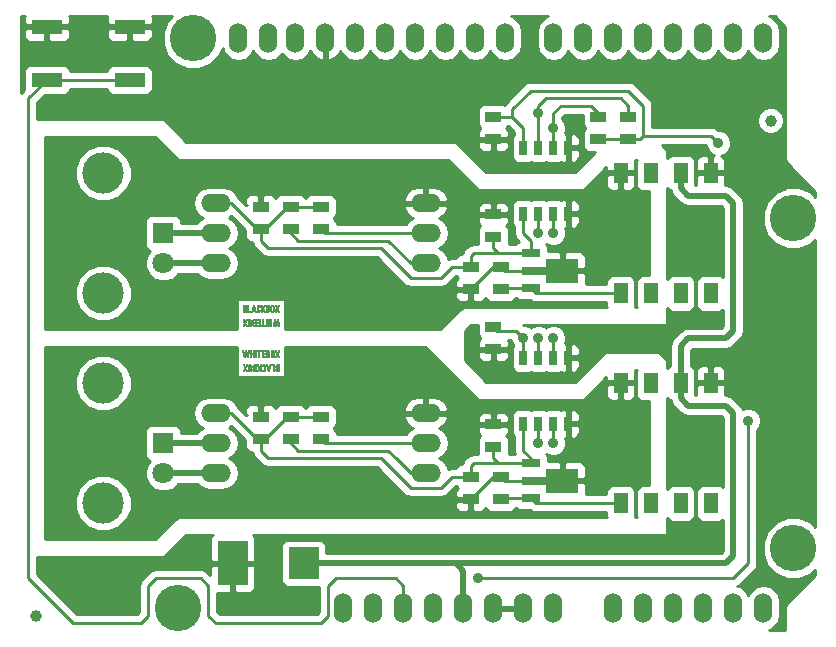
<source format=gtl>
G04 #@! TF.FileFunction,Copper,L1,Top,Signal*
%FSLAX46Y46*%
G04 Gerber Fmt 4.6, Leading zero omitted, Abs format (unit mm)*
G04 Created by KiCad (PCBNEW 4.0.2-stable) date 22/09/2016 21:29:14*
%MOMM*%
G01*
G04 APERTURE LIST*
%ADD10C,0.150000*%
%ADD11C,0.002540*%
%ADD12C,1.000000*%
%ADD13R,1.397000X0.889000*%
%ADD14R,2.550160X2.700020*%
%ADD15R,2.550160X3.799840*%
%ADD16R,1.200000X1.800000*%
%ADD17C,3.500000*%
%ADD18R,1.800000X1.800000*%
%ADD19C,1.800000*%
%ADD20R,1.600200X0.701040*%
%ADD21R,2.100580X0.701040*%
%ADD22R,2.750820X1.998980*%
%ADD23O,1.524000X2.540000*%
%ADD24C,3.937000*%
%ADD25R,0.635000X1.270000*%
%ADD26O,2.540000X1.542000*%
%ADD27O,2.540000X1.524000*%
%ADD28R,2.600000X1.300000*%
%ADD29C,0.889000*%
%ADD30C,0.254000*%
%ADD31C,0.508000*%
G04 APERTURE END LIST*
D10*
D11*
G36*
X130248660Y-96215200D02*
X130246120Y-96222820D01*
X130243580Y-96227900D01*
X130243580Y-96230440D01*
X130241040Y-96232980D01*
X130238500Y-96240600D01*
X130235960Y-96248220D01*
X130230880Y-96258380D01*
X130223260Y-96268540D01*
X130218180Y-96281240D01*
X130210560Y-96296480D01*
X130202940Y-96311720D01*
X130195320Y-96326960D01*
X130187700Y-96342200D01*
X130182620Y-96354900D01*
X130121660Y-96476820D01*
X130180080Y-96591120D01*
X130187700Y-96606360D01*
X130195320Y-96624140D01*
X130202940Y-96639380D01*
X130210560Y-96652080D01*
X130215640Y-96664780D01*
X130220720Y-96677480D01*
X130225800Y-96687640D01*
X130230880Y-96695260D01*
X130233420Y-96702880D01*
X130235960Y-96707960D01*
X130238500Y-96710500D01*
X130238500Y-96710500D01*
X130238500Y-96720660D01*
X130238500Y-96730820D01*
X130238500Y-96735900D01*
X130233420Y-96743520D01*
X130228340Y-96751140D01*
X130220720Y-96758760D01*
X130213100Y-96763840D01*
X130202940Y-96763840D01*
X130192780Y-96763840D01*
X130185160Y-96763840D01*
X130175000Y-96758760D01*
X130169920Y-96753680D01*
X130169920Y-96753680D01*
X130167380Y-96751140D01*
X130167380Y-96751140D01*
X130164840Y-96748600D01*
X130162300Y-96746060D01*
X130159760Y-96740980D01*
X130157220Y-96735900D01*
X130154680Y-96730820D01*
X130152140Y-96723200D01*
X130147060Y-96715580D01*
X130141980Y-96702880D01*
X130134360Y-96692720D01*
X130129280Y-96677480D01*
X130119120Y-96659700D01*
X130119120Y-96659700D01*
X130111500Y-96644460D01*
X130106420Y-96631760D01*
X130098800Y-96619060D01*
X130093720Y-96608900D01*
X130088640Y-96598740D01*
X130083560Y-96588580D01*
X130081020Y-96580960D01*
X130078480Y-96575880D01*
X130075940Y-96573340D01*
X130075940Y-96570800D01*
X130073400Y-96573340D01*
X130073400Y-96575880D01*
X130070860Y-96580960D01*
X130065780Y-96588580D01*
X130060700Y-96598740D01*
X130055620Y-96608900D01*
X130050540Y-96619060D01*
X130045460Y-96631760D01*
X130037840Y-96644460D01*
X130030220Y-96659700D01*
X130022600Y-96677480D01*
X130014980Y-96692720D01*
X130007360Y-96705420D01*
X130002280Y-96718120D01*
X129997200Y-96725740D01*
X129992120Y-96735900D01*
X129989580Y-96740980D01*
X129987040Y-96746060D01*
X129984500Y-96748600D01*
X129981960Y-96751140D01*
X129981960Y-96753680D01*
X129974340Y-96758760D01*
X129966720Y-96763840D01*
X129956560Y-96763840D01*
X129948940Y-96766380D01*
X129946400Y-96763840D01*
X129936240Y-96761300D01*
X129928620Y-96756220D01*
X129921000Y-96748600D01*
X129915920Y-96740980D01*
X129913380Y-96730820D01*
X129910840Y-96723200D01*
X129910840Y-96715580D01*
X129913380Y-96713040D01*
X129915920Y-96705420D01*
X129918460Y-96697800D01*
X129923540Y-96690180D01*
X129928620Y-96677480D01*
X129936240Y-96662240D01*
X129943860Y-96647000D01*
X129946400Y-96641920D01*
X129954020Y-96629220D01*
X129961640Y-96611440D01*
X129969260Y-96596200D01*
X129976880Y-96580960D01*
X129984500Y-96563180D01*
X129992120Y-96550480D01*
X129999740Y-96535240D01*
X130002280Y-96527620D01*
X130027680Y-96476820D01*
X129966720Y-96349820D01*
X129903220Y-96222820D01*
X129903220Y-96212660D01*
X129903220Y-96205040D01*
X129903220Y-96199960D01*
X129905760Y-96197420D01*
X129905760Y-96194880D01*
X129905760Y-96192340D01*
X129910840Y-96187260D01*
X129915920Y-96179640D01*
X129923540Y-96174560D01*
X129928620Y-96172020D01*
X129931160Y-96172020D01*
X129941320Y-96169480D01*
X129951480Y-96169480D01*
X129959100Y-96172020D01*
X129969260Y-96177100D01*
X129974340Y-96182180D01*
X129974340Y-96184720D01*
X129976880Y-96184720D01*
X129976880Y-96187260D01*
X129979420Y-96189800D01*
X129981960Y-96194880D01*
X129984500Y-96197420D01*
X129987040Y-96205040D01*
X129992120Y-96210120D01*
X129994660Y-96220280D01*
X129999740Y-96230440D01*
X130004820Y-96240600D01*
X130012440Y-96255840D01*
X130020060Y-96271080D01*
X130027680Y-96286320D01*
X130035300Y-96299020D01*
X130042920Y-96314260D01*
X130048000Y-96326960D01*
X130055620Y-96339660D01*
X130060700Y-96349820D01*
X130065780Y-96359980D01*
X130068320Y-96367600D01*
X130073400Y-96375220D01*
X130073400Y-96377760D01*
X130075940Y-96380300D01*
X130075940Y-96380300D01*
X130075940Y-96380300D01*
X130078480Y-96375220D01*
X130081020Y-96370140D01*
X130086100Y-96362520D01*
X130088640Y-96352360D01*
X130093720Y-96342200D01*
X130101340Y-96332040D01*
X130106420Y-96316800D01*
X130114040Y-96304100D01*
X130121660Y-96288860D01*
X130124200Y-96283780D01*
X130131820Y-96266000D01*
X130141980Y-96248220D01*
X130147060Y-96235520D01*
X130154680Y-96222820D01*
X130159760Y-96212660D01*
X130162300Y-96205040D01*
X130167380Y-96197420D01*
X130169920Y-96192340D01*
X130172460Y-96187260D01*
X130175000Y-96182180D01*
X130177540Y-96179640D01*
X130180080Y-96177100D01*
X130182620Y-96177100D01*
X130185160Y-96174560D01*
X130187700Y-96174560D01*
X130190240Y-96172020D01*
X130190240Y-96172020D01*
X130200400Y-96169480D01*
X130208020Y-96169480D01*
X130218180Y-96172020D01*
X130225800Y-96174560D01*
X130233420Y-96179640D01*
X130241040Y-96187260D01*
X130243580Y-96194880D01*
X130246120Y-96205040D01*
X130248660Y-96215200D01*
X130248660Y-96215200D01*
X130248660Y-96215200D01*
G37*
X130248660Y-96215200D02*
X130246120Y-96222820D01*
X130243580Y-96227900D01*
X130243580Y-96230440D01*
X130241040Y-96232980D01*
X130238500Y-96240600D01*
X130235960Y-96248220D01*
X130230880Y-96258380D01*
X130223260Y-96268540D01*
X130218180Y-96281240D01*
X130210560Y-96296480D01*
X130202940Y-96311720D01*
X130195320Y-96326960D01*
X130187700Y-96342200D01*
X130182620Y-96354900D01*
X130121660Y-96476820D01*
X130180080Y-96591120D01*
X130187700Y-96606360D01*
X130195320Y-96624140D01*
X130202940Y-96639380D01*
X130210560Y-96652080D01*
X130215640Y-96664780D01*
X130220720Y-96677480D01*
X130225800Y-96687640D01*
X130230880Y-96695260D01*
X130233420Y-96702880D01*
X130235960Y-96707960D01*
X130238500Y-96710500D01*
X130238500Y-96710500D01*
X130238500Y-96720660D01*
X130238500Y-96730820D01*
X130238500Y-96735900D01*
X130233420Y-96743520D01*
X130228340Y-96751140D01*
X130220720Y-96758760D01*
X130213100Y-96763840D01*
X130202940Y-96763840D01*
X130192780Y-96763840D01*
X130185160Y-96763840D01*
X130175000Y-96758760D01*
X130169920Y-96753680D01*
X130169920Y-96753680D01*
X130167380Y-96751140D01*
X130167380Y-96751140D01*
X130164840Y-96748600D01*
X130162300Y-96746060D01*
X130159760Y-96740980D01*
X130157220Y-96735900D01*
X130154680Y-96730820D01*
X130152140Y-96723200D01*
X130147060Y-96715580D01*
X130141980Y-96702880D01*
X130134360Y-96692720D01*
X130129280Y-96677480D01*
X130119120Y-96659700D01*
X130119120Y-96659700D01*
X130111500Y-96644460D01*
X130106420Y-96631760D01*
X130098800Y-96619060D01*
X130093720Y-96608900D01*
X130088640Y-96598740D01*
X130083560Y-96588580D01*
X130081020Y-96580960D01*
X130078480Y-96575880D01*
X130075940Y-96573340D01*
X130075940Y-96570800D01*
X130073400Y-96573340D01*
X130073400Y-96575880D01*
X130070860Y-96580960D01*
X130065780Y-96588580D01*
X130060700Y-96598740D01*
X130055620Y-96608900D01*
X130050540Y-96619060D01*
X130045460Y-96631760D01*
X130037840Y-96644460D01*
X130030220Y-96659700D01*
X130022600Y-96677480D01*
X130014980Y-96692720D01*
X130007360Y-96705420D01*
X130002280Y-96718120D01*
X129997200Y-96725740D01*
X129992120Y-96735900D01*
X129989580Y-96740980D01*
X129987040Y-96746060D01*
X129984500Y-96748600D01*
X129981960Y-96751140D01*
X129981960Y-96753680D01*
X129974340Y-96758760D01*
X129966720Y-96763840D01*
X129956560Y-96763840D01*
X129948940Y-96766380D01*
X129946400Y-96763840D01*
X129936240Y-96761300D01*
X129928620Y-96756220D01*
X129921000Y-96748600D01*
X129915920Y-96740980D01*
X129913380Y-96730820D01*
X129910840Y-96723200D01*
X129910840Y-96715580D01*
X129913380Y-96713040D01*
X129915920Y-96705420D01*
X129918460Y-96697800D01*
X129923540Y-96690180D01*
X129928620Y-96677480D01*
X129936240Y-96662240D01*
X129943860Y-96647000D01*
X129946400Y-96641920D01*
X129954020Y-96629220D01*
X129961640Y-96611440D01*
X129969260Y-96596200D01*
X129976880Y-96580960D01*
X129984500Y-96563180D01*
X129992120Y-96550480D01*
X129999740Y-96535240D01*
X130002280Y-96527620D01*
X130027680Y-96476820D01*
X129966720Y-96349820D01*
X129903220Y-96222820D01*
X129903220Y-96212660D01*
X129903220Y-96205040D01*
X129903220Y-96199960D01*
X129905760Y-96197420D01*
X129905760Y-96194880D01*
X129905760Y-96192340D01*
X129910840Y-96187260D01*
X129915920Y-96179640D01*
X129923540Y-96174560D01*
X129928620Y-96172020D01*
X129931160Y-96172020D01*
X129941320Y-96169480D01*
X129951480Y-96169480D01*
X129959100Y-96172020D01*
X129969260Y-96177100D01*
X129974340Y-96182180D01*
X129974340Y-96184720D01*
X129976880Y-96184720D01*
X129976880Y-96187260D01*
X129979420Y-96189800D01*
X129981960Y-96194880D01*
X129984500Y-96197420D01*
X129987040Y-96205040D01*
X129992120Y-96210120D01*
X129994660Y-96220280D01*
X129999740Y-96230440D01*
X130004820Y-96240600D01*
X130012440Y-96255840D01*
X130020060Y-96271080D01*
X130027680Y-96286320D01*
X130035300Y-96299020D01*
X130042920Y-96314260D01*
X130048000Y-96326960D01*
X130055620Y-96339660D01*
X130060700Y-96349820D01*
X130065780Y-96359980D01*
X130068320Y-96367600D01*
X130073400Y-96375220D01*
X130073400Y-96377760D01*
X130075940Y-96380300D01*
X130075940Y-96380300D01*
X130075940Y-96380300D01*
X130078480Y-96375220D01*
X130081020Y-96370140D01*
X130086100Y-96362520D01*
X130088640Y-96352360D01*
X130093720Y-96342200D01*
X130101340Y-96332040D01*
X130106420Y-96316800D01*
X130114040Y-96304100D01*
X130121660Y-96288860D01*
X130124200Y-96283780D01*
X130131820Y-96266000D01*
X130141980Y-96248220D01*
X130147060Y-96235520D01*
X130154680Y-96222820D01*
X130159760Y-96212660D01*
X130162300Y-96205040D01*
X130167380Y-96197420D01*
X130169920Y-96192340D01*
X130172460Y-96187260D01*
X130175000Y-96182180D01*
X130177540Y-96179640D01*
X130180080Y-96177100D01*
X130182620Y-96177100D01*
X130185160Y-96174560D01*
X130187700Y-96174560D01*
X130190240Y-96172020D01*
X130190240Y-96172020D01*
X130200400Y-96169480D01*
X130208020Y-96169480D01*
X130218180Y-96172020D01*
X130225800Y-96174560D01*
X130233420Y-96179640D01*
X130241040Y-96187260D01*
X130243580Y-96194880D01*
X130246120Y-96205040D01*
X130248660Y-96215200D01*
X130248660Y-96215200D01*
G36*
X130616960Y-96413320D02*
X130616960Y-96436180D01*
X130616960Y-96461580D01*
X130616960Y-96474280D01*
X130616960Y-96641920D01*
X130614420Y-96654620D01*
X130606800Y-96672400D01*
X130599180Y-96690180D01*
X130586480Y-96707960D01*
X130576320Y-96720660D01*
X130561080Y-96733360D01*
X130545840Y-96746060D01*
X130535680Y-96751140D01*
X130535680Y-96527620D01*
X130535680Y-96509840D01*
X130535680Y-96486980D01*
X130535680Y-96469200D01*
X130535680Y-96443800D01*
X130535680Y-96418400D01*
X130535680Y-96398080D01*
X130535680Y-96377760D01*
X130535680Y-96359980D01*
X130533140Y-96344740D01*
X130533140Y-96332040D01*
X130533140Y-96321880D01*
X130533140Y-96314260D01*
X130533140Y-96309180D01*
X130533140Y-96306640D01*
X130530600Y-96293940D01*
X130525520Y-96283780D01*
X130517900Y-96273620D01*
X130507740Y-96266000D01*
X130497580Y-96260920D01*
X130487420Y-96255840D01*
X130474720Y-96253300D01*
X130467100Y-96253300D01*
X130454400Y-96255840D01*
X130441700Y-96260920D01*
X130431540Y-96268540D01*
X130423920Y-96276160D01*
X130416300Y-96286320D01*
X130411220Y-96296480D01*
X130411220Y-96299020D01*
X130411220Y-96299020D01*
X130411220Y-96301560D01*
X130411220Y-96304100D01*
X130408680Y-96304100D01*
X130408680Y-96306640D01*
X130408680Y-96309180D01*
X130408680Y-96314260D01*
X130408680Y-96319340D01*
X130408680Y-96324420D01*
X130408680Y-96332040D01*
X130408680Y-96339660D01*
X130408680Y-96349820D01*
X130408680Y-96362520D01*
X130408680Y-96375220D01*
X130408680Y-96390460D01*
X130408680Y-96408240D01*
X130408680Y-96426020D01*
X130408680Y-96448880D01*
X130408680Y-96471740D01*
X130408680Y-96634300D01*
X130413760Y-96644460D01*
X130421380Y-96654620D01*
X130429000Y-96664780D01*
X130439160Y-96672400D01*
X130449320Y-96677480D01*
X130462020Y-96680020D01*
X130469640Y-96680020D01*
X130482340Y-96680020D01*
X130489960Y-96677480D01*
X130502660Y-96672400D01*
X130512820Y-96664780D01*
X130520440Y-96657160D01*
X130525520Y-96647000D01*
X130528060Y-96644460D01*
X130528060Y-96641920D01*
X130530600Y-96641920D01*
X130530600Y-96639380D01*
X130530600Y-96636840D01*
X130533140Y-96634300D01*
X130533140Y-96629220D01*
X130533140Y-96626680D01*
X130533140Y-96621600D01*
X130533140Y-96613980D01*
X130533140Y-96606360D01*
X130533140Y-96598740D01*
X130535680Y-96588580D01*
X130535680Y-96575880D01*
X130535680Y-96563180D01*
X130535680Y-96545400D01*
X130535680Y-96527620D01*
X130535680Y-96751140D01*
X130528060Y-96753680D01*
X130510280Y-96758760D01*
X130492500Y-96763840D01*
X130472180Y-96766380D01*
X130456940Y-96763840D01*
X130439160Y-96761300D01*
X130423920Y-96756220D01*
X130408680Y-96751140D01*
X130393440Y-96743520D01*
X130388360Y-96740980D01*
X130383280Y-96735900D01*
X130375660Y-96728280D01*
X130365500Y-96720660D01*
X130360420Y-96713040D01*
X130352800Y-96705420D01*
X130350260Y-96702880D01*
X130342640Y-96685100D01*
X130332480Y-96667320D01*
X130327400Y-96649540D01*
X130324860Y-96636840D01*
X130324860Y-96631760D01*
X130324860Y-96626680D01*
X130324860Y-96619060D01*
X130324860Y-96608900D01*
X130324860Y-96593660D01*
X130324860Y-96578420D01*
X130324860Y-96560640D01*
X130324860Y-96540320D01*
X130324860Y-96514920D01*
X130324860Y-96489520D01*
X130324860Y-96466660D01*
X130324860Y-96441260D01*
X130324860Y-96420940D01*
X130324860Y-96400620D01*
X130324860Y-96382840D01*
X130324860Y-96365060D01*
X130324860Y-96352360D01*
X130324860Y-96339660D01*
X130324860Y-96329500D01*
X130324860Y-96321880D01*
X130324860Y-96311720D01*
X130324860Y-96306640D01*
X130327400Y-96301560D01*
X130327400Y-96296480D01*
X130327400Y-96291400D01*
X130327400Y-96288860D01*
X130327400Y-96283780D01*
X130329940Y-96281240D01*
X130329940Y-96278700D01*
X130329940Y-96276160D01*
X130337560Y-96258380D01*
X130345180Y-96240600D01*
X130355340Y-96225360D01*
X130368040Y-96212660D01*
X130383280Y-96199960D01*
X130398520Y-96189800D01*
X130413760Y-96182180D01*
X130413760Y-96179640D01*
X130423920Y-96177100D01*
X130431540Y-96174560D01*
X130439160Y-96172020D01*
X130444240Y-96172020D01*
X130454400Y-96172020D01*
X130462020Y-96169480D01*
X130472180Y-96169480D01*
X130479800Y-96169480D01*
X130487420Y-96169480D01*
X130492500Y-96172020D01*
X130497580Y-96172020D01*
X130500120Y-96172020D01*
X130505200Y-96174560D01*
X130507740Y-96174560D01*
X130528060Y-96179640D01*
X130543300Y-96189800D01*
X130561080Y-96199960D01*
X130573780Y-96212660D01*
X130586480Y-96227900D01*
X130599180Y-96243140D01*
X130606800Y-96260920D01*
X130609340Y-96268540D01*
X130611880Y-96273620D01*
X130611880Y-96276160D01*
X130611880Y-96278700D01*
X130614420Y-96281240D01*
X130614420Y-96283780D01*
X130614420Y-96288860D01*
X130614420Y-96291400D01*
X130616960Y-96296480D01*
X130616960Y-96301560D01*
X130616960Y-96309180D01*
X130616960Y-96316800D01*
X130616960Y-96324420D01*
X130616960Y-96337120D01*
X130616960Y-96347280D01*
X130616960Y-96362520D01*
X130616960Y-96377760D01*
X130616960Y-96395540D01*
X130616960Y-96413320D01*
X130616960Y-96413320D01*
X130616960Y-96413320D01*
G37*
X130616960Y-96413320D02*
X130616960Y-96436180D01*
X130616960Y-96461580D01*
X130616960Y-96474280D01*
X130616960Y-96641920D01*
X130614420Y-96654620D01*
X130606800Y-96672400D01*
X130599180Y-96690180D01*
X130586480Y-96707960D01*
X130576320Y-96720660D01*
X130561080Y-96733360D01*
X130545840Y-96746060D01*
X130535680Y-96751140D01*
X130535680Y-96527620D01*
X130535680Y-96509840D01*
X130535680Y-96486980D01*
X130535680Y-96469200D01*
X130535680Y-96443800D01*
X130535680Y-96418400D01*
X130535680Y-96398080D01*
X130535680Y-96377760D01*
X130535680Y-96359980D01*
X130533140Y-96344740D01*
X130533140Y-96332040D01*
X130533140Y-96321880D01*
X130533140Y-96314260D01*
X130533140Y-96309180D01*
X130533140Y-96306640D01*
X130530600Y-96293940D01*
X130525520Y-96283780D01*
X130517900Y-96273620D01*
X130507740Y-96266000D01*
X130497580Y-96260920D01*
X130487420Y-96255840D01*
X130474720Y-96253300D01*
X130467100Y-96253300D01*
X130454400Y-96255840D01*
X130441700Y-96260920D01*
X130431540Y-96268540D01*
X130423920Y-96276160D01*
X130416300Y-96286320D01*
X130411220Y-96296480D01*
X130411220Y-96299020D01*
X130411220Y-96299020D01*
X130411220Y-96301560D01*
X130411220Y-96304100D01*
X130408680Y-96304100D01*
X130408680Y-96306640D01*
X130408680Y-96309180D01*
X130408680Y-96314260D01*
X130408680Y-96319340D01*
X130408680Y-96324420D01*
X130408680Y-96332040D01*
X130408680Y-96339660D01*
X130408680Y-96349820D01*
X130408680Y-96362520D01*
X130408680Y-96375220D01*
X130408680Y-96390460D01*
X130408680Y-96408240D01*
X130408680Y-96426020D01*
X130408680Y-96448880D01*
X130408680Y-96471740D01*
X130408680Y-96634300D01*
X130413760Y-96644460D01*
X130421380Y-96654620D01*
X130429000Y-96664780D01*
X130439160Y-96672400D01*
X130449320Y-96677480D01*
X130462020Y-96680020D01*
X130469640Y-96680020D01*
X130482340Y-96680020D01*
X130489960Y-96677480D01*
X130502660Y-96672400D01*
X130512820Y-96664780D01*
X130520440Y-96657160D01*
X130525520Y-96647000D01*
X130528060Y-96644460D01*
X130528060Y-96641920D01*
X130530600Y-96641920D01*
X130530600Y-96639380D01*
X130530600Y-96636840D01*
X130533140Y-96634300D01*
X130533140Y-96629220D01*
X130533140Y-96626680D01*
X130533140Y-96621600D01*
X130533140Y-96613980D01*
X130533140Y-96606360D01*
X130533140Y-96598740D01*
X130535680Y-96588580D01*
X130535680Y-96575880D01*
X130535680Y-96563180D01*
X130535680Y-96545400D01*
X130535680Y-96527620D01*
X130535680Y-96751140D01*
X130528060Y-96753680D01*
X130510280Y-96758760D01*
X130492500Y-96763840D01*
X130472180Y-96766380D01*
X130456940Y-96763840D01*
X130439160Y-96761300D01*
X130423920Y-96756220D01*
X130408680Y-96751140D01*
X130393440Y-96743520D01*
X130388360Y-96740980D01*
X130383280Y-96735900D01*
X130375660Y-96728280D01*
X130365500Y-96720660D01*
X130360420Y-96713040D01*
X130352800Y-96705420D01*
X130350260Y-96702880D01*
X130342640Y-96685100D01*
X130332480Y-96667320D01*
X130327400Y-96649540D01*
X130324860Y-96636840D01*
X130324860Y-96631760D01*
X130324860Y-96626680D01*
X130324860Y-96619060D01*
X130324860Y-96608900D01*
X130324860Y-96593660D01*
X130324860Y-96578420D01*
X130324860Y-96560640D01*
X130324860Y-96540320D01*
X130324860Y-96514920D01*
X130324860Y-96489520D01*
X130324860Y-96466660D01*
X130324860Y-96441260D01*
X130324860Y-96420940D01*
X130324860Y-96400620D01*
X130324860Y-96382840D01*
X130324860Y-96365060D01*
X130324860Y-96352360D01*
X130324860Y-96339660D01*
X130324860Y-96329500D01*
X130324860Y-96321880D01*
X130324860Y-96311720D01*
X130324860Y-96306640D01*
X130327400Y-96301560D01*
X130327400Y-96296480D01*
X130327400Y-96291400D01*
X130327400Y-96288860D01*
X130327400Y-96283780D01*
X130329940Y-96281240D01*
X130329940Y-96278700D01*
X130329940Y-96276160D01*
X130337560Y-96258380D01*
X130345180Y-96240600D01*
X130355340Y-96225360D01*
X130368040Y-96212660D01*
X130383280Y-96199960D01*
X130398520Y-96189800D01*
X130413760Y-96182180D01*
X130413760Y-96179640D01*
X130423920Y-96177100D01*
X130431540Y-96174560D01*
X130439160Y-96172020D01*
X130444240Y-96172020D01*
X130454400Y-96172020D01*
X130462020Y-96169480D01*
X130472180Y-96169480D01*
X130479800Y-96169480D01*
X130487420Y-96169480D01*
X130492500Y-96172020D01*
X130497580Y-96172020D01*
X130500120Y-96172020D01*
X130505200Y-96174560D01*
X130507740Y-96174560D01*
X130528060Y-96179640D01*
X130543300Y-96189800D01*
X130561080Y-96199960D01*
X130573780Y-96212660D01*
X130586480Y-96227900D01*
X130599180Y-96243140D01*
X130606800Y-96260920D01*
X130609340Y-96268540D01*
X130611880Y-96273620D01*
X130611880Y-96276160D01*
X130611880Y-96278700D01*
X130614420Y-96281240D01*
X130614420Y-96283780D01*
X130614420Y-96288860D01*
X130614420Y-96291400D01*
X130616960Y-96296480D01*
X130616960Y-96301560D01*
X130616960Y-96309180D01*
X130616960Y-96316800D01*
X130616960Y-96324420D01*
X130616960Y-96337120D01*
X130616960Y-96347280D01*
X130616960Y-96362520D01*
X130616960Y-96377760D01*
X130616960Y-96395540D01*
X130616960Y-96413320D01*
X130616960Y-96413320D01*
G36*
X131940300Y-96636840D02*
X131940300Y-96652080D01*
X131940300Y-96667320D01*
X131940300Y-96680020D01*
X131940300Y-96690180D01*
X131940300Y-96700340D01*
X131940300Y-96707960D01*
X131940300Y-96715580D01*
X131940300Y-96723200D01*
X131940300Y-96728280D01*
X131940300Y-96730820D01*
X131937760Y-96735900D01*
X131937760Y-96738440D01*
X131937760Y-96740980D01*
X131937760Y-96740980D01*
X131937760Y-96743520D01*
X131935220Y-96743520D01*
X131935220Y-96746060D01*
X131935220Y-96746060D01*
X131932680Y-96748600D01*
X131932680Y-96748600D01*
X131925060Y-96756220D01*
X131917440Y-96761300D01*
X131907280Y-96763840D01*
X131897120Y-96763840D01*
X131892040Y-96763840D01*
X131881880Y-96761300D01*
X131874260Y-96756220D01*
X131866640Y-96748600D01*
X131861560Y-96740980D01*
X131859020Y-96733360D01*
X131859020Y-96466660D01*
X131859020Y-96199960D01*
X131861560Y-96194880D01*
X131864100Y-96187260D01*
X131871720Y-96182180D01*
X131876800Y-96177100D01*
X131884420Y-96172020D01*
X131884420Y-96172020D01*
X131892040Y-96169480D01*
X131902200Y-96169480D01*
X131909820Y-96172020D01*
X131914900Y-96172020D01*
X131919980Y-96174560D01*
X131927600Y-96179640D01*
X131932680Y-96187260D01*
X131937760Y-96192340D01*
X131937760Y-96194880D01*
X131940300Y-96199960D01*
X131940300Y-96464120D01*
X131940300Y-96494600D01*
X131940300Y-96525080D01*
X131940300Y-96550480D01*
X131940300Y-96575880D01*
X131940300Y-96598740D01*
X131940300Y-96619060D01*
X131940300Y-96636840D01*
X131940300Y-96636840D01*
X131940300Y-96636840D01*
G37*
X131940300Y-96636840D02*
X131940300Y-96652080D01*
X131940300Y-96667320D01*
X131940300Y-96680020D01*
X131940300Y-96690180D01*
X131940300Y-96700340D01*
X131940300Y-96707960D01*
X131940300Y-96715580D01*
X131940300Y-96723200D01*
X131940300Y-96728280D01*
X131940300Y-96730820D01*
X131937760Y-96735900D01*
X131937760Y-96738440D01*
X131937760Y-96740980D01*
X131937760Y-96740980D01*
X131937760Y-96743520D01*
X131935220Y-96743520D01*
X131935220Y-96746060D01*
X131935220Y-96746060D01*
X131932680Y-96748600D01*
X131932680Y-96748600D01*
X131925060Y-96756220D01*
X131917440Y-96761300D01*
X131907280Y-96763840D01*
X131897120Y-96763840D01*
X131892040Y-96763840D01*
X131881880Y-96761300D01*
X131874260Y-96756220D01*
X131866640Y-96748600D01*
X131861560Y-96740980D01*
X131859020Y-96733360D01*
X131859020Y-96466660D01*
X131859020Y-96199960D01*
X131861560Y-96194880D01*
X131864100Y-96187260D01*
X131871720Y-96182180D01*
X131876800Y-96177100D01*
X131884420Y-96172020D01*
X131884420Y-96172020D01*
X131892040Y-96169480D01*
X131902200Y-96169480D01*
X131909820Y-96172020D01*
X131914900Y-96172020D01*
X131919980Y-96174560D01*
X131927600Y-96179640D01*
X131932680Y-96187260D01*
X131937760Y-96192340D01*
X131937760Y-96194880D01*
X131940300Y-96199960D01*
X131940300Y-96464120D01*
X131940300Y-96494600D01*
X131940300Y-96525080D01*
X131940300Y-96550480D01*
X131940300Y-96575880D01*
X131940300Y-96598740D01*
X131940300Y-96619060D01*
X131940300Y-96636840D01*
X131940300Y-96636840D01*
G36*
X132344160Y-96733360D02*
X132341620Y-96740980D01*
X132339080Y-96746060D01*
X132334000Y-96753680D01*
X132326380Y-96758760D01*
X132323840Y-96761300D01*
X132313680Y-96763840D01*
X132303520Y-96763840D01*
X132295900Y-96763840D01*
X132285740Y-96761300D01*
X132285740Y-96761300D01*
X132278120Y-96756220D01*
X132270500Y-96748600D01*
X132265420Y-96740980D01*
X132265420Y-96740980D01*
X132262880Y-96733360D01*
X132262880Y-96626680D01*
X132262880Y-96517460D01*
X132199380Y-96517460D01*
X132135880Y-96517460D01*
X132135880Y-96626680D01*
X132135880Y-96733360D01*
X132133340Y-96740980D01*
X132128260Y-96746060D01*
X132123180Y-96753680D01*
X132118100Y-96758760D01*
X132110480Y-96761300D01*
X132102860Y-96763840D01*
X132095240Y-96763840D01*
X132087620Y-96763840D01*
X132077460Y-96761300D01*
X132069840Y-96756220D01*
X132062220Y-96748600D01*
X132057140Y-96740980D01*
X132054600Y-96733360D01*
X132054600Y-96469200D01*
X132054600Y-96438720D01*
X132054600Y-96408240D01*
X132052060Y-96382840D01*
X132052060Y-96357440D01*
X132052060Y-96334580D01*
X132052060Y-96314260D01*
X132052060Y-96296480D01*
X132052060Y-96281240D01*
X132054600Y-96266000D01*
X132054600Y-96253300D01*
X132054600Y-96240600D01*
X132054600Y-96232980D01*
X132054600Y-96222820D01*
X132054600Y-96215200D01*
X132054600Y-96210120D01*
X132054600Y-96205040D01*
X132054600Y-96199960D01*
X132057140Y-96197420D01*
X132057140Y-96194880D01*
X132057140Y-96192340D01*
X132057140Y-96189800D01*
X132059680Y-96189800D01*
X132059680Y-96187260D01*
X132059680Y-96187260D01*
X132062220Y-96184720D01*
X132062220Y-96184720D01*
X132064760Y-96182180D01*
X132064760Y-96182180D01*
X132072380Y-96177100D01*
X132080000Y-96172020D01*
X132087620Y-96169480D01*
X132095240Y-96169480D01*
X132105400Y-96172020D01*
X132113020Y-96174560D01*
X132120640Y-96179640D01*
X132128260Y-96187260D01*
X132133340Y-96194880D01*
X132135880Y-96202500D01*
X132135880Y-96207580D01*
X132135880Y-96212660D01*
X132135880Y-96220280D01*
X132135880Y-96232980D01*
X132135880Y-96245680D01*
X132135880Y-96260920D01*
X132135880Y-96281240D01*
X132135880Y-96301560D01*
X132135880Y-96321880D01*
X132135880Y-96433640D01*
X132199380Y-96433640D01*
X132262880Y-96433640D01*
X132262880Y-96316800D01*
X132262880Y-96199960D01*
X132265420Y-96192340D01*
X132270500Y-96187260D01*
X132275580Y-96179640D01*
X132283200Y-96174560D01*
X132288280Y-96172020D01*
X132298440Y-96169480D01*
X132306060Y-96169480D01*
X132313680Y-96172020D01*
X132318760Y-96172020D01*
X132323840Y-96174560D01*
X132331460Y-96179640D01*
X132336540Y-96187260D01*
X132341620Y-96192340D01*
X132341620Y-96194880D01*
X132344160Y-96199960D01*
X132344160Y-96466660D01*
X132344160Y-96733360D01*
X132344160Y-96733360D01*
X132344160Y-96733360D01*
G37*
X132344160Y-96733360D02*
X132341620Y-96740980D01*
X132339080Y-96746060D01*
X132334000Y-96753680D01*
X132326380Y-96758760D01*
X132323840Y-96761300D01*
X132313680Y-96763840D01*
X132303520Y-96763840D01*
X132295900Y-96763840D01*
X132285740Y-96761300D01*
X132285740Y-96761300D01*
X132278120Y-96756220D01*
X132270500Y-96748600D01*
X132265420Y-96740980D01*
X132265420Y-96740980D01*
X132262880Y-96733360D01*
X132262880Y-96626680D01*
X132262880Y-96517460D01*
X132199380Y-96517460D01*
X132135880Y-96517460D01*
X132135880Y-96626680D01*
X132135880Y-96733360D01*
X132133340Y-96740980D01*
X132128260Y-96746060D01*
X132123180Y-96753680D01*
X132118100Y-96758760D01*
X132110480Y-96761300D01*
X132102860Y-96763840D01*
X132095240Y-96763840D01*
X132087620Y-96763840D01*
X132077460Y-96761300D01*
X132069840Y-96756220D01*
X132062220Y-96748600D01*
X132057140Y-96740980D01*
X132054600Y-96733360D01*
X132054600Y-96469200D01*
X132054600Y-96438720D01*
X132054600Y-96408240D01*
X132052060Y-96382840D01*
X132052060Y-96357440D01*
X132052060Y-96334580D01*
X132052060Y-96314260D01*
X132052060Y-96296480D01*
X132052060Y-96281240D01*
X132054600Y-96266000D01*
X132054600Y-96253300D01*
X132054600Y-96240600D01*
X132054600Y-96232980D01*
X132054600Y-96222820D01*
X132054600Y-96215200D01*
X132054600Y-96210120D01*
X132054600Y-96205040D01*
X132054600Y-96199960D01*
X132057140Y-96197420D01*
X132057140Y-96194880D01*
X132057140Y-96192340D01*
X132057140Y-96189800D01*
X132059680Y-96189800D01*
X132059680Y-96187260D01*
X132059680Y-96187260D01*
X132062220Y-96184720D01*
X132062220Y-96184720D01*
X132064760Y-96182180D01*
X132064760Y-96182180D01*
X132072380Y-96177100D01*
X132080000Y-96172020D01*
X132087620Y-96169480D01*
X132095240Y-96169480D01*
X132105400Y-96172020D01*
X132113020Y-96174560D01*
X132120640Y-96179640D01*
X132128260Y-96187260D01*
X132133340Y-96194880D01*
X132135880Y-96202500D01*
X132135880Y-96207580D01*
X132135880Y-96212660D01*
X132135880Y-96220280D01*
X132135880Y-96232980D01*
X132135880Y-96245680D01*
X132135880Y-96260920D01*
X132135880Y-96281240D01*
X132135880Y-96301560D01*
X132135880Y-96321880D01*
X132135880Y-96433640D01*
X132199380Y-96433640D01*
X132262880Y-96433640D01*
X132262880Y-96316800D01*
X132262880Y-96199960D01*
X132265420Y-96192340D01*
X132270500Y-96187260D01*
X132275580Y-96179640D01*
X132283200Y-96174560D01*
X132288280Y-96172020D01*
X132298440Y-96169480D01*
X132306060Y-96169480D01*
X132313680Y-96172020D01*
X132318760Y-96172020D01*
X132323840Y-96174560D01*
X132331460Y-96179640D01*
X132336540Y-96187260D01*
X132341620Y-96192340D01*
X132341620Y-96194880D01*
X132344160Y-96199960D01*
X132344160Y-96466660D01*
X132344160Y-96733360D01*
X132344160Y-96733360D01*
G36*
X133014720Y-96725740D02*
X133014720Y-96725740D01*
X133012180Y-96735900D01*
X133007100Y-96746060D01*
X133002020Y-96753680D01*
X133002020Y-96753680D01*
X132994400Y-96758760D01*
X132986780Y-96763840D01*
X132979160Y-96763840D01*
X132971540Y-96766380D01*
X132963920Y-96763840D01*
X132956300Y-96763840D01*
X132951220Y-96758760D01*
X132946140Y-96756220D01*
X132943600Y-96753680D01*
X132941060Y-96751140D01*
X132938520Y-96748600D01*
X132938520Y-96746060D01*
X132935980Y-96740980D01*
X132933440Y-96738440D01*
X132933440Y-96730820D01*
X132930900Y-96723200D01*
X132928360Y-96715580D01*
X132925820Y-96705420D01*
X132923280Y-96690180D01*
X132918200Y-96677480D01*
X132915660Y-96659700D01*
X132910580Y-96641920D01*
X132905500Y-96619060D01*
X132900420Y-96596200D01*
X132892800Y-96568260D01*
X132885180Y-96540320D01*
X132880100Y-96509840D01*
X132869940Y-96476820D01*
X132862320Y-96441260D01*
X132859780Y-96426020D01*
X132857240Y-96418400D01*
X132854700Y-96410780D01*
X132852160Y-96403160D01*
X132852160Y-96398080D01*
X132849620Y-96395540D01*
X132849620Y-96395540D01*
X132849620Y-96395540D01*
X132849620Y-96398080D01*
X132847080Y-96403160D01*
X132844540Y-96410780D01*
X132844540Y-96418400D01*
X132844540Y-96418400D01*
X132842000Y-96423480D01*
X132839460Y-96433640D01*
X132836920Y-96443800D01*
X132834380Y-96453960D01*
X132831840Y-96466660D01*
X132829300Y-96481900D01*
X132824220Y-96497140D01*
X132821680Y-96509840D01*
X132819140Y-96520000D01*
X132814060Y-96537780D01*
X132811520Y-96555560D01*
X132806440Y-96575880D01*
X132801360Y-96596200D01*
X132796280Y-96613980D01*
X132791200Y-96634300D01*
X132788660Y-96652080D01*
X132783580Y-96667320D01*
X132783580Y-96667320D01*
X132781040Y-96680020D01*
X132778500Y-96692720D01*
X132775960Y-96705420D01*
X132773420Y-96715580D01*
X132770880Y-96725740D01*
X132768340Y-96733360D01*
X132765800Y-96738440D01*
X132765800Y-96740980D01*
X132765800Y-96740980D01*
X132763260Y-96746060D01*
X132758180Y-96751140D01*
X132753100Y-96756220D01*
X132748020Y-96761300D01*
X132742940Y-96761300D01*
X132740400Y-96763840D01*
X132735320Y-96763840D01*
X132730240Y-96763840D01*
X132722620Y-96763840D01*
X132715000Y-96763840D01*
X132707380Y-96761300D01*
X132702300Y-96756220D01*
X132699760Y-96753680D01*
X132697220Y-96751140D01*
X132694680Y-96748600D01*
X132692140Y-96743520D01*
X132689600Y-96738440D01*
X132687060Y-96730820D01*
X132684520Y-96720660D01*
X132684520Y-96715580D01*
X132681980Y-96710500D01*
X132681980Y-96702880D01*
X132679440Y-96692720D01*
X132676900Y-96682560D01*
X132671820Y-96669860D01*
X132669280Y-96654620D01*
X132664200Y-96639380D01*
X132661660Y-96621600D01*
X132656580Y-96603820D01*
X132651500Y-96586040D01*
X132648960Y-96565720D01*
X132646420Y-96558100D01*
X132638800Y-96535240D01*
X132633720Y-96512380D01*
X132631180Y-96492060D01*
X132626100Y-96476820D01*
X132623560Y-96461580D01*
X132618480Y-96448880D01*
X132615940Y-96436180D01*
X132613400Y-96426020D01*
X132610860Y-96418400D01*
X132610860Y-96413320D01*
X132608320Y-96405700D01*
X132608320Y-96403160D01*
X132608320Y-96398080D01*
X132605780Y-96398080D01*
X132605780Y-96395540D01*
X132605780Y-96395540D01*
X132605780Y-96393000D01*
X132605780Y-96393000D01*
X132605780Y-96393000D01*
X132605780Y-96395540D01*
X132605780Y-96395540D01*
X132603240Y-96395540D01*
X132603240Y-96400620D01*
X132600700Y-96405700D01*
X132600700Y-96413320D01*
X132598160Y-96423480D01*
X132595620Y-96433640D01*
X132593080Y-96441260D01*
X132590540Y-96451420D01*
X132588000Y-96461580D01*
X132585460Y-96474280D01*
X132582920Y-96489520D01*
X132577840Y-96507300D01*
X132575300Y-96522540D01*
X132570220Y-96540320D01*
X132565140Y-96558100D01*
X132562600Y-96575880D01*
X132560060Y-96583500D01*
X132554980Y-96601280D01*
X132552440Y-96616520D01*
X132547360Y-96631760D01*
X132544820Y-96647000D01*
X132539740Y-96662240D01*
X132537200Y-96674940D01*
X132534660Y-96687640D01*
X132532120Y-96697800D01*
X132529580Y-96705420D01*
X132529580Y-96710500D01*
X132527040Y-96718120D01*
X132524500Y-96725740D01*
X132521960Y-96733360D01*
X132521960Y-96738440D01*
X132519420Y-96743520D01*
X132519420Y-96743520D01*
X132516880Y-96751140D01*
X132509260Y-96756220D01*
X132504180Y-96761300D01*
X132501640Y-96761300D01*
X132494020Y-96763840D01*
X132486400Y-96766380D01*
X132481320Y-96766380D01*
X132473700Y-96763840D01*
X132473700Y-96763840D01*
X132463540Y-96761300D01*
X132455920Y-96753680D01*
X132448300Y-96746060D01*
X132445760Y-96740980D01*
X132445760Y-96738440D01*
X132443220Y-96738440D01*
X132443220Y-96735900D01*
X132443220Y-96735900D01*
X132443220Y-96733360D01*
X132443220Y-96730820D01*
X132443220Y-96728280D01*
X132443220Y-96725740D01*
X132443220Y-96723200D01*
X132443220Y-96718120D01*
X132445760Y-96713040D01*
X132445760Y-96705420D01*
X132448300Y-96700340D01*
X132448300Y-96690180D01*
X132450840Y-96680020D01*
X132453380Y-96669860D01*
X132455920Y-96657160D01*
X132461000Y-96641920D01*
X132463540Y-96626680D01*
X132468620Y-96608900D01*
X132473700Y-96588580D01*
X132478780Y-96568260D01*
X132483860Y-96542860D01*
X132488940Y-96517460D01*
X132496560Y-96489520D01*
X132504180Y-96456500D01*
X132504180Y-96456500D01*
X132511800Y-96428560D01*
X132516880Y-96405700D01*
X132521960Y-96380300D01*
X132529580Y-96357440D01*
X132534660Y-96334580D01*
X132539740Y-96311720D01*
X132544820Y-96293940D01*
X132547360Y-96273620D01*
X132552440Y-96258380D01*
X132557520Y-96243140D01*
X132560060Y-96227900D01*
X132562600Y-96217740D01*
X132565140Y-96207580D01*
X132567680Y-96199960D01*
X132567680Y-96194880D01*
X132570220Y-96192340D01*
X132570220Y-96189800D01*
X132575300Y-96184720D01*
X132580380Y-96177100D01*
X132588000Y-96174560D01*
X132590540Y-96172020D01*
X132593080Y-96172020D01*
X132598160Y-96169480D01*
X132603240Y-96169480D01*
X132605780Y-96169480D01*
X132610860Y-96169480D01*
X132615940Y-96172020D01*
X132618480Y-96172020D01*
X132623560Y-96172020D01*
X132623560Y-96174560D01*
X132631180Y-96177100D01*
X132636260Y-96184720D01*
X132641340Y-96189800D01*
X132643880Y-96192340D01*
X132643880Y-96194880D01*
X132646420Y-96199960D01*
X132646420Y-96205040D01*
X132648960Y-96215200D01*
X132651500Y-96222820D01*
X132654040Y-96235520D01*
X132656580Y-96245680D01*
X132656580Y-96248220D01*
X132659120Y-96258380D01*
X132661660Y-96271080D01*
X132666740Y-96283780D01*
X132669280Y-96301560D01*
X132674360Y-96316800D01*
X132676900Y-96334580D01*
X132681980Y-96352360D01*
X132687060Y-96370140D01*
X132689600Y-96387920D01*
X132692140Y-96387920D01*
X132694680Y-96405700D01*
X132699760Y-96420940D01*
X132702300Y-96436180D01*
X132707380Y-96451420D01*
X132709920Y-96466660D01*
X132712460Y-96479360D01*
X132715000Y-96492060D01*
X132717540Y-96499680D01*
X132720080Y-96507300D01*
X132720080Y-96509840D01*
X132722620Y-96517460D01*
X132722620Y-96527620D01*
X132725160Y-96532700D01*
X132727700Y-96537780D01*
X132727700Y-96540320D01*
X132727700Y-96540320D01*
X132727700Y-96540320D01*
X132730240Y-96535240D01*
X132730240Y-96530160D01*
X132732780Y-96522540D01*
X132735320Y-96509840D01*
X132737860Y-96499680D01*
X132742940Y-96484440D01*
X132745480Y-96466660D01*
X132750560Y-96448880D01*
X132755640Y-96431100D01*
X132760720Y-96408240D01*
X132765800Y-96387920D01*
X132770880Y-96362520D01*
X132775960Y-96339660D01*
X132783580Y-96314260D01*
X132788660Y-96286320D01*
X132793740Y-96271080D01*
X132796280Y-96255840D01*
X132801360Y-96243140D01*
X132803900Y-96230440D01*
X132806440Y-96220280D01*
X132808980Y-96210120D01*
X132811520Y-96202500D01*
X132811520Y-96197420D01*
X132814060Y-96192340D01*
X132814060Y-96192340D01*
X132819140Y-96184720D01*
X132826760Y-96177100D01*
X132829300Y-96174560D01*
X132834380Y-96172020D01*
X132836920Y-96172020D01*
X132842000Y-96169480D01*
X132844540Y-96169480D01*
X132849620Y-96169480D01*
X132857240Y-96169480D01*
X132862320Y-96172020D01*
X132864860Y-96172020D01*
X132867400Y-96172020D01*
X132867400Y-96174560D01*
X132877560Y-96179640D01*
X132882640Y-96187260D01*
X132887720Y-96192340D01*
X132887720Y-96192340D01*
X132887720Y-96197420D01*
X132890260Y-96199960D01*
X132890260Y-96207580D01*
X132892800Y-96215200D01*
X132895340Y-96225360D01*
X132900420Y-96238060D01*
X132902960Y-96253300D01*
X132905500Y-96268540D01*
X132910580Y-96286320D01*
X132915660Y-96306640D01*
X132920740Y-96329500D01*
X132928360Y-96354900D01*
X132933440Y-96382840D01*
X132941060Y-96410780D01*
X132948680Y-96443800D01*
X132951220Y-96459040D01*
X132958840Y-96489520D01*
X132966460Y-96517460D01*
X132971540Y-96542860D01*
X132979160Y-96565720D01*
X132984240Y-96588580D01*
X132986780Y-96606360D01*
X132991860Y-96624140D01*
X132994400Y-96639380D01*
X132999480Y-96654620D01*
X133002020Y-96664780D01*
X133004560Y-96677480D01*
X133007100Y-96685100D01*
X133007100Y-96692720D01*
X133009640Y-96700340D01*
X133009640Y-96705420D01*
X133012180Y-96710500D01*
X133012180Y-96715580D01*
X133012180Y-96718120D01*
X133012180Y-96720660D01*
X133014720Y-96723200D01*
X133014720Y-96725740D01*
X133014720Y-96725740D01*
X133014720Y-96725740D01*
X133014720Y-96725740D01*
G37*
X133014720Y-96725740D02*
X133014720Y-96725740D01*
X133012180Y-96735900D01*
X133007100Y-96746060D01*
X133002020Y-96753680D01*
X133002020Y-96753680D01*
X132994400Y-96758760D01*
X132986780Y-96763840D01*
X132979160Y-96763840D01*
X132971540Y-96766380D01*
X132963920Y-96763840D01*
X132956300Y-96763840D01*
X132951220Y-96758760D01*
X132946140Y-96756220D01*
X132943600Y-96753680D01*
X132941060Y-96751140D01*
X132938520Y-96748600D01*
X132938520Y-96746060D01*
X132935980Y-96740980D01*
X132933440Y-96738440D01*
X132933440Y-96730820D01*
X132930900Y-96723200D01*
X132928360Y-96715580D01*
X132925820Y-96705420D01*
X132923280Y-96690180D01*
X132918200Y-96677480D01*
X132915660Y-96659700D01*
X132910580Y-96641920D01*
X132905500Y-96619060D01*
X132900420Y-96596200D01*
X132892800Y-96568260D01*
X132885180Y-96540320D01*
X132880100Y-96509840D01*
X132869940Y-96476820D01*
X132862320Y-96441260D01*
X132859780Y-96426020D01*
X132857240Y-96418400D01*
X132854700Y-96410780D01*
X132852160Y-96403160D01*
X132852160Y-96398080D01*
X132849620Y-96395540D01*
X132849620Y-96395540D01*
X132849620Y-96395540D01*
X132849620Y-96398080D01*
X132847080Y-96403160D01*
X132844540Y-96410780D01*
X132844540Y-96418400D01*
X132844540Y-96418400D01*
X132842000Y-96423480D01*
X132839460Y-96433640D01*
X132836920Y-96443800D01*
X132834380Y-96453960D01*
X132831840Y-96466660D01*
X132829300Y-96481900D01*
X132824220Y-96497140D01*
X132821680Y-96509840D01*
X132819140Y-96520000D01*
X132814060Y-96537780D01*
X132811520Y-96555560D01*
X132806440Y-96575880D01*
X132801360Y-96596200D01*
X132796280Y-96613980D01*
X132791200Y-96634300D01*
X132788660Y-96652080D01*
X132783580Y-96667320D01*
X132783580Y-96667320D01*
X132781040Y-96680020D01*
X132778500Y-96692720D01*
X132775960Y-96705420D01*
X132773420Y-96715580D01*
X132770880Y-96725740D01*
X132768340Y-96733360D01*
X132765800Y-96738440D01*
X132765800Y-96740980D01*
X132765800Y-96740980D01*
X132763260Y-96746060D01*
X132758180Y-96751140D01*
X132753100Y-96756220D01*
X132748020Y-96761300D01*
X132742940Y-96761300D01*
X132740400Y-96763840D01*
X132735320Y-96763840D01*
X132730240Y-96763840D01*
X132722620Y-96763840D01*
X132715000Y-96763840D01*
X132707380Y-96761300D01*
X132702300Y-96756220D01*
X132699760Y-96753680D01*
X132697220Y-96751140D01*
X132694680Y-96748600D01*
X132692140Y-96743520D01*
X132689600Y-96738440D01*
X132687060Y-96730820D01*
X132684520Y-96720660D01*
X132684520Y-96715580D01*
X132681980Y-96710500D01*
X132681980Y-96702880D01*
X132679440Y-96692720D01*
X132676900Y-96682560D01*
X132671820Y-96669860D01*
X132669280Y-96654620D01*
X132664200Y-96639380D01*
X132661660Y-96621600D01*
X132656580Y-96603820D01*
X132651500Y-96586040D01*
X132648960Y-96565720D01*
X132646420Y-96558100D01*
X132638800Y-96535240D01*
X132633720Y-96512380D01*
X132631180Y-96492060D01*
X132626100Y-96476820D01*
X132623560Y-96461580D01*
X132618480Y-96448880D01*
X132615940Y-96436180D01*
X132613400Y-96426020D01*
X132610860Y-96418400D01*
X132610860Y-96413320D01*
X132608320Y-96405700D01*
X132608320Y-96403160D01*
X132608320Y-96398080D01*
X132605780Y-96398080D01*
X132605780Y-96395540D01*
X132605780Y-96395540D01*
X132605780Y-96393000D01*
X132605780Y-96393000D01*
X132605780Y-96393000D01*
X132605780Y-96395540D01*
X132605780Y-96395540D01*
X132603240Y-96395540D01*
X132603240Y-96400620D01*
X132600700Y-96405700D01*
X132600700Y-96413320D01*
X132598160Y-96423480D01*
X132595620Y-96433640D01*
X132593080Y-96441260D01*
X132590540Y-96451420D01*
X132588000Y-96461580D01*
X132585460Y-96474280D01*
X132582920Y-96489520D01*
X132577840Y-96507300D01*
X132575300Y-96522540D01*
X132570220Y-96540320D01*
X132565140Y-96558100D01*
X132562600Y-96575880D01*
X132560060Y-96583500D01*
X132554980Y-96601280D01*
X132552440Y-96616520D01*
X132547360Y-96631760D01*
X132544820Y-96647000D01*
X132539740Y-96662240D01*
X132537200Y-96674940D01*
X132534660Y-96687640D01*
X132532120Y-96697800D01*
X132529580Y-96705420D01*
X132529580Y-96710500D01*
X132527040Y-96718120D01*
X132524500Y-96725740D01*
X132521960Y-96733360D01*
X132521960Y-96738440D01*
X132519420Y-96743520D01*
X132519420Y-96743520D01*
X132516880Y-96751140D01*
X132509260Y-96756220D01*
X132504180Y-96761300D01*
X132501640Y-96761300D01*
X132494020Y-96763840D01*
X132486400Y-96766380D01*
X132481320Y-96766380D01*
X132473700Y-96763840D01*
X132473700Y-96763840D01*
X132463540Y-96761300D01*
X132455920Y-96753680D01*
X132448300Y-96746060D01*
X132445760Y-96740980D01*
X132445760Y-96738440D01*
X132443220Y-96738440D01*
X132443220Y-96735900D01*
X132443220Y-96735900D01*
X132443220Y-96733360D01*
X132443220Y-96730820D01*
X132443220Y-96728280D01*
X132443220Y-96725740D01*
X132443220Y-96723200D01*
X132443220Y-96718120D01*
X132445760Y-96713040D01*
X132445760Y-96705420D01*
X132448300Y-96700340D01*
X132448300Y-96690180D01*
X132450840Y-96680020D01*
X132453380Y-96669860D01*
X132455920Y-96657160D01*
X132461000Y-96641920D01*
X132463540Y-96626680D01*
X132468620Y-96608900D01*
X132473700Y-96588580D01*
X132478780Y-96568260D01*
X132483860Y-96542860D01*
X132488940Y-96517460D01*
X132496560Y-96489520D01*
X132504180Y-96456500D01*
X132504180Y-96456500D01*
X132511800Y-96428560D01*
X132516880Y-96405700D01*
X132521960Y-96380300D01*
X132529580Y-96357440D01*
X132534660Y-96334580D01*
X132539740Y-96311720D01*
X132544820Y-96293940D01*
X132547360Y-96273620D01*
X132552440Y-96258380D01*
X132557520Y-96243140D01*
X132560060Y-96227900D01*
X132562600Y-96217740D01*
X132565140Y-96207580D01*
X132567680Y-96199960D01*
X132567680Y-96194880D01*
X132570220Y-96192340D01*
X132570220Y-96189800D01*
X132575300Y-96184720D01*
X132580380Y-96177100D01*
X132588000Y-96174560D01*
X132590540Y-96172020D01*
X132593080Y-96172020D01*
X132598160Y-96169480D01*
X132603240Y-96169480D01*
X132605780Y-96169480D01*
X132610860Y-96169480D01*
X132615940Y-96172020D01*
X132618480Y-96172020D01*
X132623560Y-96172020D01*
X132623560Y-96174560D01*
X132631180Y-96177100D01*
X132636260Y-96184720D01*
X132641340Y-96189800D01*
X132643880Y-96192340D01*
X132643880Y-96194880D01*
X132646420Y-96199960D01*
X132646420Y-96205040D01*
X132648960Y-96215200D01*
X132651500Y-96222820D01*
X132654040Y-96235520D01*
X132656580Y-96245680D01*
X132656580Y-96248220D01*
X132659120Y-96258380D01*
X132661660Y-96271080D01*
X132666740Y-96283780D01*
X132669280Y-96301560D01*
X132674360Y-96316800D01*
X132676900Y-96334580D01*
X132681980Y-96352360D01*
X132687060Y-96370140D01*
X132689600Y-96387920D01*
X132692140Y-96387920D01*
X132694680Y-96405700D01*
X132699760Y-96420940D01*
X132702300Y-96436180D01*
X132707380Y-96451420D01*
X132709920Y-96466660D01*
X132712460Y-96479360D01*
X132715000Y-96492060D01*
X132717540Y-96499680D01*
X132720080Y-96507300D01*
X132720080Y-96509840D01*
X132722620Y-96517460D01*
X132722620Y-96527620D01*
X132725160Y-96532700D01*
X132727700Y-96537780D01*
X132727700Y-96540320D01*
X132727700Y-96540320D01*
X132727700Y-96540320D01*
X132730240Y-96535240D01*
X132730240Y-96530160D01*
X132732780Y-96522540D01*
X132735320Y-96509840D01*
X132737860Y-96499680D01*
X132742940Y-96484440D01*
X132745480Y-96466660D01*
X132750560Y-96448880D01*
X132755640Y-96431100D01*
X132760720Y-96408240D01*
X132765800Y-96387920D01*
X132770880Y-96362520D01*
X132775960Y-96339660D01*
X132783580Y-96314260D01*
X132788660Y-96286320D01*
X132793740Y-96271080D01*
X132796280Y-96255840D01*
X132801360Y-96243140D01*
X132803900Y-96230440D01*
X132806440Y-96220280D01*
X132808980Y-96210120D01*
X132811520Y-96202500D01*
X132811520Y-96197420D01*
X132814060Y-96192340D01*
X132814060Y-96192340D01*
X132819140Y-96184720D01*
X132826760Y-96177100D01*
X132829300Y-96174560D01*
X132834380Y-96172020D01*
X132836920Y-96172020D01*
X132842000Y-96169480D01*
X132844540Y-96169480D01*
X132849620Y-96169480D01*
X132857240Y-96169480D01*
X132862320Y-96172020D01*
X132864860Y-96172020D01*
X132867400Y-96172020D01*
X132867400Y-96174560D01*
X132877560Y-96179640D01*
X132882640Y-96187260D01*
X132887720Y-96192340D01*
X132887720Y-96192340D01*
X132887720Y-96197420D01*
X132890260Y-96199960D01*
X132890260Y-96207580D01*
X132892800Y-96215200D01*
X132895340Y-96225360D01*
X132900420Y-96238060D01*
X132902960Y-96253300D01*
X132905500Y-96268540D01*
X132910580Y-96286320D01*
X132915660Y-96306640D01*
X132920740Y-96329500D01*
X132928360Y-96354900D01*
X132933440Y-96382840D01*
X132941060Y-96410780D01*
X132948680Y-96443800D01*
X132951220Y-96459040D01*
X132958840Y-96489520D01*
X132966460Y-96517460D01*
X132971540Y-96542860D01*
X132979160Y-96565720D01*
X132984240Y-96588580D01*
X132986780Y-96606360D01*
X132991860Y-96624140D01*
X132994400Y-96639380D01*
X132999480Y-96654620D01*
X133002020Y-96664780D01*
X133004560Y-96677480D01*
X133007100Y-96685100D01*
X133007100Y-96692720D01*
X133009640Y-96700340D01*
X133009640Y-96705420D01*
X133012180Y-96710500D01*
X133012180Y-96715580D01*
X133012180Y-96718120D01*
X133012180Y-96720660D01*
X133014720Y-96723200D01*
X133014720Y-96725740D01*
X133014720Y-96725740D01*
X133014720Y-96725740D01*
G36*
X131008120Y-96634300D02*
X131008120Y-96649540D01*
X131008120Y-96664780D01*
X131008120Y-96677480D01*
X131008120Y-96687640D01*
X131008120Y-96697800D01*
X131008120Y-96705420D01*
X131008120Y-96710500D01*
X131008120Y-96718120D01*
X131008120Y-96720660D01*
X131008120Y-96725740D01*
X131008120Y-96728280D01*
X131008120Y-96730820D01*
X131005580Y-96733360D01*
X131005580Y-96733360D01*
X131005580Y-96733360D01*
X131003040Y-96740980D01*
X130997960Y-96746060D01*
X130992880Y-96753680D01*
X130985260Y-96758760D01*
X130985260Y-96758760D01*
X130977640Y-96761300D01*
X130926840Y-96761300D01*
X130926840Y-96517460D01*
X130926840Y-96258380D01*
X130886200Y-96258380D01*
X130845560Y-96258380D01*
X130835400Y-96263460D01*
X130825240Y-96268540D01*
X130817620Y-96276160D01*
X130810000Y-96286320D01*
X130802380Y-96296480D01*
X130802380Y-96301560D01*
X130802380Y-96304100D01*
X130799840Y-96306640D01*
X130799840Y-96311720D01*
X130799840Y-96314260D01*
X130799840Y-96321880D01*
X130799840Y-96329500D01*
X130799840Y-96337120D01*
X130799840Y-96344740D01*
X130799840Y-96357440D01*
X130799840Y-96365060D01*
X130799840Y-96372680D01*
X130799840Y-96377760D01*
X130799840Y-96382840D01*
X130802380Y-96385380D01*
X130802380Y-96387920D01*
X130807460Y-96398080D01*
X130812540Y-96408240D01*
X130820160Y-96418400D01*
X130830320Y-96426020D01*
X130840480Y-96431100D01*
X130853180Y-96433640D01*
X130855720Y-96433640D01*
X130860800Y-96433640D01*
X130868420Y-96433640D01*
X130878580Y-96433640D01*
X130886200Y-96433640D01*
X130893820Y-96433640D01*
X130924300Y-96433640D01*
X130926840Y-96344740D01*
X130926840Y-96258380D01*
X130926840Y-96517460D01*
X130886200Y-96517460D01*
X130845560Y-96520000D01*
X130835400Y-96525080D01*
X130825240Y-96530160D01*
X130815080Y-96537780D01*
X130807460Y-96547940D01*
X130804920Y-96555560D01*
X130799840Y-96565720D01*
X130799840Y-96593660D01*
X130799840Y-96603820D01*
X130799840Y-96611440D01*
X130799840Y-96619060D01*
X130799840Y-96624140D01*
X130799840Y-96626680D01*
X130802380Y-96629220D01*
X130802380Y-96631760D01*
X130804920Y-96641920D01*
X130812540Y-96652080D01*
X130820160Y-96662240D01*
X130830320Y-96667320D01*
X130840480Y-96674940D01*
X130853180Y-96677480D01*
X130855720Y-96677480D01*
X130860800Y-96677480D01*
X130868420Y-96677480D01*
X130878580Y-96677480D01*
X130886200Y-96677480D01*
X130893820Y-96677480D01*
X130924300Y-96677480D01*
X130926840Y-96598740D01*
X130926840Y-96517460D01*
X130926840Y-96761300D01*
X130914140Y-96761300D01*
X130901440Y-96761300D01*
X130888740Y-96761300D01*
X130878580Y-96761300D01*
X130868420Y-96761300D01*
X130860800Y-96761300D01*
X130853180Y-96761300D01*
X130850640Y-96761300D01*
X130848100Y-96761300D01*
X130827780Y-96758760D01*
X130810000Y-96751140D01*
X130792220Y-96743520D01*
X130776980Y-96733360D01*
X130761740Y-96720660D01*
X130749040Y-96705420D01*
X130736340Y-96690180D01*
X130728720Y-96672400D01*
X130721100Y-96657160D01*
X130718560Y-96636840D01*
X130716020Y-96631760D01*
X130716020Y-96624140D01*
X130716020Y-96616520D01*
X130716020Y-96606360D01*
X130716020Y-96596200D01*
X130716020Y-96586040D01*
X130716020Y-96575880D01*
X130716020Y-96565720D01*
X130718560Y-96558100D01*
X130718560Y-96553020D01*
X130718560Y-96550480D01*
X130723640Y-96532700D01*
X130733800Y-96514920D01*
X130743960Y-96497140D01*
X130751580Y-96486980D01*
X130759200Y-96476820D01*
X130754120Y-96469200D01*
X130741420Y-96451420D01*
X130731260Y-96433640D01*
X130723640Y-96415860D01*
X130718560Y-96398080D01*
X130718560Y-96393000D01*
X130716020Y-96385380D01*
X130716020Y-96377760D01*
X130716020Y-96367600D01*
X130716020Y-96354900D01*
X130716020Y-96342200D01*
X130716020Y-96332040D01*
X130716020Y-96321880D01*
X130716020Y-96311720D01*
X130716020Y-96304100D01*
X130718560Y-96299020D01*
X130721100Y-96278700D01*
X130728720Y-96260920D01*
X130738880Y-96243140D01*
X130749040Y-96227900D01*
X130756660Y-96217740D01*
X130766820Y-96207580D01*
X130779520Y-96199960D01*
X130789680Y-96192340D01*
X130799840Y-96187260D01*
X130804920Y-96184720D01*
X130812540Y-96182180D01*
X130817620Y-96179640D01*
X130825240Y-96177100D01*
X130830320Y-96177100D01*
X130837940Y-96174560D01*
X130848100Y-96174560D01*
X130858260Y-96174560D01*
X130868420Y-96172020D01*
X130881120Y-96172020D01*
X130896360Y-96172020D01*
X130914140Y-96172020D01*
X130919220Y-96172020D01*
X130931920Y-96172020D01*
X130944620Y-96172020D01*
X130954780Y-96172020D01*
X130962400Y-96172020D01*
X130967480Y-96174560D01*
X130972560Y-96174560D01*
X130975100Y-96174560D01*
X130977640Y-96174560D01*
X130980180Y-96174560D01*
X130982720Y-96174560D01*
X130982720Y-96177100D01*
X130982720Y-96177100D01*
X130990340Y-96179640D01*
X130997960Y-96187260D01*
X131003040Y-96194880D01*
X131005580Y-96194880D01*
X131008120Y-96202500D01*
X131008120Y-96464120D01*
X131008120Y-96494600D01*
X131008120Y-96525080D01*
X131008120Y-96550480D01*
X131008120Y-96575880D01*
X131008120Y-96596200D01*
X131008120Y-96616520D01*
X131008120Y-96634300D01*
X131008120Y-96634300D01*
X131008120Y-96634300D01*
G37*
X131008120Y-96634300D02*
X131008120Y-96649540D01*
X131008120Y-96664780D01*
X131008120Y-96677480D01*
X131008120Y-96687640D01*
X131008120Y-96697800D01*
X131008120Y-96705420D01*
X131008120Y-96710500D01*
X131008120Y-96718120D01*
X131008120Y-96720660D01*
X131008120Y-96725740D01*
X131008120Y-96728280D01*
X131008120Y-96730820D01*
X131005580Y-96733360D01*
X131005580Y-96733360D01*
X131005580Y-96733360D01*
X131003040Y-96740980D01*
X130997960Y-96746060D01*
X130992880Y-96753680D01*
X130985260Y-96758760D01*
X130985260Y-96758760D01*
X130977640Y-96761300D01*
X130926840Y-96761300D01*
X130926840Y-96517460D01*
X130926840Y-96258380D01*
X130886200Y-96258380D01*
X130845560Y-96258380D01*
X130835400Y-96263460D01*
X130825240Y-96268540D01*
X130817620Y-96276160D01*
X130810000Y-96286320D01*
X130802380Y-96296480D01*
X130802380Y-96301560D01*
X130802380Y-96304100D01*
X130799840Y-96306640D01*
X130799840Y-96311720D01*
X130799840Y-96314260D01*
X130799840Y-96321880D01*
X130799840Y-96329500D01*
X130799840Y-96337120D01*
X130799840Y-96344740D01*
X130799840Y-96357440D01*
X130799840Y-96365060D01*
X130799840Y-96372680D01*
X130799840Y-96377760D01*
X130799840Y-96382840D01*
X130802380Y-96385380D01*
X130802380Y-96387920D01*
X130807460Y-96398080D01*
X130812540Y-96408240D01*
X130820160Y-96418400D01*
X130830320Y-96426020D01*
X130840480Y-96431100D01*
X130853180Y-96433640D01*
X130855720Y-96433640D01*
X130860800Y-96433640D01*
X130868420Y-96433640D01*
X130878580Y-96433640D01*
X130886200Y-96433640D01*
X130893820Y-96433640D01*
X130924300Y-96433640D01*
X130926840Y-96344740D01*
X130926840Y-96258380D01*
X130926840Y-96517460D01*
X130886200Y-96517460D01*
X130845560Y-96520000D01*
X130835400Y-96525080D01*
X130825240Y-96530160D01*
X130815080Y-96537780D01*
X130807460Y-96547940D01*
X130804920Y-96555560D01*
X130799840Y-96565720D01*
X130799840Y-96593660D01*
X130799840Y-96603820D01*
X130799840Y-96611440D01*
X130799840Y-96619060D01*
X130799840Y-96624140D01*
X130799840Y-96626680D01*
X130802380Y-96629220D01*
X130802380Y-96631760D01*
X130804920Y-96641920D01*
X130812540Y-96652080D01*
X130820160Y-96662240D01*
X130830320Y-96667320D01*
X130840480Y-96674940D01*
X130853180Y-96677480D01*
X130855720Y-96677480D01*
X130860800Y-96677480D01*
X130868420Y-96677480D01*
X130878580Y-96677480D01*
X130886200Y-96677480D01*
X130893820Y-96677480D01*
X130924300Y-96677480D01*
X130926840Y-96598740D01*
X130926840Y-96517460D01*
X130926840Y-96761300D01*
X130914140Y-96761300D01*
X130901440Y-96761300D01*
X130888740Y-96761300D01*
X130878580Y-96761300D01*
X130868420Y-96761300D01*
X130860800Y-96761300D01*
X130853180Y-96761300D01*
X130850640Y-96761300D01*
X130848100Y-96761300D01*
X130827780Y-96758760D01*
X130810000Y-96751140D01*
X130792220Y-96743520D01*
X130776980Y-96733360D01*
X130761740Y-96720660D01*
X130749040Y-96705420D01*
X130736340Y-96690180D01*
X130728720Y-96672400D01*
X130721100Y-96657160D01*
X130718560Y-96636840D01*
X130716020Y-96631760D01*
X130716020Y-96624140D01*
X130716020Y-96616520D01*
X130716020Y-96606360D01*
X130716020Y-96596200D01*
X130716020Y-96586040D01*
X130716020Y-96575880D01*
X130716020Y-96565720D01*
X130718560Y-96558100D01*
X130718560Y-96553020D01*
X130718560Y-96550480D01*
X130723640Y-96532700D01*
X130733800Y-96514920D01*
X130743960Y-96497140D01*
X130751580Y-96486980D01*
X130759200Y-96476820D01*
X130754120Y-96469200D01*
X130741420Y-96451420D01*
X130731260Y-96433640D01*
X130723640Y-96415860D01*
X130718560Y-96398080D01*
X130718560Y-96393000D01*
X130716020Y-96385380D01*
X130716020Y-96377760D01*
X130716020Y-96367600D01*
X130716020Y-96354900D01*
X130716020Y-96342200D01*
X130716020Y-96332040D01*
X130716020Y-96321880D01*
X130716020Y-96311720D01*
X130716020Y-96304100D01*
X130718560Y-96299020D01*
X130721100Y-96278700D01*
X130728720Y-96260920D01*
X130738880Y-96243140D01*
X130749040Y-96227900D01*
X130756660Y-96217740D01*
X130766820Y-96207580D01*
X130779520Y-96199960D01*
X130789680Y-96192340D01*
X130799840Y-96187260D01*
X130804920Y-96184720D01*
X130812540Y-96182180D01*
X130817620Y-96179640D01*
X130825240Y-96177100D01*
X130830320Y-96177100D01*
X130837940Y-96174560D01*
X130848100Y-96174560D01*
X130858260Y-96174560D01*
X130868420Y-96172020D01*
X130881120Y-96172020D01*
X130896360Y-96172020D01*
X130914140Y-96172020D01*
X130919220Y-96172020D01*
X130931920Y-96172020D01*
X130944620Y-96172020D01*
X130954780Y-96172020D01*
X130962400Y-96172020D01*
X130967480Y-96174560D01*
X130972560Y-96174560D01*
X130975100Y-96174560D01*
X130977640Y-96174560D01*
X130980180Y-96174560D01*
X130982720Y-96174560D01*
X130982720Y-96177100D01*
X130982720Y-96177100D01*
X130990340Y-96179640D01*
X130997960Y-96187260D01*
X131003040Y-96194880D01*
X131005580Y-96194880D01*
X131008120Y-96202500D01*
X131008120Y-96464120D01*
X131008120Y-96494600D01*
X131008120Y-96525080D01*
X131008120Y-96550480D01*
X131008120Y-96575880D01*
X131008120Y-96596200D01*
X131008120Y-96616520D01*
X131008120Y-96634300D01*
X131008120Y-96634300D01*
G36*
X131361180Y-96730820D02*
X131358640Y-96738440D01*
X131353560Y-96746060D01*
X131345940Y-96753680D01*
X131338320Y-96758760D01*
X131330700Y-96761300D01*
X131236720Y-96761300D01*
X131216400Y-96761300D01*
X131198620Y-96761300D01*
X131185920Y-96761300D01*
X131173220Y-96761300D01*
X131163060Y-96761300D01*
X131152900Y-96761300D01*
X131147820Y-96761300D01*
X131142740Y-96761300D01*
X131137660Y-96761300D01*
X131135120Y-96761300D01*
X131135120Y-96761300D01*
X131124960Y-96756220D01*
X131117340Y-96751140D01*
X131114800Y-96746060D01*
X131109720Y-96738440D01*
X131107180Y-96733360D01*
X131104640Y-96725740D01*
X131104640Y-96718120D01*
X131104640Y-96713040D01*
X131107180Y-96707960D01*
X131107180Y-96702880D01*
X131112260Y-96695260D01*
X131117340Y-96687640D01*
X131124960Y-96682560D01*
X131127500Y-96682560D01*
X131130040Y-96680020D01*
X131130040Y-96680020D01*
X131132580Y-96680020D01*
X131132580Y-96680020D01*
X131137660Y-96680020D01*
X131140200Y-96680020D01*
X131145280Y-96680020D01*
X131152900Y-96677480D01*
X131160520Y-96677480D01*
X131170680Y-96677480D01*
X131180840Y-96677480D01*
X131196080Y-96677480D01*
X131206240Y-96677480D01*
X131279900Y-96677480D01*
X131279900Y-96598740D01*
X131279900Y-96517460D01*
X131218940Y-96517460D01*
X131203700Y-96517460D01*
X131191000Y-96517460D01*
X131178300Y-96517460D01*
X131168140Y-96517460D01*
X131160520Y-96517460D01*
X131155440Y-96517460D01*
X131152900Y-96517460D01*
X131145280Y-96514920D01*
X131137660Y-96507300D01*
X131130040Y-96502220D01*
X131124960Y-96494600D01*
X131122420Y-96484440D01*
X131122420Y-96474280D01*
X131122420Y-96464120D01*
X131124960Y-96459040D01*
X131130040Y-96451420D01*
X131135120Y-96446340D01*
X131140200Y-96441260D01*
X131145280Y-96438720D01*
X131145280Y-96436180D01*
X131147820Y-96436180D01*
X131150360Y-96436180D01*
X131150360Y-96436180D01*
X131155440Y-96436180D01*
X131157980Y-96436180D01*
X131163060Y-96436180D01*
X131170680Y-96436180D01*
X131180840Y-96436180D01*
X131191000Y-96433640D01*
X131203700Y-96433640D01*
X131213860Y-96433640D01*
X131279900Y-96433640D01*
X131279900Y-96344740D01*
X131279900Y-96258380D01*
X131208780Y-96258380D01*
X131193540Y-96258380D01*
X131178300Y-96258380D01*
X131168140Y-96255840D01*
X131157980Y-96255840D01*
X131150360Y-96255840D01*
X131145280Y-96255840D01*
X131140200Y-96255840D01*
X131135120Y-96255840D01*
X131132580Y-96255840D01*
X131130040Y-96253300D01*
X131127500Y-96253300D01*
X131124960Y-96250760D01*
X131122420Y-96250760D01*
X131122420Y-96248220D01*
X131114800Y-96243140D01*
X131109720Y-96235520D01*
X131107180Y-96225360D01*
X131104640Y-96215200D01*
X131104640Y-96205040D01*
X131107180Y-96197420D01*
X131112260Y-96189800D01*
X131117340Y-96184720D01*
X131122420Y-96179640D01*
X131130040Y-96177100D01*
X131130040Y-96174560D01*
X131132580Y-96174560D01*
X131132580Y-96174560D01*
X131135120Y-96174560D01*
X131137660Y-96174560D01*
X131140200Y-96174560D01*
X131145280Y-96174560D01*
X131150360Y-96174560D01*
X131157980Y-96172020D01*
X131165600Y-96172020D01*
X131175760Y-96172020D01*
X131188460Y-96172020D01*
X131201160Y-96172020D01*
X131218940Y-96172020D01*
X131234180Y-96172020D01*
X131330700Y-96172020D01*
X131338320Y-96177100D01*
X131348480Y-96182180D01*
X131353560Y-96189800D01*
X131358640Y-96197420D01*
X131361180Y-96202500D01*
X131361180Y-96466660D01*
X131361180Y-96730820D01*
X131361180Y-96730820D01*
X131361180Y-96730820D01*
G37*
X131361180Y-96730820D02*
X131358640Y-96738440D01*
X131353560Y-96746060D01*
X131345940Y-96753680D01*
X131338320Y-96758760D01*
X131330700Y-96761300D01*
X131236720Y-96761300D01*
X131216400Y-96761300D01*
X131198620Y-96761300D01*
X131185920Y-96761300D01*
X131173220Y-96761300D01*
X131163060Y-96761300D01*
X131152900Y-96761300D01*
X131147820Y-96761300D01*
X131142740Y-96761300D01*
X131137660Y-96761300D01*
X131135120Y-96761300D01*
X131135120Y-96761300D01*
X131124960Y-96756220D01*
X131117340Y-96751140D01*
X131114800Y-96746060D01*
X131109720Y-96738440D01*
X131107180Y-96733360D01*
X131104640Y-96725740D01*
X131104640Y-96718120D01*
X131104640Y-96713040D01*
X131107180Y-96707960D01*
X131107180Y-96702880D01*
X131112260Y-96695260D01*
X131117340Y-96687640D01*
X131124960Y-96682560D01*
X131127500Y-96682560D01*
X131130040Y-96680020D01*
X131130040Y-96680020D01*
X131132580Y-96680020D01*
X131132580Y-96680020D01*
X131137660Y-96680020D01*
X131140200Y-96680020D01*
X131145280Y-96680020D01*
X131152900Y-96677480D01*
X131160520Y-96677480D01*
X131170680Y-96677480D01*
X131180840Y-96677480D01*
X131196080Y-96677480D01*
X131206240Y-96677480D01*
X131279900Y-96677480D01*
X131279900Y-96598740D01*
X131279900Y-96517460D01*
X131218940Y-96517460D01*
X131203700Y-96517460D01*
X131191000Y-96517460D01*
X131178300Y-96517460D01*
X131168140Y-96517460D01*
X131160520Y-96517460D01*
X131155440Y-96517460D01*
X131152900Y-96517460D01*
X131145280Y-96514920D01*
X131137660Y-96507300D01*
X131130040Y-96502220D01*
X131124960Y-96494600D01*
X131122420Y-96484440D01*
X131122420Y-96474280D01*
X131122420Y-96464120D01*
X131124960Y-96459040D01*
X131130040Y-96451420D01*
X131135120Y-96446340D01*
X131140200Y-96441260D01*
X131145280Y-96438720D01*
X131145280Y-96436180D01*
X131147820Y-96436180D01*
X131150360Y-96436180D01*
X131150360Y-96436180D01*
X131155440Y-96436180D01*
X131157980Y-96436180D01*
X131163060Y-96436180D01*
X131170680Y-96436180D01*
X131180840Y-96436180D01*
X131191000Y-96433640D01*
X131203700Y-96433640D01*
X131213860Y-96433640D01*
X131279900Y-96433640D01*
X131279900Y-96344740D01*
X131279900Y-96258380D01*
X131208780Y-96258380D01*
X131193540Y-96258380D01*
X131178300Y-96258380D01*
X131168140Y-96255840D01*
X131157980Y-96255840D01*
X131150360Y-96255840D01*
X131145280Y-96255840D01*
X131140200Y-96255840D01*
X131135120Y-96255840D01*
X131132580Y-96255840D01*
X131130040Y-96253300D01*
X131127500Y-96253300D01*
X131124960Y-96250760D01*
X131122420Y-96250760D01*
X131122420Y-96248220D01*
X131114800Y-96243140D01*
X131109720Y-96235520D01*
X131107180Y-96225360D01*
X131104640Y-96215200D01*
X131104640Y-96205040D01*
X131107180Y-96197420D01*
X131112260Y-96189800D01*
X131117340Y-96184720D01*
X131122420Y-96179640D01*
X131130040Y-96177100D01*
X131130040Y-96174560D01*
X131132580Y-96174560D01*
X131132580Y-96174560D01*
X131135120Y-96174560D01*
X131137660Y-96174560D01*
X131140200Y-96174560D01*
X131145280Y-96174560D01*
X131150360Y-96174560D01*
X131157980Y-96172020D01*
X131165600Y-96172020D01*
X131175760Y-96172020D01*
X131188460Y-96172020D01*
X131201160Y-96172020D01*
X131218940Y-96172020D01*
X131234180Y-96172020D01*
X131330700Y-96172020D01*
X131338320Y-96177100D01*
X131348480Y-96182180D01*
X131353560Y-96189800D01*
X131358640Y-96197420D01*
X131361180Y-96202500D01*
X131361180Y-96466660D01*
X131361180Y-96730820D01*
X131361180Y-96730820D01*
G36*
X131765040Y-96718120D02*
X131765040Y-96725740D01*
X131765040Y-96730820D01*
X131762500Y-96733360D01*
X131762500Y-96738440D01*
X131754880Y-96746060D01*
X131747260Y-96753680D01*
X131739640Y-96758760D01*
X131739640Y-96758760D01*
X131737100Y-96758760D01*
X131737100Y-96758760D01*
X131734560Y-96758760D01*
X131732020Y-96761300D01*
X131729480Y-96761300D01*
X131726940Y-96761300D01*
X131721860Y-96761300D01*
X131714240Y-96761300D01*
X131706620Y-96761300D01*
X131699000Y-96761300D01*
X131686300Y-96761300D01*
X131673600Y-96761300D01*
X131660900Y-96761300D01*
X131643120Y-96761300D01*
X131622800Y-96761300D01*
X131612640Y-96761300D01*
X131589780Y-96761300D01*
X131572000Y-96761300D01*
X131554220Y-96761300D01*
X131538980Y-96761300D01*
X131526280Y-96761300D01*
X131516120Y-96761300D01*
X131508500Y-96761300D01*
X131500880Y-96761300D01*
X131495800Y-96761300D01*
X131490720Y-96761300D01*
X131488180Y-96761300D01*
X131485640Y-96761300D01*
X131485640Y-96761300D01*
X131478020Y-96756220D01*
X131472940Y-96753680D01*
X131467860Y-96748600D01*
X131465320Y-96746060D01*
X131460240Y-96738440D01*
X131457700Y-96730820D01*
X131455160Y-96720660D01*
X131457700Y-96710500D01*
X131460240Y-96700340D01*
X131465320Y-96692720D01*
X131470400Y-96687640D01*
X131472940Y-96685100D01*
X131475480Y-96682560D01*
X131478020Y-96682560D01*
X131483100Y-96680020D01*
X131485640Y-96680020D01*
X131490720Y-96677480D01*
X131498340Y-96677480D01*
X131508500Y-96677480D01*
X131518660Y-96677480D01*
X131528820Y-96677480D01*
X131569460Y-96677480D01*
X131569460Y-96438720D01*
X131569460Y-96199960D01*
X131572000Y-96194880D01*
X131577080Y-96187260D01*
X131582160Y-96182180D01*
X131587240Y-96177100D01*
X131594860Y-96172020D01*
X131597400Y-96172020D01*
X131605020Y-96169480D01*
X131612640Y-96169480D01*
X131620260Y-96172020D01*
X131625340Y-96172020D01*
X131632960Y-96174560D01*
X131638040Y-96179640D01*
X131643120Y-96187260D01*
X131648200Y-96192340D01*
X131650740Y-96199960D01*
X131653280Y-96438720D01*
X131653280Y-96677480D01*
X131693920Y-96677480D01*
X131706620Y-96677480D01*
X131716780Y-96677480D01*
X131724400Y-96680020D01*
X131732020Y-96680020D01*
X131737100Y-96680020D01*
X131742180Y-96680020D01*
X131744720Y-96682560D01*
X131747260Y-96682560D01*
X131749800Y-96685100D01*
X131752340Y-96687640D01*
X131752340Y-96690180D01*
X131759960Y-96695260D01*
X131762500Y-96702880D01*
X131765040Y-96710500D01*
X131765040Y-96718120D01*
X131765040Y-96718120D01*
X131765040Y-96718120D01*
G37*
X131765040Y-96718120D02*
X131765040Y-96725740D01*
X131765040Y-96730820D01*
X131762500Y-96733360D01*
X131762500Y-96738440D01*
X131754880Y-96746060D01*
X131747260Y-96753680D01*
X131739640Y-96758760D01*
X131739640Y-96758760D01*
X131737100Y-96758760D01*
X131737100Y-96758760D01*
X131734560Y-96758760D01*
X131732020Y-96761300D01*
X131729480Y-96761300D01*
X131726940Y-96761300D01*
X131721860Y-96761300D01*
X131714240Y-96761300D01*
X131706620Y-96761300D01*
X131699000Y-96761300D01*
X131686300Y-96761300D01*
X131673600Y-96761300D01*
X131660900Y-96761300D01*
X131643120Y-96761300D01*
X131622800Y-96761300D01*
X131612640Y-96761300D01*
X131589780Y-96761300D01*
X131572000Y-96761300D01*
X131554220Y-96761300D01*
X131538980Y-96761300D01*
X131526280Y-96761300D01*
X131516120Y-96761300D01*
X131508500Y-96761300D01*
X131500880Y-96761300D01*
X131495800Y-96761300D01*
X131490720Y-96761300D01*
X131488180Y-96761300D01*
X131485640Y-96761300D01*
X131485640Y-96761300D01*
X131478020Y-96756220D01*
X131472940Y-96753680D01*
X131467860Y-96748600D01*
X131465320Y-96746060D01*
X131460240Y-96738440D01*
X131457700Y-96730820D01*
X131455160Y-96720660D01*
X131457700Y-96710500D01*
X131460240Y-96700340D01*
X131465320Y-96692720D01*
X131470400Y-96687640D01*
X131472940Y-96685100D01*
X131475480Y-96682560D01*
X131478020Y-96682560D01*
X131483100Y-96680020D01*
X131485640Y-96680020D01*
X131490720Y-96677480D01*
X131498340Y-96677480D01*
X131508500Y-96677480D01*
X131518660Y-96677480D01*
X131528820Y-96677480D01*
X131569460Y-96677480D01*
X131569460Y-96438720D01*
X131569460Y-96199960D01*
X131572000Y-96194880D01*
X131577080Y-96187260D01*
X131582160Y-96182180D01*
X131587240Y-96177100D01*
X131594860Y-96172020D01*
X131597400Y-96172020D01*
X131605020Y-96169480D01*
X131612640Y-96169480D01*
X131620260Y-96172020D01*
X131625340Y-96172020D01*
X131632960Y-96174560D01*
X131638040Y-96179640D01*
X131643120Y-96187260D01*
X131648200Y-96192340D01*
X131650740Y-96199960D01*
X131653280Y-96438720D01*
X131653280Y-96677480D01*
X131693920Y-96677480D01*
X131706620Y-96677480D01*
X131716780Y-96677480D01*
X131724400Y-96680020D01*
X131732020Y-96680020D01*
X131737100Y-96680020D01*
X131742180Y-96680020D01*
X131744720Y-96682560D01*
X131747260Y-96682560D01*
X131749800Y-96685100D01*
X131752340Y-96687640D01*
X131752340Y-96690180D01*
X131759960Y-96695260D01*
X131762500Y-96702880D01*
X131765040Y-96710500D01*
X131765040Y-96718120D01*
X131765040Y-96718120D01*
G36*
X131358640Y-95476060D02*
X131358640Y-95483680D01*
X131358640Y-95486220D01*
X131356100Y-95491300D01*
X131356100Y-95493840D01*
X131353560Y-95496380D01*
X131343400Y-95514160D01*
X131330700Y-95529400D01*
X131315460Y-95542100D01*
X131300220Y-95552260D01*
X131292600Y-95554800D01*
X131274820Y-95562420D01*
X131257040Y-95567500D01*
X131239260Y-95570040D01*
X131218940Y-95572580D01*
X131213860Y-95570040D01*
X131193540Y-95567500D01*
X131175760Y-95562420D01*
X131157980Y-95554800D01*
X131142740Y-95544640D01*
X131127500Y-95531940D01*
X131122420Y-95526860D01*
X131109720Y-95511620D01*
X131099560Y-95498920D01*
X131091940Y-95483680D01*
X131086860Y-95465900D01*
X131084320Y-95455740D01*
X131084320Y-95453200D01*
X131084320Y-95453200D01*
X131081780Y-95450660D01*
X131081780Y-95448120D01*
X131081780Y-95445580D01*
X131081780Y-95440500D01*
X131081780Y-95437960D01*
X131081780Y-95432880D01*
X131081780Y-95425260D01*
X131081780Y-95420180D01*
X131081780Y-95410020D01*
X131081780Y-95399860D01*
X131081780Y-95387160D01*
X131081780Y-95374460D01*
X131081780Y-95359220D01*
X131081780Y-95341440D01*
X131081780Y-95321120D01*
X131081780Y-95298260D01*
X131081780Y-95283020D01*
X131081780Y-95255080D01*
X131081780Y-95229680D01*
X131081780Y-95206820D01*
X131081780Y-95186500D01*
X131081780Y-95168720D01*
X131081780Y-95153480D01*
X131081780Y-95138240D01*
X131081780Y-95128080D01*
X131081780Y-95120460D01*
X131081780Y-95112840D01*
X131081780Y-95110300D01*
X131081780Y-95107760D01*
X131084320Y-95089980D01*
X131089400Y-95069660D01*
X131099560Y-95051880D01*
X131109720Y-95036640D01*
X131119880Y-95021400D01*
X131135120Y-95008700D01*
X131150360Y-94998540D01*
X131163060Y-94990920D01*
X131180840Y-94983300D01*
X131198620Y-94978220D01*
X131216400Y-94975680D01*
X131229100Y-94975680D01*
X131246880Y-94978220D01*
X131264660Y-94980760D01*
X131282440Y-94985840D01*
X131292600Y-94990920D01*
X131307840Y-95001080D01*
X131320540Y-95011240D01*
X131335780Y-95023940D01*
X131345940Y-95039180D01*
X131353560Y-95051880D01*
X131356100Y-95054420D01*
X131358640Y-95059500D01*
X131358640Y-95062040D01*
X131358640Y-95067120D01*
X131358640Y-95069660D01*
X131358640Y-95077280D01*
X131358640Y-95079820D01*
X131358640Y-95084900D01*
X131356100Y-95087440D01*
X131353560Y-95089980D01*
X131348480Y-95100140D01*
X131340860Y-95107760D01*
X131335780Y-95110300D01*
X131330700Y-95110300D01*
X131325620Y-95112840D01*
X131318000Y-95112840D01*
X131310380Y-95112840D01*
X131300220Y-95110300D01*
X131292600Y-95105220D01*
X131287520Y-95097600D01*
X131279900Y-95089980D01*
X131272280Y-95079820D01*
X131262120Y-95072200D01*
X131251960Y-95064580D01*
X131239260Y-95062040D01*
X131226560Y-95059500D01*
X131216400Y-95062040D01*
X131213860Y-95062040D01*
X131201160Y-95067120D01*
X131191000Y-95072200D01*
X131180840Y-95082360D01*
X131173220Y-95092520D01*
X131170680Y-95097600D01*
X131165600Y-95107760D01*
X131165600Y-95270320D01*
X131165600Y-95295720D01*
X131165600Y-95316040D01*
X131165600Y-95336360D01*
X131165600Y-95354140D01*
X131165600Y-95366840D01*
X131165600Y-95382080D01*
X131165600Y-95392240D01*
X131165600Y-95402400D01*
X131165600Y-95410020D01*
X131165600Y-95417640D01*
X131165600Y-95422720D01*
X131165600Y-95427800D01*
X131165600Y-95430340D01*
X131165600Y-95432880D01*
X131165600Y-95435420D01*
X131165600Y-95437960D01*
X131165600Y-95440500D01*
X131165600Y-95440500D01*
X131165600Y-95443040D01*
X131170680Y-95450660D01*
X131175760Y-95460820D01*
X131180840Y-95468440D01*
X131185920Y-95470980D01*
X131191000Y-95476060D01*
X131196080Y-95478600D01*
X131201160Y-95481140D01*
X131201160Y-95481140D01*
X131206240Y-95483680D01*
X131211320Y-95486220D01*
X131216400Y-95486220D01*
X131224020Y-95486220D01*
X131229100Y-95486220D01*
X131236720Y-95486220D01*
X131241800Y-95486220D01*
X131241800Y-95486220D01*
X131251960Y-95481140D01*
X131264660Y-95473520D01*
X131274820Y-95465900D01*
X131279900Y-95458280D01*
X131287520Y-95448120D01*
X131295140Y-95443040D01*
X131302760Y-95437960D01*
X131312920Y-95435420D01*
X131318000Y-95435420D01*
X131328160Y-95435420D01*
X131335780Y-95437960D01*
X131340860Y-95443040D01*
X131345940Y-95445580D01*
X131353560Y-95453200D01*
X131356100Y-95463360D01*
X131358640Y-95470980D01*
X131358640Y-95476060D01*
X131358640Y-95476060D01*
X131358640Y-95476060D01*
G37*
X131358640Y-95476060D02*
X131358640Y-95483680D01*
X131358640Y-95486220D01*
X131356100Y-95491300D01*
X131356100Y-95493840D01*
X131353560Y-95496380D01*
X131343400Y-95514160D01*
X131330700Y-95529400D01*
X131315460Y-95542100D01*
X131300220Y-95552260D01*
X131292600Y-95554800D01*
X131274820Y-95562420D01*
X131257040Y-95567500D01*
X131239260Y-95570040D01*
X131218940Y-95572580D01*
X131213860Y-95570040D01*
X131193540Y-95567500D01*
X131175760Y-95562420D01*
X131157980Y-95554800D01*
X131142740Y-95544640D01*
X131127500Y-95531940D01*
X131122420Y-95526860D01*
X131109720Y-95511620D01*
X131099560Y-95498920D01*
X131091940Y-95483680D01*
X131086860Y-95465900D01*
X131084320Y-95455740D01*
X131084320Y-95453200D01*
X131084320Y-95453200D01*
X131081780Y-95450660D01*
X131081780Y-95448120D01*
X131081780Y-95445580D01*
X131081780Y-95440500D01*
X131081780Y-95437960D01*
X131081780Y-95432880D01*
X131081780Y-95425260D01*
X131081780Y-95420180D01*
X131081780Y-95410020D01*
X131081780Y-95399860D01*
X131081780Y-95387160D01*
X131081780Y-95374460D01*
X131081780Y-95359220D01*
X131081780Y-95341440D01*
X131081780Y-95321120D01*
X131081780Y-95298260D01*
X131081780Y-95283020D01*
X131081780Y-95255080D01*
X131081780Y-95229680D01*
X131081780Y-95206820D01*
X131081780Y-95186500D01*
X131081780Y-95168720D01*
X131081780Y-95153480D01*
X131081780Y-95138240D01*
X131081780Y-95128080D01*
X131081780Y-95120460D01*
X131081780Y-95112840D01*
X131081780Y-95110300D01*
X131081780Y-95107760D01*
X131084320Y-95089980D01*
X131089400Y-95069660D01*
X131099560Y-95051880D01*
X131109720Y-95036640D01*
X131119880Y-95021400D01*
X131135120Y-95008700D01*
X131150360Y-94998540D01*
X131163060Y-94990920D01*
X131180840Y-94983300D01*
X131198620Y-94978220D01*
X131216400Y-94975680D01*
X131229100Y-94975680D01*
X131246880Y-94978220D01*
X131264660Y-94980760D01*
X131282440Y-94985840D01*
X131292600Y-94990920D01*
X131307840Y-95001080D01*
X131320540Y-95011240D01*
X131335780Y-95023940D01*
X131345940Y-95039180D01*
X131353560Y-95051880D01*
X131356100Y-95054420D01*
X131358640Y-95059500D01*
X131358640Y-95062040D01*
X131358640Y-95067120D01*
X131358640Y-95069660D01*
X131358640Y-95077280D01*
X131358640Y-95079820D01*
X131358640Y-95084900D01*
X131356100Y-95087440D01*
X131353560Y-95089980D01*
X131348480Y-95100140D01*
X131340860Y-95107760D01*
X131335780Y-95110300D01*
X131330700Y-95110300D01*
X131325620Y-95112840D01*
X131318000Y-95112840D01*
X131310380Y-95112840D01*
X131300220Y-95110300D01*
X131292600Y-95105220D01*
X131287520Y-95097600D01*
X131279900Y-95089980D01*
X131272280Y-95079820D01*
X131262120Y-95072200D01*
X131251960Y-95064580D01*
X131239260Y-95062040D01*
X131226560Y-95059500D01*
X131216400Y-95062040D01*
X131213860Y-95062040D01*
X131201160Y-95067120D01*
X131191000Y-95072200D01*
X131180840Y-95082360D01*
X131173220Y-95092520D01*
X131170680Y-95097600D01*
X131165600Y-95107760D01*
X131165600Y-95270320D01*
X131165600Y-95295720D01*
X131165600Y-95316040D01*
X131165600Y-95336360D01*
X131165600Y-95354140D01*
X131165600Y-95366840D01*
X131165600Y-95382080D01*
X131165600Y-95392240D01*
X131165600Y-95402400D01*
X131165600Y-95410020D01*
X131165600Y-95417640D01*
X131165600Y-95422720D01*
X131165600Y-95427800D01*
X131165600Y-95430340D01*
X131165600Y-95432880D01*
X131165600Y-95435420D01*
X131165600Y-95437960D01*
X131165600Y-95440500D01*
X131165600Y-95440500D01*
X131165600Y-95443040D01*
X131170680Y-95450660D01*
X131175760Y-95460820D01*
X131180840Y-95468440D01*
X131185920Y-95470980D01*
X131191000Y-95476060D01*
X131196080Y-95478600D01*
X131201160Y-95481140D01*
X131201160Y-95481140D01*
X131206240Y-95483680D01*
X131211320Y-95486220D01*
X131216400Y-95486220D01*
X131224020Y-95486220D01*
X131229100Y-95486220D01*
X131236720Y-95486220D01*
X131241800Y-95486220D01*
X131241800Y-95486220D01*
X131251960Y-95481140D01*
X131264660Y-95473520D01*
X131274820Y-95465900D01*
X131279900Y-95458280D01*
X131287520Y-95448120D01*
X131295140Y-95443040D01*
X131302760Y-95437960D01*
X131312920Y-95435420D01*
X131318000Y-95435420D01*
X131328160Y-95435420D01*
X131335780Y-95437960D01*
X131340860Y-95443040D01*
X131345940Y-95445580D01*
X131353560Y-95453200D01*
X131356100Y-95463360D01*
X131358640Y-95470980D01*
X131358640Y-95476060D01*
X131358640Y-95476060D01*
G36*
X131767580Y-95534480D02*
X131765040Y-95544640D01*
X131762500Y-95552260D01*
X131754880Y-95559880D01*
X131747260Y-95564960D01*
X131737100Y-95570040D01*
X131729480Y-95572580D01*
X131724400Y-95572580D01*
X131719320Y-95570040D01*
X131719320Y-95570040D01*
X131711700Y-95567500D01*
X131704080Y-95564960D01*
X131696460Y-95559880D01*
X131696460Y-95557340D01*
X131696460Y-95557340D01*
X131693920Y-95554800D01*
X131691380Y-95552260D01*
X131691380Y-95549720D01*
X131688840Y-95544640D01*
X131686300Y-95539560D01*
X131683760Y-95534480D01*
X131678680Y-95526860D01*
X131676140Y-95519240D01*
X131671060Y-95509080D01*
X131663440Y-95496380D01*
X131658360Y-95481140D01*
X131650740Y-95465900D01*
X131640580Y-95448120D01*
X131632960Y-95430340D01*
X131625340Y-95412560D01*
X131617720Y-95397320D01*
X131610100Y-95382080D01*
X131602480Y-95366840D01*
X131597400Y-95354140D01*
X131589780Y-95341440D01*
X131587240Y-95331280D01*
X131582160Y-95323660D01*
X131579620Y-95316040D01*
X131577080Y-95310960D01*
X131574540Y-95308420D01*
X131574540Y-95308420D01*
X131572000Y-95308420D01*
X131572000Y-95310960D01*
X131566920Y-95316040D01*
X131564380Y-95321120D01*
X131559300Y-95328740D01*
X131556760Y-95331280D01*
X131541520Y-95354140D01*
X131541520Y-95445580D01*
X131541520Y-95463360D01*
X131541520Y-95478600D01*
X131541520Y-95493840D01*
X131541520Y-95504000D01*
X131541520Y-95514160D01*
X131541520Y-95524320D01*
X131538980Y-95529400D01*
X131538980Y-95534480D01*
X131538980Y-95539560D01*
X131538980Y-95544640D01*
X131536440Y-95547180D01*
X131536440Y-95549720D01*
X131536440Y-95552260D01*
X131533900Y-95552260D01*
X131531360Y-95554800D01*
X131531360Y-95557340D01*
X131526280Y-95562420D01*
X131518660Y-95567500D01*
X131518660Y-95567500D01*
X131513580Y-95570040D01*
X131508500Y-95570040D01*
X131505960Y-95570040D01*
X131500880Y-95570040D01*
X131498340Y-95570040D01*
X131490720Y-95570040D01*
X131483100Y-95567500D01*
X131478020Y-95567500D01*
X131472940Y-95562420D01*
X131470400Y-95559880D01*
X131465320Y-95552260D01*
X131460240Y-95544640D01*
X131457700Y-95534480D01*
X131457700Y-95534480D01*
X131457700Y-95529400D01*
X131457700Y-95521780D01*
X131457700Y-95514160D01*
X131457700Y-95501460D01*
X131457700Y-95488760D01*
X131457700Y-95473520D01*
X131457700Y-95455740D01*
X131457700Y-95435420D01*
X131457700Y-95412560D01*
X131457700Y-95387160D01*
X131457700Y-95359220D01*
X131457700Y-95328740D01*
X131457700Y-95295720D01*
X131457700Y-95267780D01*
X131457700Y-95237300D01*
X131457700Y-95209360D01*
X131457700Y-95181420D01*
X131457700Y-95158560D01*
X131457700Y-95138240D01*
X131457700Y-95117920D01*
X131457700Y-95100140D01*
X131457700Y-95084900D01*
X131457700Y-95072200D01*
X131457700Y-95059500D01*
X131457700Y-95049340D01*
X131457700Y-95041720D01*
X131457700Y-95034100D01*
X131457700Y-95026480D01*
X131457700Y-95021400D01*
X131457700Y-95016320D01*
X131457700Y-95013780D01*
X131457700Y-95008700D01*
X131460240Y-95008700D01*
X131460240Y-95006160D01*
X131460240Y-95003620D01*
X131460240Y-95003620D01*
X131460240Y-95003620D01*
X131460240Y-95001080D01*
X131462780Y-94996000D01*
X131470400Y-94988380D01*
X131475480Y-94983300D01*
X131483100Y-94978220D01*
X131485640Y-94978220D01*
X131490720Y-94975680D01*
X131500880Y-94975680D01*
X131508500Y-94978220D01*
X131516120Y-94978220D01*
X131518660Y-94980760D01*
X131523740Y-94983300D01*
X131531360Y-94990920D01*
X131536440Y-94996000D01*
X131536440Y-95001080D01*
X131538980Y-95006160D01*
X131541520Y-95107760D01*
X131541520Y-95206820D01*
X131551680Y-95191580D01*
X131554220Y-95186500D01*
X131559300Y-95181420D01*
X131564380Y-95173800D01*
X131572000Y-95166180D01*
X131577080Y-95156020D01*
X131587240Y-95143320D01*
X131594860Y-95130620D01*
X131605020Y-95117920D01*
X131615180Y-95105220D01*
X131622800Y-95089980D01*
X131627880Y-95084900D01*
X131638040Y-95069660D01*
X131648200Y-95056960D01*
X131655820Y-95044260D01*
X131663440Y-95031560D01*
X131673600Y-95021400D01*
X131678680Y-95011240D01*
X131686300Y-95003620D01*
X131688840Y-94998540D01*
X131693920Y-94993460D01*
X131696460Y-94990920D01*
X131696460Y-94988380D01*
X131701540Y-94985840D01*
X131706620Y-94980760D01*
X131706620Y-94980760D01*
X131711700Y-94978220D01*
X131714240Y-94978220D01*
X131719320Y-94978220D01*
X131724400Y-94975680D01*
X131726940Y-94975680D01*
X131732020Y-94978220D01*
X131737100Y-94978220D01*
X131739640Y-94978220D01*
X131744720Y-94980760D01*
X131744720Y-94980760D01*
X131754880Y-94985840D01*
X131762500Y-94993460D01*
X131765040Y-94998540D01*
X131767580Y-95003620D01*
X131767580Y-95011240D01*
X131767580Y-95018860D01*
X131767580Y-95026480D01*
X131765040Y-95034100D01*
X131765040Y-95034100D01*
X131762500Y-95036640D01*
X131759960Y-95039180D01*
X131757420Y-95046800D01*
X131752340Y-95054420D01*
X131744720Y-95062040D01*
X131739640Y-95072200D01*
X131732020Y-95084900D01*
X131721860Y-95097600D01*
X131711700Y-95110300D01*
X131704080Y-95123000D01*
X131696460Y-95133160D01*
X131686300Y-95148400D01*
X131676140Y-95161100D01*
X131668520Y-95173800D01*
X131658360Y-95186500D01*
X131650740Y-95196660D01*
X131645660Y-95206820D01*
X131640580Y-95214440D01*
X131635500Y-95219520D01*
X131632960Y-95224600D01*
X131630420Y-95227140D01*
X131630420Y-95229680D01*
X131630420Y-95229680D01*
X131632960Y-95234760D01*
X131635500Y-95239840D01*
X131638040Y-95247460D01*
X131643120Y-95257620D01*
X131648200Y-95267780D01*
X131653280Y-95280480D01*
X131660900Y-95293180D01*
X131668520Y-95308420D01*
X131676140Y-95326200D01*
X131683760Y-95341440D01*
X131691380Y-95359220D01*
X131696460Y-95366840D01*
X131704080Y-95384620D01*
X131714240Y-95402400D01*
X131721860Y-95420180D01*
X131729480Y-95435420D01*
X131737100Y-95450660D01*
X131742180Y-95465900D01*
X131747260Y-95478600D01*
X131752340Y-95488760D01*
X131757420Y-95496380D01*
X131759960Y-95504000D01*
X131762500Y-95509080D01*
X131765040Y-95514160D01*
X131765040Y-95514160D01*
X131767580Y-95524320D01*
X131767580Y-95534480D01*
X131767580Y-95534480D01*
X131767580Y-95534480D01*
G37*
X131767580Y-95534480D02*
X131765040Y-95544640D01*
X131762500Y-95552260D01*
X131754880Y-95559880D01*
X131747260Y-95564960D01*
X131737100Y-95570040D01*
X131729480Y-95572580D01*
X131724400Y-95572580D01*
X131719320Y-95570040D01*
X131719320Y-95570040D01*
X131711700Y-95567500D01*
X131704080Y-95564960D01*
X131696460Y-95559880D01*
X131696460Y-95557340D01*
X131696460Y-95557340D01*
X131693920Y-95554800D01*
X131691380Y-95552260D01*
X131691380Y-95549720D01*
X131688840Y-95544640D01*
X131686300Y-95539560D01*
X131683760Y-95534480D01*
X131678680Y-95526860D01*
X131676140Y-95519240D01*
X131671060Y-95509080D01*
X131663440Y-95496380D01*
X131658360Y-95481140D01*
X131650740Y-95465900D01*
X131640580Y-95448120D01*
X131632960Y-95430340D01*
X131625340Y-95412560D01*
X131617720Y-95397320D01*
X131610100Y-95382080D01*
X131602480Y-95366840D01*
X131597400Y-95354140D01*
X131589780Y-95341440D01*
X131587240Y-95331280D01*
X131582160Y-95323660D01*
X131579620Y-95316040D01*
X131577080Y-95310960D01*
X131574540Y-95308420D01*
X131574540Y-95308420D01*
X131572000Y-95308420D01*
X131572000Y-95310960D01*
X131566920Y-95316040D01*
X131564380Y-95321120D01*
X131559300Y-95328740D01*
X131556760Y-95331280D01*
X131541520Y-95354140D01*
X131541520Y-95445580D01*
X131541520Y-95463360D01*
X131541520Y-95478600D01*
X131541520Y-95493840D01*
X131541520Y-95504000D01*
X131541520Y-95514160D01*
X131541520Y-95524320D01*
X131538980Y-95529400D01*
X131538980Y-95534480D01*
X131538980Y-95539560D01*
X131538980Y-95544640D01*
X131536440Y-95547180D01*
X131536440Y-95549720D01*
X131536440Y-95552260D01*
X131533900Y-95552260D01*
X131531360Y-95554800D01*
X131531360Y-95557340D01*
X131526280Y-95562420D01*
X131518660Y-95567500D01*
X131518660Y-95567500D01*
X131513580Y-95570040D01*
X131508500Y-95570040D01*
X131505960Y-95570040D01*
X131500880Y-95570040D01*
X131498340Y-95570040D01*
X131490720Y-95570040D01*
X131483100Y-95567500D01*
X131478020Y-95567500D01*
X131472940Y-95562420D01*
X131470400Y-95559880D01*
X131465320Y-95552260D01*
X131460240Y-95544640D01*
X131457700Y-95534480D01*
X131457700Y-95534480D01*
X131457700Y-95529400D01*
X131457700Y-95521780D01*
X131457700Y-95514160D01*
X131457700Y-95501460D01*
X131457700Y-95488760D01*
X131457700Y-95473520D01*
X131457700Y-95455740D01*
X131457700Y-95435420D01*
X131457700Y-95412560D01*
X131457700Y-95387160D01*
X131457700Y-95359220D01*
X131457700Y-95328740D01*
X131457700Y-95295720D01*
X131457700Y-95267780D01*
X131457700Y-95237300D01*
X131457700Y-95209360D01*
X131457700Y-95181420D01*
X131457700Y-95158560D01*
X131457700Y-95138240D01*
X131457700Y-95117920D01*
X131457700Y-95100140D01*
X131457700Y-95084900D01*
X131457700Y-95072200D01*
X131457700Y-95059500D01*
X131457700Y-95049340D01*
X131457700Y-95041720D01*
X131457700Y-95034100D01*
X131457700Y-95026480D01*
X131457700Y-95021400D01*
X131457700Y-95016320D01*
X131457700Y-95013780D01*
X131457700Y-95008700D01*
X131460240Y-95008700D01*
X131460240Y-95006160D01*
X131460240Y-95003620D01*
X131460240Y-95003620D01*
X131460240Y-95003620D01*
X131460240Y-95001080D01*
X131462780Y-94996000D01*
X131470400Y-94988380D01*
X131475480Y-94983300D01*
X131483100Y-94978220D01*
X131485640Y-94978220D01*
X131490720Y-94975680D01*
X131500880Y-94975680D01*
X131508500Y-94978220D01*
X131516120Y-94978220D01*
X131518660Y-94980760D01*
X131523740Y-94983300D01*
X131531360Y-94990920D01*
X131536440Y-94996000D01*
X131536440Y-95001080D01*
X131538980Y-95006160D01*
X131541520Y-95107760D01*
X131541520Y-95206820D01*
X131551680Y-95191580D01*
X131554220Y-95186500D01*
X131559300Y-95181420D01*
X131564380Y-95173800D01*
X131572000Y-95166180D01*
X131577080Y-95156020D01*
X131587240Y-95143320D01*
X131594860Y-95130620D01*
X131605020Y-95117920D01*
X131615180Y-95105220D01*
X131622800Y-95089980D01*
X131627880Y-95084900D01*
X131638040Y-95069660D01*
X131648200Y-95056960D01*
X131655820Y-95044260D01*
X131663440Y-95031560D01*
X131673600Y-95021400D01*
X131678680Y-95011240D01*
X131686300Y-95003620D01*
X131688840Y-94998540D01*
X131693920Y-94993460D01*
X131696460Y-94990920D01*
X131696460Y-94988380D01*
X131701540Y-94985840D01*
X131706620Y-94980760D01*
X131706620Y-94980760D01*
X131711700Y-94978220D01*
X131714240Y-94978220D01*
X131719320Y-94978220D01*
X131724400Y-94975680D01*
X131726940Y-94975680D01*
X131732020Y-94978220D01*
X131737100Y-94978220D01*
X131739640Y-94978220D01*
X131744720Y-94980760D01*
X131744720Y-94980760D01*
X131754880Y-94985840D01*
X131762500Y-94993460D01*
X131765040Y-94998540D01*
X131767580Y-95003620D01*
X131767580Y-95011240D01*
X131767580Y-95018860D01*
X131767580Y-95026480D01*
X131765040Y-95034100D01*
X131765040Y-95034100D01*
X131762500Y-95036640D01*
X131759960Y-95039180D01*
X131757420Y-95046800D01*
X131752340Y-95054420D01*
X131744720Y-95062040D01*
X131739640Y-95072200D01*
X131732020Y-95084900D01*
X131721860Y-95097600D01*
X131711700Y-95110300D01*
X131704080Y-95123000D01*
X131696460Y-95133160D01*
X131686300Y-95148400D01*
X131676140Y-95161100D01*
X131668520Y-95173800D01*
X131658360Y-95186500D01*
X131650740Y-95196660D01*
X131645660Y-95206820D01*
X131640580Y-95214440D01*
X131635500Y-95219520D01*
X131632960Y-95224600D01*
X131630420Y-95227140D01*
X131630420Y-95229680D01*
X131630420Y-95229680D01*
X131632960Y-95234760D01*
X131635500Y-95239840D01*
X131638040Y-95247460D01*
X131643120Y-95257620D01*
X131648200Y-95267780D01*
X131653280Y-95280480D01*
X131660900Y-95293180D01*
X131668520Y-95308420D01*
X131676140Y-95326200D01*
X131683760Y-95341440D01*
X131691380Y-95359220D01*
X131696460Y-95366840D01*
X131704080Y-95384620D01*
X131714240Y-95402400D01*
X131721860Y-95420180D01*
X131729480Y-95435420D01*
X131737100Y-95450660D01*
X131742180Y-95465900D01*
X131747260Y-95478600D01*
X131752340Y-95488760D01*
X131757420Y-95496380D01*
X131759960Y-95504000D01*
X131762500Y-95509080D01*
X131765040Y-95514160D01*
X131765040Y-95514160D01*
X131767580Y-95524320D01*
X131767580Y-95534480D01*
X131767580Y-95534480D01*
G36*
X132966460Y-95519240D02*
X132966460Y-95529400D01*
X132966460Y-95539560D01*
X132963920Y-95547180D01*
X132958840Y-95554800D01*
X132953760Y-95559880D01*
X132946140Y-95564960D01*
X132938520Y-95570040D01*
X132928360Y-95572580D01*
X132925820Y-95572580D01*
X132915660Y-95570040D01*
X132908040Y-95567500D01*
X132897880Y-95559880D01*
X132897880Y-95559880D01*
X132895340Y-95559880D01*
X132895340Y-95557340D01*
X132892800Y-95557340D01*
X132892800Y-95554800D01*
X132890260Y-95552260D01*
X132887720Y-95547180D01*
X132885180Y-95544640D01*
X132882640Y-95537020D01*
X132880100Y-95531940D01*
X132875020Y-95524320D01*
X132869940Y-95514160D01*
X132864860Y-95501460D01*
X132859780Y-95488760D01*
X132852160Y-95473520D01*
X132842000Y-95455740D01*
X132834380Y-95443040D01*
X132829300Y-95427800D01*
X132821680Y-95415100D01*
X132816600Y-95402400D01*
X132808980Y-95389700D01*
X132803900Y-95382080D01*
X132801360Y-95374460D01*
X132798820Y-95366840D01*
X132796280Y-95361760D01*
X132793740Y-95361760D01*
X132793740Y-95361760D01*
X132793740Y-95361760D01*
X132791200Y-95364300D01*
X132788660Y-95371920D01*
X132786120Y-95377000D01*
X132781040Y-95387160D01*
X132775960Y-95397320D01*
X132768340Y-95410020D01*
X132763260Y-95422720D01*
X132755640Y-95435420D01*
X132748020Y-95450660D01*
X132745480Y-95455740D01*
X132740400Y-95470980D01*
X132732780Y-95486220D01*
X132725160Y-95498920D01*
X132720080Y-95511620D01*
X132712460Y-95521780D01*
X132707380Y-95531940D01*
X132704840Y-95542100D01*
X132699760Y-95547180D01*
X132697220Y-95552260D01*
X132697220Y-95554800D01*
X132697220Y-95554800D01*
X132689600Y-95562420D01*
X132681980Y-95567500D01*
X132671820Y-95570040D01*
X132664200Y-95572580D01*
X132654040Y-95570040D01*
X132646420Y-95567500D01*
X132638800Y-95562420D01*
X132631180Y-95554800D01*
X132626100Y-95547180D01*
X132623560Y-95539560D01*
X132621020Y-95529400D01*
X132623560Y-95521780D01*
X132623560Y-95519240D01*
X132626100Y-95516700D01*
X132628640Y-95509080D01*
X132631180Y-95501460D01*
X132636260Y-95491300D01*
X132643880Y-95478600D01*
X132648960Y-95465900D01*
X132656580Y-95450660D01*
X132664200Y-95432880D01*
X132671820Y-95417640D01*
X132681980Y-95399860D01*
X132684520Y-95389700D01*
X132748020Y-95265240D01*
X132689600Y-95148400D01*
X132631180Y-95029020D01*
X132631180Y-95018860D01*
X132631180Y-95011240D01*
X132631180Y-95008700D01*
X132633720Y-95003620D01*
X132633720Y-95001080D01*
X132641340Y-94990920D01*
X132648960Y-94983300D01*
X132656580Y-94978220D01*
X132659120Y-94978220D01*
X132664200Y-94975680D01*
X132666740Y-94975680D01*
X132674360Y-94975680D01*
X132674360Y-94975680D01*
X132684520Y-94978220D01*
X132694680Y-94980760D01*
X132702300Y-94988380D01*
X132702300Y-94988380D01*
X132704840Y-94990920D01*
X132707380Y-94996000D01*
X132709920Y-95001080D01*
X132715000Y-95008700D01*
X132720080Y-95018860D01*
X132725160Y-95029020D01*
X132730240Y-95041720D01*
X132737860Y-95056960D01*
X132745480Y-95069660D01*
X132750560Y-95082360D01*
X132793740Y-95171260D01*
X132826760Y-95107760D01*
X132831840Y-95095060D01*
X132839460Y-95082360D01*
X132844540Y-95069660D01*
X132852160Y-95056960D01*
X132857240Y-95044260D01*
X132862320Y-95034100D01*
X132864860Y-95026480D01*
X132869940Y-95018860D01*
X132869940Y-95018860D01*
X132875020Y-95008700D01*
X132880100Y-95001080D01*
X132882640Y-94993460D01*
X132887720Y-94988380D01*
X132890260Y-94985840D01*
X132895340Y-94980760D01*
X132900420Y-94980760D01*
X132900420Y-94978220D01*
X132910580Y-94975680D01*
X132923280Y-94975680D01*
X132930900Y-94978220D01*
X132941060Y-94983300D01*
X132946140Y-94988380D01*
X132951220Y-94996000D01*
X132956300Y-95003620D01*
X132958840Y-95013780D01*
X132958840Y-95021400D01*
X132956300Y-95031560D01*
X132900420Y-95148400D01*
X132890260Y-95163640D01*
X132882640Y-95178880D01*
X132877560Y-95194120D01*
X132869940Y-95209360D01*
X132862320Y-95222060D01*
X132857240Y-95232220D01*
X132852160Y-95242380D01*
X132849620Y-95250000D01*
X132844540Y-95257620D01*
X132844540Y-95262700D01*
X132842000Y-95265240D01*
X132842000Y-95265240D01*
X132842000Y-95265240D01*
X132844540Y-95270320D01*
X132847080Y-95275400D01*
X132849620Y-95283020D01*
X132854700Y-95293180D01*
X132859780Y-95303340D01*
X132867400Y-95316040D01*
X132872480Y-95328740D01*
X132880100Y-95343980D01*
X132887720Y-95359220D01*
X132895340Y-95377000D01*
X132905500Y-95392240D01*
X132966460Y-95519240D01*
X132966460Y-95519240D01*
X132966460Y-95519240D01*
G37*
X132966460Y-95519240D02*
X132966460Y-95529400D01*
X132966460Y-95539560D01*
X132963920Y-95547180D01*
X132958840Y-95554800D01*
X132953760Y-95559880D01*
X132946140Y-95564960D01*
X132938520Y-95570040D01*
X132928360Y-95572580D01*
X132925820Y-95572580D01*
X132915660Y-95570040D01*
X132908040Y-95567500D01*
X132897880Y-95559880D01*
X132897880Y-95559880D01*
X132895340Y-95559880D01*
X132895340Y-95557340D01*
X132892800Y-95557340D01*
X132892800Y-95554800D01*
X132890260Y-95552260D01*
X132887720Y-95547180D01*
X132885180Y-95544640D01*
X132882640Y-95537020D01*
X132880100Y-95531940D01*
X132875020Y-95524320D01*
X132869940Y-95514160D01*
X132864860Y-95501460D01*
X132859780Y-95488760D01*
X132852160Y-95473520D01*
X132842000Y-95455740D01*
X132834380Y-95443040D01*
X132829300Y-95427800D01*
X132821680Y-95415100D01*
X132816600Y-95402400D01*
X132808980Y-95389700D01*
X132803900Y-95382080D01*
X132801360Y-95374460D01*
X132798820Y-95366840D01*
X132796280Y-95361760D01*
X132793740Y-95361760D01*
X132793740Y-95361760D01*
X132793740Y-95361760D01*
X132791200Y-95364300D01*
X132788660Y-95371920D01*
X132786120Y-95377000D01*
X132781040Y-95387160D01*
X132775960Y-95397320D01*
X132768340Y-95410020D01*
X132763260Y-95422720D01*
X132755640Y-95435420D01*
X132748020Y-95450660D01*
X132745480Y-95455740D01*
X132740400Y-95470980D01*
X132732780Y-95486220D01*
X132725160Y-95498920D01*
X132720080Y-95511620D01*
X132712460Y-95521780D01*
X132707380Y-95531940D01*
X132704840Y-95542100D01*
X132699760Y-95547180D01*
X132697220Y-95552260D01*
X132697220Y-95554800D01*
X132697220Y-95554800D01*
X132689600Y-95562420D01*
X132681980Y-95567500D01*
X132671820Y-95570040D01*
X132664200Y-95572580D01*
X132654040Y-95570040D01*
X132646420Y-95567500D01*
X132638800Y-95562420D01*
X132631180Y-95554800D01*
X132626100Y-95547180D01*
X132623560Y-95539560D01*
X132621020Y-95529400D01*
X132623560Y-95521780D01*
X132623560Y-95519240D01*
X132626100Y-95516700D01*
X132628640Y-95509080D01*
X132631180Y-95501460D01*
X132636260Y-95491300D01*
X132643880Y-95478600D01*
X132648960Y-95465900D01*
X132656580Y-95450660D01*
X132664200Y-95432880D01*
X132671820Y-95417640D01*
X132681980Y-95399860D01*
X132684520Y-95389700D01*
X132748020Y-95265240D01*
X132689600Y-95148400D01*
X132631180Y-95029020D01*
X132631180Y-95018860D01*
X132631180Y-95011240D01*
X132631180Y-95008700D01*
X132633720Y-95003620D01*
X132633720Y-95001080D01*
X132641340Y-94990920D01*
X132648960Y-94983300D01*
X132656580Y-94978220D01*
X132659120Y-94978220D01*
X132664200Y-94975680D01*
X132666740Y-94975680D01*
X132674360Y-94975680D01*
X132674360Y-94975680D01*
X132684520Y-94978220D01*
X132694680Y-94980760D01*
X132702300Y-94988380D01*
X132702300Y-94988380D01*
X132704840Y-94990920D01*
X132707380Y-94996000D01*
X132709920Y-95001080D01*
X132715000Y-95008700D01*
X132720080Y-95018860D01*
X132725160Y-95029020D01*
X132730240Y-95041720D01*
X132737860Y-95056960D01*
X132745480Y-95069660D01*
X132750560Y-95082360D01*
X132793740Y-95171260D01*
X132826760Y-95107760D01*
X132831840Y-95095060D01*
X132839460Y-95082360D01*
X132844540Y-95069660D01*
X132852160Y-95056960D01*
X132857240Y-95044260D01*
X132862320Y-95034100D01*
X132864860Y-95026480D01*
X132869940Y-95018860D01*
X132869940Y-95018860D01*
X132875020Y-95008700D01*
X132880100Y-95001080D01*
X132882640Y-94993460D01*
X132887720Y-94988380D01*
X132890260Y-94985840D01*
X132895340Y-94980760D01*
X132900420Y-94980760D01*
X132900420Y-94978220D01*
X132910580Y-94975680D01*
X132923280Y-94975680D01*
X132930900Y-94978220D01*
X132941060Y-94983300D01*
X132946140Y-94988380D01*
X132951220Y-94996000D01*
X132956300Y-95003620D01*
X132958840Y-95013780D01*
X132958840Y-95021400D01*
X132956300Y-95031560D01*
X132900420Y-95148400D01*
X132890260Y-95163640D01*
X132882640Y-95178880D01*
X132877560Y-95194120D01*
X132869940Y-95209360D01*
X132862320Y-95222060D01*
X132857240Y-95232220D01*
X132852160Y-95242380D01*
X132849620Y-95250000D01*
X132844540Y-95257620D01*
X132844540Y-95262700D01*
X132842000Y-95265240D01*
X132842000Y-95265240D01*
X132842000Y-95265240D01*
X132844540Y-95270320D01*
X132847080Y-95275400D01*
X132849620Y-95283020D01*
X132854700Y-95293180D01*
X132859780Y-95303340D01*
X132867400Y-95316040D01*
X132872480Y-95328740D01*
X132880100Y-95343980D01*
X132887720Y-95359220D01*
X132895340Y-95377000D01*
X132905500Y-95392240D01*
X132966460Y-95519240D01*
X132966460Y-95519240D01*
G36*
X131003040Y-95534480D02*
X131003040Y-95539560D01*
X131000500Y-95544640D01*
X131000500Y-95544640D01*
X130995420Y-95552260D01*
X130990340Y-95559880D01*
X130982720Y-95564960D01*
X130977640Y-95570040D01*
X130977640Y-95570040D01*
X130964940Y-95570040D01*
X130954780Y-95570040D01*
X130947160Y-95567500D01*
X130937000Y-95562420D01*
X130929380Y-95557340D01*
X130924300Y-95549720D01*
X130924300Y-95544640D01*
X130921760Y-95542100D01*
X130919220Y-95534480D01*
X130919220Y-95526860D01*
X130916680Y-95521780D01*
X130916680Y-95519240D01*
X130914140Y-95511620D01*
X130911600Y-95504000D01*
X130909060Y-95493840D01*
X130906520Y-95483680D01*
X130906520Y-95481140D01*
X130903980Y-95473520D01*
X130901440Y-95465900D01*
X130898900Y-95460820D01*
X130898900Y-95455740D01*
X130898900Y-95453200D01*
X130896360Y-95448120D01*
X130873500Y-95448120D01*
X130873500Y-95361760D01*
X130873500Y-95361760D01*
X130870960Y-95356680D01*
X130870960Y-95351600D01*
X130868420Y-95343980D01*
X130865880Y-95333820D01*
X130863340Y-95323660D01*
X130858260Y-95310960D01*
X130855720Y-95298260D01*
X130853180Y-95285560D01*
X130848100Y-95272860D01*
X130845560Y-95260160D01*
X130840480Y-95247460D01*
X130837940Y-95234760D01*
X130835400Y-95222060D01*
X130832860Y-95211900D01*
X130827780Y-95201740D01*
X130827780Y-95191580D01*
X130825240Y-95186500D01*
X130822700Y-95181420D01*
X130822700Y-95178880D01*
X130822700Y-95178880D01*
X130822700Y-95178880D01*
X130820160Y-95183960D01*
X130820160Y-95186500D01*
X130817620Y-95194120D01*
X130815080Y-95199200D01*
X130815080Y-95204280D01*
X130812540Y-95211900D01*
X130810000Y-95219520D01*
X130807460Y-95232220D01*
X130804920Y-95242380D01*
X130799840Y-95255080D01*
X130797300Y-95267780D01*
X130794760Y-95280480D01*
X130789680Y-95293180D01*
X130787140Y-95305880D01*
X130784600Y-95316040D01*
X130782060Y-95328740D01*
X130776980Y-95338900D01*
X130776980Y-95346520D01*
X130774440Y-95354140D01*
X130771900Y-95359220D01*
X130771900Y-95361760D01*
X130771900Y-95361760D01*
X130771900Y-95361760D01*
X130776980Y-95361760D01*
X130782060Y-95364300D01*
X130789680Y-95364300D01*
X130799840Y-95364300D01*
X130810000Y-95364300D01*
X130820160Y-95364300D01*
X130822700Y-95364300D01*
X130832860Y-95364300D01*
X130843020Y-95364300D01*
X130853180Y-95364300D01*
X130860800Y-95364300D01*
X130865880Y-95364300D01*
X130870960Y-95361760D01*
X130873500Y-95361760D01*
X130873500Y-95361760D01*
X130873500Y-95448120D01*
X130822700Y-95448120D01*
X130749040Y-95448120D01*
X130743960Y-95458280D01*
X130743960Y-95463360D01*
X130741420Y-95470980D01*
X130738880Y-95478600D01*
X130736340Y-95486220D01*
X130733800Y-95496380D01*
X130731260Y-95506540D01*
X130728720Y-95516700D01*
X130726180Y-95524320D01*
X130723640Y-95534480D01*
X130721100Y-95542100D01*
X130721100Y-95547180D01*
X130718560Y-95549720D01*
X130713480Y-95557340D01*
X130705860Y-95564960D01*
X130700780Y-95567500D01*
X130695700Y-95570040D01*
X130688080Y-95570040D01*
X130680460Y-95570040D01*
X130672840Y-95570040D01*
X130667760Y-95570040D01*
X130660140Y-95564960D01*
X130652520Y-95559880D01*
X130647440Y-95552260D01*
X130642360Y-95542100D01*
X130642360Y-95531940D01*
X130642360Y-95531940D01*
X130642360Y-95529400D01*
X130642360Y-95529400D01*
X130642360Y-95526860D01*
X130642360Y-95524320D01*
X130642360Y-95521780D01*
X130642360Y-95519240D01*
X130644900Y-95514160D01*
X130644900Y-95509080D01*
X130647440Y-95504000D01*
X130649980Y-95496380D01*
X130649980Y-95488760D01*
X130652520Y-95478600D01*
X130657600Y-95468440D01*
X130660140Y-95455740D01*
X130662680Y-95440500D01*
X130667760Y-95425260D01*
X130672840Y-95407480D01*
X130677920Y-95387160D01*
X130683000Y-95366840D01*
X130690620Y-95343980D01*
X130698240Y-95316040D01*
X130705860Y-95288100D01*
X130710940Y-95265240D01*
X130718560Y-95237300D01*
X130726180Y-95214440D01*
X130731260Y-95189040D01*
X130738880Y-95166180D01*
X130743960Y-95143320D01*
X130751580Y-95123000D01*
X130756660Y-95102680D01*
X130761740Y-95082360D01*
X130766820Y-95067120D01*
X130769360Y-95051880D01*
X130774440Y-95036640D01*
X130776980Y-95023940D01*
X130779520Y-95016320D01*
X130782060Y-95008700D01*
X130784600Y-95001080D01*
X130784600Y-94998540D01*
X130784600Y-94998540D01*
X130789680Y-94993460D01*
X130794760Y-94985840D01*
X130799840Y-94980760D01*
X130807460Y-94978220D01*
X130815080Y-94975680D01*
X130822700Y-94975680D01*
X130830320Y-94975680D01*
X130837940Y-94978220D01*
X130843020Y-94980760D01*
X130850640Y-94985840D01*
X130855720Y-94990920D01*
X130858260Y-94996000D01*
X130858260Y-94998540D01*
X130860800Y-95001080D01*
X130860800Y-95008700D01*
X130863340Y-95016320D01*
X130868420Y-95029020D01*
X130870960Y-95041720D01*
X130876040Y-95054420D01*
X130878580Y-95072200D01*
X130883660Y-95089980D01*
X130888740Y-95107760D01*
X130896360Y-95130620D01*
X130901440Y-95150940D01*
X130909060Y-95173800D01*
X130914140Y-95199200D01*
X130921760Y-95222060D01*
X130929380Y-95247460D01*
X130931920Y-95260160D01*
X130939540Y-95293180D01*
X130949700Y-95323660D01*
X130957320Y-95351600D01*
X130964940Y-95379540D01*
X130970020Y-95402400D01*
X130975100Y-95422720D01*
X130980180Y-95443040D01*
X130985260Y-95460820D01*
X130990340Y-95476060D01*
X130992880Y-95488760D01*
X130995420Y-95498920D01*
X130997960Y-95509080D01*
X131000500Y-95516700D01*
X131000500Y-95521780D01*
X131003040Y-95524320D01*
X131003040Y-95526860D01*
X131003040Y-95526860D01*
X131003040Y-95534480D01*
X131003040Y-95534480D01*
X131003040Y-95534480D01*
G37*
X131003040Y-95534480D02*
X131003040Y-95539560D01*
X131000500Y-95544640D01*
X131000500Y-95544640D01*
X130995420Y-95552260D01*
X130990340Y-95559880D01*
X130982720Y-95564960D01*
X130977640Y-95570040D01*
X130977640Y-95570040D01*
X130964940Y-95570040D01*
X130954780Y-95570040D01*
X130947160Y-95567500D01*
X130937000Y-95562420D01*
X130929380Y-95557340D01*
X130924300Y-95549720D01*
X130924300Y-95544640D01*
X130921760Y-95542100D01*
X130919220Y-95534480D01*
X130919220Y-95526860D01*
X130916680Y-95521780D01*
X130916680Y-95519240D01*
X130914140Y-95511620D01*
X130911600Y-95504000D01*
X130909060Y-95493840D01*
X130906520Y-95483680D01*
X130906520Y-95481140D01*
X130903980Y-95473520D01*
X130901440Y-95465900D01*
X130898900Y-95460820D01*
X130898900Y-95455740D01*
X130898900Y-95453200D01*
X130896360Y-95448120D01*
X130873500Y-95448120D01*
X130873500Y-95361760D01*
X130873500Y-95361760D01*
X130870960Y-95356680D01*
X130870960Y-95351600D01*
X130868420Y-95343980D01*
X130865880Y-95333820D01*
X130863340Y-95323660D01*
X130858260Y-95310960D01*
X130855720Y-95298260D01*
X130853180Y-95285560D01*
X130848100Y-95272860D01*
X130845560Y-95260160D01*
X130840480Y-95247460D01*
X130837940Y-95234760D01*
X130835400Y-95222060D01*
X130832860Y-95211900D01*
X130827780Y-95201740D01*
X130827780Y-95191580D01*
X130825240Y-95186500D01*
X130822700Y-95181420D01*
X130822700Y-95178880D01*
X130822700Y-95178880D01*
X130822700Y-95178880D01*
X130820160Y-95183960D01*
X130820160Y-95186500D01*
X130817620Y-95194120D01*
X130815080Y-95199200D01*
X130815080Y-95204280D01*
X130812540Y-95211900D01*
X130810000Y-95219520D01*
X130807460Y-95232220D01*
X130804920Y-95242380D01*
X130799840Y-95255080D01*
X130797300Y-95267780D01*
X130794760Y-95280480D01*
X130789680Y-95293180D01*
X130787140Y-95305880D01*
X130784600Y-95316040D01*
X130782060Y-95328740D01*
X130776980Y-95338900D01*
X130776980Y-95346520D01*
X130774440Y-95354140D01*
X130771900Y-95359220D01*
X130771900Y-95361760D01*
X130771900Y-95361760D01*
X130771900Y-95361760D01*
X130776980Y-95361760D01*
X130782060Y-95364300D01*
X130789680Y-95364300D01*
X130799840Y-95364300D01*
X130810000Y-95364300D01*
X130820160Y-95364300D01*
X130822700Y-95364300D01*
X130832860Y-95364300D01*
X130843020Y-95364300D01*
X130853180Y-95364300D01*
X130860800Y-95364300D01*
X130865880Y-95364300D01*
X130870960Y-95361760D01*
X130873500Y-95361760D01*
X130873500Y-95361760D01*
X130873500Y-95448120D01*
X130822700Y-95448120D01*
X130749040Y-95448120D01*
X130743960Y-95458280D01*
X130743960Y-95463360D01*
X130741420Y-95470980D01*
X130738880Y-95478600D01*
X130736340Y-95486220D01*
X130733800Y-95496380D01*
X130731260Y-95506540D01*
X130728720Y-95516700D01*
X130726180Y-95524320D01*
X130723640Y-95534480D01*
X130721100Y-95542100D01*
X130721100Y-95547180D01*
X130718560Y-95549720D01*
X130713480Y-95557340D01*
X130705860Y-95564960D01*
X130700780Y-95567500D01*
X130695700Y-95570040D01*
X130688080Y-95570040D01*
X130680460Y-95570040D01*
X130672840Y-95570040D01*
X130667760Y-95570040D01*
X130660140Y-95564960D01*
X130652520Y-95559880D01*
X130647440Y-95552260D01*
X130642360Y-95542100D01*
X130642360Y-95531940D01*
X130642360Y-95531940D01*
X130642360Y-95529400D01*
X130642360Y-95529400D01*
X130642360Y-95526860D01*
X130642360Y-95524320D01*
X130642360Y-95521780D01*
X130642360Y-95519240D01*
X130644900Y-95514160D01*
X130644900Y-95509080D01*
X130647440Y-95504000D01*
X130649980Y-95496380D01*
X130649980Y-95488760D01*
X130652520Y-95478600D01*
X130657600Y-95468440D01*
X130660140Y-95455740D01*
X130662680Y-95440500D01*
X130667760Y-95425260D01*
X130672840Y-95407480D01*
X130677920Y-95387160D01*
X130683000Y-95366840D01*
X130690620Y-95343980D01*
X130698240Y-95316040D01*
X130705860Y-95288100D01*
X130710940Y-95265240D01*
X130718560Y-95237300D01*
X130726180Y-95214440D01*
X130731260Y-95189040D01*
X130738880Y-95166180D01*
X130743960Y-95143320D01*
X130751580Y-95123000D01*
X130756660Y-95102680D01*
X130761740Y-95082360D01*
X130766820Y-95067120D01*
X130769360Y-95051880D01*
X130774440Y-95036640D01*
X130776980Y-95023940D01*
X130779520Y-95016320D01*
X130782060Y-95008700D01*
X130784600Y-95001080D01*
X130784600Y-94998540D01*
X130784600Y-94998540D01*
X130789680Y-94993460D01*
X130794760Y-94985840D01*
X130799840Y-94980760D01*
X130807460Y-94978220D01*
X130815080Y-94975680D01*
X130822700Y-94975680D01*
X130830320Y-94975680D01*
X130837940Y-94978220D01*
X130843020Y-94980760D01*
X130850640Y-94985840D01*
X130855720Y-94990920D01*
X130858260Y-94996000D01*
X130858260Y-94998540D01*
X130860800Y-95001080D01*
X130860800Y-95008700D01*
X130863340Y-95016320D01*
X130868420Y-95029020D01*
X130870960Y-95041720D01*
X130876040Y-95054420D01*
X130878580Y-95072200D01*
X130883660Y-95089980D01*
X130888740Y-95107760D01*
X130896360Y-95130620D01*
X130901440Y-95150940D01*
X130909060Y-95173800D01*
X130914140Y-95199200D01*
X130921760Y-95222060D01*
X130929380Y-95247460D01*
X130931920Y-95260160D01*
X130939540Y-95293180D01*
X130949700Y-95323660D01*
X130957320Y-95351600D01*
X130964940Y-95379540D01*
X130970020Y-95402400D01*
X130975100Y-95422720D01*
X130980180Y-95443040D01*
X130985260Y-95460820D01*
X130990340Y-95476060D01*
X130992880Y-95488760D01*
X130995420Y-95498920D01*
X130997960Y-95509080D01*
X131000500Y-95516700D01*
X131000500Y-95521780D01*
X131003040Y-95524320D01*
X131003040Y-95526860D01*
X131003040Y-95526860D01*
X131003040Y-95534480D01*
X131003040Y-95534480D01*
G36*
X132544820Y-95338900D02*
X132544820Y-95359220D01*
X132544820Y-95379540D01*
X132544820Y-95394780D01*
X132544820Y-95407480D01*
X132544820Y-95420180D01*
X132544820Y-95427800D01*
X132544820Y-95435420D01*
X132544820Y-95437960D01*
X132539740Y-95458280D01*
X132534660Y-95476060D01*
X132527040Y-95493840D01*
X132516880Y-95509080D01*
X132504180Y-95524320D01*
X132501640Y-95529400D01*
X132486400Y-95542100D01*
X132471160Y-95552260D01*
X132461000Y-95557340D01*
X132461000Y-95437960D01*
X132461000Y-95272860D01*
X132461000Y-95107760D01*
X132458460Y-95100140D01*
X132450840Y-95089980D01*
X132443220Y-95079820D01*
X132435600Y-95072200D01*
X132425440Y-95067120D01*
X132415280Y-95062040D01*
X132402580Y-95059500D01*
X132392420Y-95059500D01*
X132379720Y-95062040D01*
X132369560Y-95067120D01*
X132359400Y-95074740D01*
X132354320Y-95077280D01*
X132346700Y-95087440D01*
X132341620Y-95095060D01*
X132339080Y-95105220D01*
X132336540Y-95112840D01*
X132336540Y-95115380D01*
X132336540Y-95120460D01*
X132336540Y-95128080D01*
X132336540Y-95138240D01*
X132336540Y-95150940D01*
X132336540Y-95166180D01*
X132336540Y-95183960D01*
X132336540Y-95204280D01*
X132336540Y-95227140D01*
X132336540Y-95252540D01*
X132336540Y-95277940D01*
X132336540Y-95437960D01*
X132339080Y-95445580D01*
X132344160Y-95455740D01*
X132351780Y-95465900D01*
X132361940Y-95476060D01*
X132369560Y-95481140D01*
X132379720Y-95483680D01*
X132392420Y-95486220D01*
X132402580Y-95486220D01*
X132412740Y-95486220D01*
X132417820Y-95483680D01*
X132427980Y-95478600D01*
X132438140Y-95473520D01*
X132448300Y-95463360D01*
X132453380Y-95453200D01*
X132458460Y-95445580D01*
X132461000Y-95437960D01*
X132461000Y-95557340D01*
X132453380Y-95562420D01*
X132435600Y-95567500D01*
X132422900Y-95570040D01*
X132417820Y-95570040D01*
X132412740Y-95570040D01*
X132405120Y-95570040D01*
X132397500Y-95570040D01*
X132389880Y-95570040D01*
X132382260Y-95570040D01*
X132377180Y-95570040D01*
X132377180Y-95570040D01*
X132356860Y-95564960D01*
X132339080Y-95559880D01*
X132321300Y-95549720D01*
X132306060Y-95539560D01*
X132293360Y-95526860D01*
X132280660Y-95511620D01*
X132270500Y-95496380D01*
X132262880Y-95478600D01*
X132255260Y-95460820D01*
X132252720Y-95448120D01*
X132252720Y-95272860D01*
X132252720Y-95097600D01*
X132257800Y-95084900D01*
X132262880Y-95067120D01*
X132273040Y-95049340D01*
X132283200Y-95031560D01*
X132295900Y-95018860D01*
X132311140Y-95006160D01*
X132326380Y-94996000D01*
X132341620Y-94985840D01*
X132361940Y-94980760D01*
X132372100Y-94978220D01*
X132382260Y-94975680D01*
X132394960Y-94975680D01*
X132407660Y-94975680D01*
X132420360Y-94978220D01*
X132427980Y-94978220D01*
X132448300Y-94983300D01*
X132466080Y-94990920D01*
X132481320Y-95001080D01*
X132496560Y-95013780D01*
X132501640Y-95018860D01*
X132514340Y-95031560D01*
X132524500Y-95046800D01*
X132532120Y-95062040D01*
X132539740Y-95079820D01*
X132542280Y-95092520D01*
X132542280Y-95095060D01*
X132542280Y-95097600D01*
X132542280Y-95100140D01*
X132542280Y-95102680D01*
X132544820Y-95105220D01*
X132544820Y-95110300D01*
X132544820Y-95115380D01*
X132544820Y-95120460D01*
X132544820Y-95128080D01*
X132544820Y-95138240D01*
X132544820Y-95148400D01*
X132544820Y-95161100D01*
X132544820Y-95173800D01*
X132544820Y-95191580D01*
X132544820Y-95209360D01*
X132544820Y-95229680D01*
X132544820Y-95252540D01*
X132544820Y-95262700D01*
X132544820Y-95290640D01*
X132544820Y-95316040D01*
X132544820Y-95338900D01*
X132544820Y-95338900D01*
X132544820Y-95338900D01*
G37*
X132544820Y-95338900D02*
X132544820Y-95359220D01*
X132544820Y-95379540D01*
X132544820Y-95394780D01*
X132544820Y-95407480D01*
X132544820Y-95420180D01*
X132544820Y-95427800D01*
X132544820Y-95435420D01*
X132544820Y-95437960D01*
X132539740Y-95458280D01*
X132534660Y-95476060D01*
X132527040Y-95493840D01*
X132516880Y-95509080D01*
X132504180Y-95524320D01*
X132501640Y-95529400D01*
X132486400Y-95542100D01*
X132471160Y-95552260D01*
X132461000Y-95557340D01*
X132461000Y-95437960D01*
X132461000Y-95272860D01*
X132461000Y-95107760D01*
X132458460Y-95100140D01*
X132450840Y-95089980D01*
X132443220Y-95079820D01*
X132435600Y-95072200D01*
X132425440Y-95067120D01*
X132415280Y-95062040D01*
X132402580Y-95059500D01*
X132392420Y-95059500D01*
X132379720Y-95062040D01*
X132369560Y-95067120D01*
X132359400Y-95074740D01*
X132354320Y-95077280D01*
X132346700Y-95087440D01*
X132341620Y-95095060D01*
X132339080Y-95105220D01*
X132336540Y-95112840D01*
X132336540Y-95115380D01*
X132336540Y-95120460D01*
X132336540Y-95128080D01*
X132336540Y-95138240D01*
X132336540Y-95150940D01*
X132336540Y-95166180D01*
X132336540Y-95183960D01*
X132336540Y-95204280D01*
X132336540Y-95227140D01*
X132336540Y-95252540D01*
X132336540Y-95277940D01*
X132336540Y-95437960D01*
X132339080Y-95445580D01*
X132344160Y-95455740D01*
X132351780Y-95465900D01*
X132361940Y-95476060D01*
X132369560Y-95481140D01*
X132379720Y-95483680D01*
X132392420Y-95486220D01*
X132402580Y-95486220D01*
X132412740Y-95486220D01*
X132417820Y-95483680D01*
X132427980Y-95478600D01*
X132438140Y-95473520D01*
X132448300Y-95463360D01*
X132453380Y-95453200D01*
X132458460Y-95445580D01*
X132461000Y-95437960D01*
X132461000Y-95557340D01*
X132453380Y-95562420D01*
X132435600Y-95567500D01*
X132422900Y-95570040D01*
X132417820Y-95570040D01*
X132412740Y-95570040D01*
X132405120Y-95570040D01*
X132397500Y-95570040D01*
X132389880Y-95570040D01*
X132382260Y-95570040D01*
X132377180Y-95570040D01*
X132377180Y-95570040D01*
X132356860Y-95564960D01*
X132339080Y-95559880D01*
X132321300Y-95549720D01*
X132306060Y-95539560D01*
X132293360Y-95526860D01*
X132280660Y-95511620D01*
X132270500Y-95496380D01*
X132262880Y-95478600D01*
X132255260Y-95460820D01*
X132252720Y-95448120D01*
X132252720Y-95272860D01*
X132252720Y-95097600D01*
X132257800Y-95084900D01*
X132262880Y-95067120D01*
X132273040Y-95049340D01*
X132283200Y-95031560D01*
X132295900Y-95018860D01*
X132311140Y-95006160D01*
X132326380Y-94996000D01*
X132341620Y-94985840D01*
X132361940Y-94980760D01*
X132372100Y-94978220D01*
X132382260Y-94975680D01*
X132394960Y-94975680D01*
X132407660Y-94975680D01*
X132420360Y-94978220D01*
X132427980Y-94978220D01*
X132448300Y-94983300D01*
X132466080Y-94990920D01*
X132481320Y-95001080D01*
X132496560Y-95013780D01*
X132501640Y-95018860D01*
X132514340Y-95031560D01*
X132524500Y-95046800D01*
X132532120Y-95062040D01*
X132539740Y-95079820D01*
X132542280Y-95092520D01*
X132542280Y-95095060D01*
X132542280Y-95097600D01*
X132542280Y-95100140D01*
X132542280Y-95102680D01*
X132544820Y-95105220D01*
X132544820Y-95110300D01*
X132544820Y-95115380D01*
X132544820Y-95120460D01*
X132544820Y-95128080D01*
X132544820Y-95138240D01*
X132544820Y-95148400D01*
X132544820Y-95161100D01*
X132544820Y-95173800D01*
X132544820Y-95191580D01*
X132544820Y-95209360D01*
X132544820Y-95229680D01*
X132544820Y-95252540D01*
X132544820Y-95262700D01*
X132544820Y-95290640D01*
X132544820Y-95316040D01*
X132544820Y-95338900D01*
X132544820Y-95338900D01*
G36*
X130208020Y-95402400D02*
X130208020Y-95412560D01*
X130208020Y-95422720D01*
X130208020Y-95432880D01*
X130208020Y-95440500D01*
X130208020Y-95445580D01*
X130202940Y-95463360D01*
X130195320Y-95481140D01*
X130187700Y-95498920D01*
X130175000Y-95514160D01*
X130162300Y-95526860D01*
X130149600Y-95539560D01*
X130134360Y-95549720D01*
X130126740Y-95552260D01*
X130126740Y-95148400D01*
X130126740Y-95138240D01*
X130126740Y-95128080D01*
X130124200Y-95120460D01*
X130124200Y-95115380D01*
X130124200Y-95115380D01*
X130121660Y-95102680D01*
X130114040Y-95092520D01*
X130106420Y-95082360D01*
X130096260Y-95074740D01*
X130086100Y-95067120D01*
X130078480Y-95067120D01*
X130075940Y-95064580D01*
X130070860Y-95064580D01*
X130065780Y-95064580D01*
X130055620Y-95064580D01*
X130045460Y-95064580D01*
X130035300Y-95064580D01*
X129999740Y-95064580D01*
X129999740Y-95143320D01*
X129999740Y-95222060D01*
X130040380Y-95222060D01*
X130078480Y-95222060D01*
X130088640Y-95216980D01*
X130101340Y-95209360D01*
X130108960Y-95201740D01*
X130116580Y-95191580D01*
X130121660Y-95178880D01*
X130124200Y-95171260D01*
X130124200Y-95166180D01*
X130126740Y-95158560D01*
X130126740Y-95148400D01*
X130126740Y-95552260D01*
X130126740Y-95552260D01*
X130126740Y-95387160D01*
X130126740Y-95377000D01*
X130126740Y-95366840D01*
X130124200Y-95361760D01*
X130124200Y-95361760D01*
X130121660Y-95349060D01*
X130116580Y-95336360D01*
X130108960Y-95328740D01*
X130098800Y-95318580D01*
X130088640Y-95313500D01*
X130078480Y-95308420D01*
X130075940Y-95308420D01*
X130070860Y-95308420D01*
X130065780Y-95308420D01*
X130055620Y-95308420D01*
X130045460Y-95308420D01*
X130035300Y-95308420D01*
X129999740Y-95308420D01*
X129999740Y-95394780D01*
X129999740Y-95483680D01*
X130032760Y-95483680D01*
X130042920Y-95483680D01*
X130050540Y-95483680D01*
X130058160Y-95483680D01*
X130065780Y-95483680D01*
X130070860Y-95483680D01*
X130073400Y-95483680D01*
X130086100Y-95478600D01*
X130096260Y-95473520D01*
X130106420Y-95465900D01*
X130114040Y-95458280D01*
X130121660Y-95445580D01*
X130121660Y-95440500D01*
X130124200Y-95437960D01*
X130124200Y-95435420D01*
X130124200Y-95432880D01*
X130124200Y-95427800D01*
X130126740Y-95422720D01*
X130126740Y-95415100D01*
X130126740Y-95404940D01*
X130126740Y-95402400D01*
X130126740Y-95387160D01*
X130126740Y-95552260D01*
X130116580Y-95557340D01*
X130111500Y-95559880D01*
X130106420Y-95562420D01*
X130103880Y-95562420D01*
X130098800Y-95564960D01*
X130093720Y-95564960D01*
X130091180Y-95564960D01*
X130086100Y-95567500D01*
X130078480Y-95567500D01*
X130073400Y-95567500D01*
X130063240Y-95567500D01*
X130055620Y-95567500D01*
X130042920Y-95567500D01*
X130027680Y-95567500D01*
X130017520Y-95567500D01*
X130002280Y-95567500D01*
X129989580Y-95567500D01*
X129979420Y-95567500D01*
X129971800Y-95567500D01*
X129964180Y-95567500D01*
X129959100Y-95567500D01*
X129954020Y-95567500D01*
X129951480Y-95567500D01*
X129948940Y-95567500D01*
X129946400Y-95567500D01*
X129943860Y-95564960D01*
X129943860Y-95564960D01*
X129936240Y-95562420D01*
X129928620Y-95554800D01*
X129921000Y-95547180D01*
X129918460Y-95539560D01*
X129918460Y-95537020D01*
X129918460Y-95534480D01*
X129918460Y-95529400D01*
X129915920Y-95521780D01*
X129915920Y-95514160D01*
X129915920Y-95501460D01*
X129915920Y-95488760D01*
X129915920Y-95473520D01*
X129915920Y-95458280D01*
X129915920Y-95440500D01*
X129915920Y-95422720D01*
X129915920Y-95402400D01*
X129915920Y-95379540D01*
X129915920Y-95359220D01*
X129915920Y-95336360D01*
X129915920Y-95313500D01*
X129915920Y-95290640D01*
X129915920Y-95267780D01*
X129915920Y-95244920D01*
X129915920Y-95222060D01*
X129915920Y-95199200D01*
X129915920Y-95178880D01*
X129915920Y-95156020D01*
X129915920Y-95135700D01*
X129915920Y-95115380D01*
X129915920Y-95097600D01*
X129915920Y-95079820D01*
X129915920Y-95064580D01*
X129915920Y-95051880D01*
X129915920Y-95039180D01*
X129915920Y-95029020D01*
X129915920Y-95021400D01*
X129918460Y-95013780D01*
X129918460Y-95011240D01*
X129918460Y-95011240D01*
X129921000Y-95003620D01*
X129923540Y-94996000D01*
X129928620Y-94990920D01*
X129933700Y-94985840D01*
X129936240Y-94985840D01*
X129938780Y-94983300D01*
X129941320Y-94983300D01*
X129943860Y-94980760D01*
X129946400Y-94980760D01*
X129951480Y-94980760D01*
X129956560Y-94980760D01*
X129961640Y-94980760D01*
X129969260Y-94980760D01*
X129979420Y-94980760D01*
X129992120Y-94980760D01*
X130004820Y-94980760D01*
X130014980Y-94980760D01*
X130030220Y-94980760D01*
X130042920Y-94980760D01*
X130053080Y-94980760D01*
X130060700Y-94980760D01*
X130068320Y-94980760D01*
X130073400Y-94980760D01*
X130078480Y-94980760D01*
X130083560Y-94980760D01*
X130086100Y-94980760D01*
X130088640Y-94980760D01*
X130091180Y-94980760D01*
X130108960Y-94988380D01*
X130126740Y-94996000D01*
X130144520Y-95003620D01*
X130159760Y-95016320D01*
X130172460Y-95029020D01*
X130180080Y-95039180D01*
X130185160Y-95046800D01*
X130190240Y-95056960D01*
X130197860Y-95069660D01*
X130200400Y-95079820D01*
X130205480Y-95089980D01*
X130205480Y-95095060D01*
X130205480Y-95097600D01*
X130208020Y-95100140D01*
X130208020Y-95105220D01*
X130208020Y-95107760D01*
X130208020Y-95112840D01*
X130208020Y-95120460D01*
X130208020Y-95130620D01*
X130208020Y-95140780D01*
X130208020Y-95143320D01*
X130208020Y-95153480D01*
X130208020Y-95163640D01*
X130208020Y-95171260D01*
X130208020Y-95176340D01*
X130208020Y-95181420D01*
X130208020Y-95183960D01*
X130205480Y-95186500D01*
X130205480Y-95191580D01*
X130205480Y-95194120D01*
X130200400Y-95209360D01*
X130192780Y-95227140D01*
X130182620Y-95242380D01*
X130172460Y-95255080D01*
X130169920Y-95257620D01*
X130164840Y-95265240D01*
X130169920Y-95270320D01*
X130180080Y-95280480D01*
X130187700Y-95295720D01*
X130195320Y-95310960D01*
X130202940Y-95326200D01*
X130205480Y-95341440D01*
X130208020Y-95346520D01*
X130208020Y-95351600D01*
X130208020Y-95359220D01*
X130208020Y-95369380D01*
X130208020Y-95379540D01*
X130208020Y-95389700D01*
X130208020Y-95402400D01*
X130208020Y-95402400D01*
X130208020Y-95402400D01*
G37*
X130208020Y-95402400D02*
X130208020Y-95412560D01*
X130208020Y-95422720D01*
X130208020Y-95432880D01*
X130208020Y-95440500D01*
X130208020Y-95445580D01*
X130202940Y-95463360D01*
X130195320Y-95481140D01*
X130187700Y-95498920D01*
X130175000Y-95514160D01*
X130162300Y-95526860D01*
X130149600Y-95539560D01*
X130134360Y-95549720D01*
X130126740Y-95552260D01*
X130126740Y-95148400D01*
X130126740Y-95138240D01*
X130126740Y-95128080D01*
X130124200Y-95120460D01*
X130124200Y-95115380D01*
X130124200Y-95115380D01*
X130121660Y-95102680D01*
X130114040Y-95092520D01*
X130106420Y-95082360D01*
X130096260Y-95074740D01*
X130086100Y-95067120D01*
X130078480Y-95067120D01*
X130075940Y-95064580D01*
X130070860Y-95064580D01*
X130065780Y-95064580D01*
X130055620Y-95064580D01*
X130045460Y-95064580D01*
X130035300Y-95064580D01*
X129999740Y-95064580D01*
X129999740Y-95143320D01*
X129999740Y-95222060D01*
X130040380Y-95222060D01*
X130078480Y-95222060D01*
X130088640Y-95216980D01*
X130101340Y-95209360D01*
X130108960Y-95201740D01*
X130116580Y-95191580D01*
X130121660Y-95178880D01*
X130124200Y-95171260D01*
X130124200Y-95166180D01*
X130126740Y-95158560D01*
X130126740Y-95148400D01*
X130126740Y-95552260D01*
X130126740Y-95552260D01*
X130126740Y-95387160D01*
X130126740Y-95377000D01*
X130126740Y-95366840D01*
X130124200Y-95361760D01*
X130124200Y-95361760D01*
X130121660Y-95349060D01*
X130116580Y-95336360D01*
X130108960Y-95328740D01*
X130098800Y-95318580D01*
X130088640Y-95313500D01*
X130078480Y-95308420D01*
X130075940Y-95308420D01*
X130070860Y-95308420D01*
X130065780Y-95308420D01*
X130055620Y-95308420D01*
X130045460Y-95308420D01*
X130035300Y-95308420D01*
X129999740Y-95308420D01*
X129999740Y-95394780D01*
X129999740Y-95483680D01*
X130032760Y-95483680D01*
X130042920Y-95483680D01*
X130050540Y-95483680D01*
X130058160Y-95483680D01*
X130065780Y-95483680D01*
X130070860Y-95483680D01*
X130073400Y-95483680D01*
X130086100Y-95478600D01*
X130096260Y-95473520D01*
X130106420Y-95465900D01*
X130114040Y-95458280D01*
X130121660Y-95445580D01*
X130121660Y-95440500D01*
X130124200Y-95437960D01*
X130124200Y-95435420D01*
X130124200Y-95432880D01*
X130124200Y-95427800D01*
X130126740Y-95422720D01*
X130126740Y-95415100D01*
X130126740Y-95404940D01*
X130126740Y-95402400D01*
X130126740Y-95387160D01*
X130126740Y-95552260D01*
X130116580Y-95557340D01*
X130111500Y-95559880D01*
X130106420Y-95562420D01*
X130103880Y-95562420D01*
X130098800Y-95564960D01*
X130093720Y-95564960D01*
X130091180Y-95564960D01*
X130086100Y-95567500D01*
X130078480Y-95567500D01*
X130073400Y-95567500D01*
X130063240Y-95567500D01*
X130055620Y-95567500D01*
X130042920Y-95567500D01*
X130027680Y-95567500D01*
X130017520Y-95567500D01*
X130002280Y-95567500D01*
X129989580Y-95567500D01*
X129979420Y-95567500D01*
X129971800Y-95567500D01*
X129964180Y-95567500D01*
X129959100Y-95567500D01*
X129954020Y-95567500D01*
X129951480Y-95567500D01*
X129948940Y-95567500D01*
X129946400Y-95567500D01*
X129943860Y-95564960D01*
X129943860Y-95564960D01*
X129936240Y-95562420D01*
X129928620Y-95554800D01*
X129921000Y-95547180D01*
X129918460Y-95539560D01*
X129918460Y-95537020D01*
X129918460Y-95534480D01*
X129918460Y-95529400D01*
X129915920Y-95521780D01*
X129915920Y-95514160D01*
X129915920Y-95501460D01*
X129915920Y-95488760D01*
X129915920Y-95473520D01*
X129915920Y-95458280D01*
X129915920Y-95440500D01*
X129915920Y-95422720D01*
X129915920Y-95402400D01*
X129915920Y-95379540D01*
X129915920Y-95359220D01*
X129915920Y-95336360D01*
X129915920Y-95313500D01*
X129915920Y-95290640D01*
X129915920Y-95267780D01*
X129915920Y-95244920D01*
X129915920Y-95222060D01*
X129915920Y-95199200D01*
X129915920Y-95178880D01*
X129915920Y-95156020D01*
X129915920Y-95135700D01*
X129915920Y-95115380D01*
X129915920Y-95097600D01*
X129915920Y-95079820D01*
X129915920Y-95064580D01*
X129915920Y-95051880D01*
X129915920Y-95039180D01*
X129915920Y-95029020D01*
X129915920Y-95021400D01*
X129918460Y-95013780D01*
X129918460Y-95011240D01*
X129918460Y-95011240D01*
X129921000Y-95003620D01*
X129923540Y-94996000D01*
X129928620Y-94990920D01*
X129933700Y-94985840D01*
X129936240Y-94985840D01*
X129938780Y-94983300D01*
X129941320Y-94983300D01*
X129943860Y-94980760D01*
X129946400Y-94980760D01*
X129951480Y-94980760D01*
X129956560Y-94980760D01*
X129961640Y-94980760D01*
X129969260Y-94980760D01*
X129979420Y-94980760D01*
X129992120Y-94980760D01*
X130004820Y-94980760D01*
X130014980Y-94980760D01*
X130030220Y-94980760D01*
X130042920Y-94980760D01*
X130053080Y-94980760D01*
X130060700Y-94980760D01*
X130068320Y-94980760D01*
X130073400Y-94980760D01*
X130078480Y-94980760D01*
X130083560Y-94980760D01*
X130086100Y-94980760D01*
X130088640Y-94980760D01*
X130091180Y-94980760D01*
X130108960Y-94988380D01*
X130126740Y-94996000D01*
X130144520Y-95003620D01*
X130159760Y-95016320D01*
X130172460Y-95029020D01*
X130180080Y-95039180D01*
X130185160Y-95046800D01*
X130190240Y-95056960D01*
X130197860Y-95069660D01*
X130200400Y-95079820D01*
X130205480Y-95089980D01*
X130205480Y-95095060D01*
X130205480Y-95097600D01*
X130208020Y-95100140D01*
X130208020Y-95105220D01*
X130208020Y-95107760D01*
X130208020Y-95112840D01*
X130208020Y-95120460D01*
X130208020Y-95130620D01*
X130208020Y-95140780D01*
X130208020Y-95143320D01*
X130208020Y-95153480D01*
X130208020Y-95163640D01*
X130208020Y-95171260D01*
X130208020Y-95176340D01*
X130208020Y-95181420D01*
X130208020Y-95183960D01*
X130205480Y-95186500D01*
X130205480Y-95191580D01*
X130205480Y-95194120D01*
X130200400Y-95209360D01*
X130192780Y-95227140D01*
X130182620Y-95242380D01*
X130172460Y-95255080D01*
X130169920Y-95257620D01*
X130164840Y-95265240D01*
X130169920Y-95270320D01*
X130180080Y-95280480D01*
X130187700Y-95295720D01*
X130195320Y-95310960D01*
X130202940Y-95326200D01*
X130205480Y-95341440D01*
X130208020Y-95346520D01*
X130208020Y-95351600D01*
X130208020Y-95359220D01*
X130208020Y-95369380D01*
X130208020Y-95379540D01*
X130208020Y-95389700D01*
X130208020Y-95402400D01*
X130208020Y-95402400D01*
G36*
X130568700Y-95524320D02*
X130568700Y-95531940D01*
X130568700Y-95539560D01*
X130568700Y-95539560D01*
X130563620Y-95549720D01*
X130558540Y-95557340D01*
X130548380Y-95562420D01*
X130540760Y-95567500D01*
X130538220Y-95567500D01*
X130533140Y-95567500D01*
X130525520Y-95567500D01*
X130515360Y-95567500D01*
X130505200Y-95567500D01*
X130492500Y-95567500D01*
X130479800Y-95567500D01*
X130467100Y-95567500D01*
X130451860Y-95567500D01*
X130439160Y-95567500D01*
X130423920Y-95567500D01*
X130408680Y-95567500D01*
X130395980Y-95567500D01*
X130383280Y-95567500D01*
X130370580Y-95567500D01*
X130360420Y-95567500D01*
X130352800Y-95567500D01*
X130345180Y-95567500D01*
X130342640Y-95567500D01*
X130340100Y-95564960D01*
X130335020Y-95564960D01*
X130329940Y-95559880D01*
X130324860Y-95554800D01*
X130324860Y-95554800D01*
X130324860Y-95554800D01*
X130322320Y-95552260D01*
X130322320Y-95552260D01*
X130319780Y-95552260D01*
X130319780Y-95549720D01*
X130317240Y-95549720D01*
X130317240Y-95547180D01*
X130317240Y-95544640D01*
X130314700Y-95542100D01*
X130314700Y-95539560D01*
X130314700Y-95537020D01*
X130314700Y-95531940D01*
X130314700Y-95526860D01*
X130314700Y-95519240D01*
X130312160Y-95511620D01*
X130312160Y-95501460D01*
X130312160Y-95491300D01*
X130312160Y-95478600D01*
X130312160Y-95465900D01*
X130312160Y-95448120D01*
X130312160Y-95432880D01*
X130312160Y-95412560D01*
X130312160Y-95392240D01*
X130312160Y-95366840D01*
X130312160Y-95341440D01*
X130312160Y-95313500D01*
X130312160Y-95283020D01*
X130312160Y-95270320D01*
X130312160Y-95003620D01*
X130317240Y-94998540D01*
X130322320Y-94988380D01*
X130329940Y-94983300D01*
X130337560Y-94978220D01*
X130342640Y-94978220D01*
X130345180Y-94975680D01*
X130350260Y-94975680D01*
X130355340Y-94975680D01*
X130365500Y-94978220D01*
X130375660Y-94980760D01*
X130383280Y-94988380D01*
X130388360Y-94996000D01*
X130390900Y-94998540D01*
X130393440Y-95003620D01*
X130395980Y-95244920D01*
X130395980Y-95483680D01*
X130467100Y-95483680D01*
X130484880Y-95483680D01*
X130497580Y-95483680D01*
X130507740Y-95483680D01*
X130517900Y-95486220D01*
X130525520Y-95486220D01*
X130530600Y-95486220D01*
X130535680Y-95486220D01*
X130538220Y-95486220D01*
X130540760Y-95486220D01*
X130543300Y-95486220D01*
X130545840Y-95486220D01*
X130545840Y-95488760D01*
X130545840Y-95488760D01*
X130553460Y-95491300D01*
X130561080Y-95498920D01*
X130566160Y-95506540D01*
X130566160Y-95509080D01*
X130568700Y-95516700D01*
X130568700Y-95524320D01*
X130568700Y-95524320D01*
X130568700Y-95524320D01*
G37*
X130568700Y-95524320D02*
X130568700Y-95531940D01*
X130568700Y-95539560D01*
X130568700Y-95539560D01*
X130563620Y-95549720D01*
X130558540Y-95557340D01*
X130548380Y-95562420D01*
X130540760Y-95567500D01*
X130538220Y-95567500D01*
X130533140Y-95567500D01*
X130525520Y-95567500D01*
X130515360Y-95567500D01*
X130505200Y-95567500D01*
X130492500Y-95567500D01*
X130479800Y-95567500D01*
X130467100Y-95567500D01*
X130451860Y-95567500D01*
X130439160Y-95567500D01*
X130423920Y-95567500D01*
X130408680Y-95567500D01*
X130395980Y-95567500D01*
X130383280Y-95567500D01*
X130370580Y-95567500D01*
X130360420Y-95567500D01*
X130352800Y-95567500D01*
X130345180Y-95567500D01*
X130342640Y-95567500D01*
X130340100Y-95564960D01*
X130335020Y-95564960D01*
X130329940Y-95559880D01*
X130324860Y-95554800D01*
X130324860Y-95554800D01*
X130324860Y-95554800D01*
X130322320Y-95552260D01*
X130322320Y-95552260D01*
X130319780Y-95552260D01*
X130319780Y-95549720D01*
X130317240Y-95549720D01*
X130317240Y-95547180D01*
X130317240Y-95544640D01*
X130314700Y-95542100D01*
X130314700Y-95539560D01*
X130314700Y-95537020D01*
X130314700Y-95531940D01*
X130314700Y-95526860D01*
X130314700Y-95519240D01*
X130312160Y-95511620D01*
X130312160Y-95501460D01*
X130312160Y-95491300D01*
X130312160Y-95478600D01*
X130312160Y-95465900D01*
X130312160Y-95448120D01*
X130312160Y-95432880D01*
X130312160Y-95412560D01*
X130312160Y-95392240D01*
X130312160Y-95366840D01*
X130312160Y-95341440D01*
X130312160Y-95313500D01*
X130312160Y-95283020D01*
X130312160Y-95270320D01*
X130312160Y-95003620D01*
X130317240Y-94998540D01*
X130322320Y-94988380D01*
X130329940Y-94983300D01*
X130337560Y-94978220D01*
X130342640Y-94978220D01*
X130345180Y-94975680D01*
X130350260Y-94975680D01*
X130355340Y-94975680D01*
X130365500Y-94978220D01*
X130375660Y-94980760D01*
X130383280Y-94988380D01*
X130388360Y-94996000D01*
X130390900Y-94998540D01*
X130393440Y-95003620D01*
X130395980Y-95244920D01*
X130395980Y-95483680D01*
X130467100Y-95483680D01*
X130484880Y-95483680D01*
X130497580Y-95483680D01*
X130507740Y-95483680D01*
X130517900Y-95486220D01*
X130525520Y-95486220D01*
X130530600Y-95486220D01*
X130535680Y-95486220D01*
X130538220Y-95486220D01*
X130540760Y-95486220D01*
X130543300Y-95486220D01*
X130545840Y-95486220D01*
X130545840Y-95488760D01*
X130545840Y-95488760D01*
X130553460Y-95491300D01*
X130561080Y-95498920D01*
X130566160Y-95506540D01*
X130566160Y-95509080D01*
X130568700Y-95516700D01*
X130568700Y-95524320D01*
X130568700Y-95524320D01*
G36*
X132153660Y-95402400D02*
X132153660Y-95415100D01*
X132153660Y-95427800D01*
X132151120Y-95440500D01*
X132151120Y-95450660D01*
X132148580Y-95458280D01*
X132146040Y-95468440D01*
X132140960Y-95476060D01*
X132138420Y-95483680D01*
X132128260Y-95501460D01*
X132118100Y-95516700D01*
X132102860Y-95531940D01*
X132087620Y-95542100D01*
X132072380Y-95552260D01*
X132069840Y-95554800D01*
X132069840Y-95399860D01*
X132069840Y-95148400D01*
X132069840Y-95138240D01*
X132069840Y-95128080D01*
X132069840Y-95120460D01*
X132069840Y-95115380D01*
X132067300Y-95110300D01*
X132064760Y-95100140D01*
X132057140Y-95087440D01*
X132049520Y-95079820D01*
X132039360Y-95072200D01*
X132026660Y-95067120D01*
X132024120Y-95067120D01*
X132021580Y-95064580D01*
X132019040Y-95064580D01*
X132013960Y-95064580D01*
X132008880Y-95064580D01*
X132003800Y-95064580D01*
X131993640Y-95064580D01*
X131983480Y-95064580D01*
X131980940Y-95064580D01*
X131942840Y-95064580D01*
X131942840Y-95143320D01*
X131942840Y-95222060D01*
X131980940Y-95222060D01*
X131993640Y-95222060D01*
X132001260Y-95222060D01*
X132008880Y-95222060D01*
X132013960Y-95222060D01*
X132019040Y-95222060D01*
X132021580Y-95222060D01*
X132024120Y-95219520D01*
X132026660Y-95219520D01*
X132036820Y-95214440D01*
X132046980Y-95206820D01*
X132057140Y-95199200D01*
X132064760Y-95189040D01*
X132067300Y-95176340D01*
X132069840Y-95171260D01*
X132069840Y-95163640D01*
X132069840Y-95156020D01*
X132069840Y-95148400D01*
X132069840Y-95399860D01*
X132069840Y-95389700D01*
X132069840Y-95379540D01*
X132069840Y-95371920D01*
X132069840Y-95364300D01*
X132069840Y-95356680D01*
X132067300Y-95354140D01*
X132064760Y-95341440D01*
X132057140Y-95331280D01*
X132049520Y-95323660D01*
X132039360Y-95316040D01*
X132026660Y-95310960D01*
X132024120Y-95308420D01*
X132021580Y-95308420D01*
X132019040Y-95308420D01*
X132013960Y-95308420D01*
X132008880Y-95308420D01*
X132003800Y-95308420D01*
X131993640Y-95308420D01*
X131983480Y-95308420D01*
X131980940Y-95308420D01*
X131942840Y-95308420D01*
X131942840Y-95394780D01*
X131942840Y-95410020D01*
X131942840Y-95425260D01*
X131945380Y-95437960D01*
X131945380Y-95450660D01*
X131945380Y-95460820D01*
X131945380Y-95468440D01*
X131945380Y-95476060D01*
X131945380Y-95481140D01*
X131945380Y-95483680D01*
X131945380Y-95483680D01*
X131945380Y-95483680D01*
X131950460Y-95483680D01*
X131955540Y-95483680D01*
X131963160Y-95483680D01*
X131970780Y-95483680D01*
X131980940Y-95483680D01*
X131988560Y-95483680D01*
X131998720Y-95483680D01*
X132006340Y-95483680D01*
X132011420Y-95483680D01*
X132016500Y-95483680D01*
X132019040Y-95483680D01*
X132031740Y-95478600D01*
X132041900Y-95473520D01*
X132052060Y-95463360D01*
X132059680Y-95455740D01*
X132064760Y-95443040D01*
X132067300Y-95435420D01*
X132069840Y-95432880D01*
X132069840Y-95425260D01*
X132069840Y-95417640D01*
X132069840Y-95410020D01*
X132069840Y-95399860D01*
X132069840Y-95554800D01*
X132052060Y-95559880D01*
X132041900Y-95564960D01*
X132039360Y-95564960D01*
X132036820Y-95564960D01*
X132034280Y-95564960D01*
X132029200Y-95567500D01*
X132026660Y-95567500D01*
X132021580Y-95567500D01*
X132013960Y-95567500D01*
X132006340Y-95567500D01*
X131998720Y-95567500D01*
X131986020Y-95567500D01*
X131973320Y-95567500D01*
X131963160Y-95567500D01*
X131947920Y-95567500D01*
X131932680Y-95567500D01*
X131922520Y-95567500D01*
X131912360Y-95567500D01*
X131904740Y-95567500D01*
X131899660Y-95567500D01*
X131894580Y-95567500D01*
X131892040Y-95567500D01*
X131889500Y-95567500D01*
X131889500Y-95567500D01*
X131881880Y-95562420D01*
X131874260Y-95557340D01*
X131866640Y-95549720D01*
X131864100Y-95544640D01*
X131864100Y-95544640D01*
X131864100Y-95542100D01*
X131864100Y-95542100D01*
X131864100Y-95539560D01*
X131864100Y-95539560D01*
X131864100Y-95537020D01*
X131864100Y-95531940D01*
X131864100Y-95529400D01*
X131861560Y-95524320D01*
X131861560Y-95519240D01*
X131861560Y-95511620D01*
X131861560Y-95501460D01*
X131861560Y-95493840D01*
X131861560Y-95481140D01*
X131861560Y-95468440D01*
X131861560Y-95453200D01*
X131861560Y-95437960D01*
X131861560Y-95420180D01*
X131861560Y-95399860D01*
X131861560Y-95377000D01*
X131861560Y-95351600D01*
X131861560Y-95326200D01*
X131861560Y-95295720D01*
X131861560Y-95275400D01*
X131861560Y-95244920D01*
X131861560Y-95214440D01*
X131861560Y-95189040D01*
X131861560Y-95163640D01*
X131861560Y-95143320D01*
X131861560Y-95123000D01*
X131861560Y-95105220D01*
X131861560Y-95087440D01*
X131861560Y-95074740D01*
X131861560Y-95062040D01*
X131861560Y-95049340D01*
X131861560Y-95039180D01*
X131861560Y-95031560D01*
X131861560Y-95023940D01*
X131864100Y-95018860D01*
X131864100Y-95013780D01*
X131864100Y-95008700D01*
X131864100Y-95006160D01*
X131864100Y-95003620D01*
X131864100Y-95001080D01*
X131866640Y-95001080D01*
X131866640Y-94998540D01*
X131866640Y-94998540D01*
X131869180Y-94996000D01*
X131869180Y-94996000D01*
X131871720Y-94993460D01*
X131871720Y-94993460D01*
X131876800Y-94988380D01*
X131881880Y-94983300D01*
X131884420Y-94983300D01*
X131892040Y-94980760D01*
X131958080Y-94980760D01*
X131973320Y-94980760D01*
X131988560Y-94980760D01*
X131998720Y-94980760D01*
X132008880Y-94980760D01*
X132019040Y-94980760D01*
X132024120Y-94980760D01*
X132031740Y-94980760D01*
X132036820Y-94983300D01*
X132041900Y-94983300D01*
X132046980Y-94983300D01*
X132052060Y-94985840D01*
X132057140Y-94988380D01*
X132057140Y-94988380D01*
X132074920Y-94996000D01*
X132090160Y-95006160D01*
X132105400Y-95018860D01*
X132118100Y-95031560D01*
X132130800Y-95046800D01*
X132138420Y-95064580D01*
X132146040Y-95082360D01*
X132151120Y-95100140D01*
X132153660Y-95115380D01*
X132153660Y-95123000D01*
X132153660Y-95135700D01*
X132153660Y-95145860D01*
X132153660Y-95158560D01*
X132153660Y-95168720D01*
X132151120Y-95178880D01*
X132151120Y-95186500D01*
X132151120Y-95191580D01*
X132146040Y-95209360D01*
X132138420Y-95227140D01*
X132128260Y-95242380D01*
X132118100Y-95255080D01*
X132110480Y-95265240D01*
X132113020Y-95270320D01*
X132123180Y-95280480D01*
X132128260Y-95290640D01*
X132135880Y-95300800D01*
X132140960Y-95310960D01*
X132143500Y-95316040D01*
X132146040Y-95323660D01*
X132148580Y-95331280D01*
X132151120Y-95336360D01*
X132151120Y-95343980D01*
X132151120Y-95351600D01*
X132153660Y-95361760D01*
X132153660Y-95371920D01*
X132153660Y-95384620D01*
X132153660Y-95402400D01*
X132153660Y-95402400D01*
X132153660Y-95402400D01*
G37*
X132153660Y-95402400D02*
X132153660Y-95415100D01*
X132153660Y-95427800D01*
X132151120Y-95440500D01*
X132151120Y-95450660D01*
X132148580Y-95458280D01*
X132146040Y-95468440D01*
X132140960Y-95476060D01*
X132138420Y-95483680D01*
X132128260Y-95501460D01*
X132118100Y-95516700D01*
X132102860Y-95531940D01*
X132087620Y-95542100D01*
X132072380Y-95552260D01*
X132069840Y-95554800D01*
X132069840Y-95399860D01*
X132069840Y-95148400D01*
X132069840Y-95138240D01*
X132069840Y-95128080D01*
X132069840Y-95120460D01*
X132069840Y-95115380D01*
X132067300Y-95110300D01*
X132064760Y-95100140D01*
X132057140Y-95087440D01*
X132049520Y-95079820D01*
X132039360Y-95072200D01*
X132026660Y-95067120D01*
X132024120Y-95067120D01*
X132021580Y-95064580D01*
X132019040Y-95064580D01*
X132013960Y-95064580D01*
X132008880Y-95064580D01*
X132003800Y-95064580D01*
X131993640Y-95064580D01*
X131983480Y-95064580D01*
X131980940Y-95064580D01*
X131942840Y-95064580D01*
X131942840Y-95143320D01*
X131942840Y-95222060D01*
X131980940Y-95222060D01*
X131993640Y-95222060D01*
X132001260Y-95222060D01*
X132008880Y-95222060D01*
X132013960Y-95222060D01*
X132019040Y-95222060D01*
X132021580Y-95222060D01*
X132024120Y-95219520D01*
X132026660Y-95219520D01*
X132036820Y-95214440D01*
X132046980Y-95206820D01*
X132057140Y-95199200D01*
X132064760Y-95189040D01*
X132067300Y-95176340D01*
X132069840Y-95171260D01*
X132069840Y-95163640D01*
X132069840Y-95156020D01*
X132069840Y-95148400D01*
X132069840Y-95399860D01*
X132069840Y-95389700D01*
X132069840Y-95379540D01*
X132069840Y-95371920D01*
X132069840Y-95364300D01*
X132069840Y-95356680D01*
X132067300Y-95354140D01*
X132064760Y-95341440D01*
X132057140Y-95331280D01*
X132049520Y-95323660D01*
X132039360Y-95316040D01*
X132026660Y-95310960D01*
X132024120Y-95308420D01*
X132021580Y-95308420D01*
X132019040Y-95308420D01*
X132013960Y-95308420D01*
X132008880Y-95308420D01*
X132003800Y-95308420D01*
X131993640Y-95308420D01*
X131983480Y-95308420D01*
X131980940Y-95308420D01*
X131942840Y-95308420D01*
X131942840Y-95394780D01*
X131942840Y-95410020D01*
X131942840Y-95425260D01*
X131945380Y-95437960D01*
X131945380Y-95450660D01*
X131945380Y-95460820D01*
X131945380Y-95468440D01*
X131945380Y-95476060D01*
X131945380Y-95481140D01*
X131945380Y-95483680D01*
X131945380Y-95483680D01*
X131945380Y-95483680D01*
X131950460Y-95483680D01*
X131955540Y-95483680D01*
X131963160Y-95483680D01*
X131970780Y-95483680D01*
X131980940Y-95483680D01*
X131988560Y-95483680D01*
X131998720Y-95483680D01*
X132006340Y-95483680D01*
X132011420Y-95483680D01*
X132016500Y-95483680D01*
X132019040Y-95483680D01*
X132031740Y-95478600D01*
X132041900Y-95473520D01*
X132052060Y-95463360D01*
X132059680Y-95455740D01*
X132064760Y-95443040D01*
X132067300Y-95435420D01*
X132069840Y-95432880D01*
X132069840Y-95425260D01*
X132069840Y-95417640D01*
X132069840Y-95410020D01*
X132069840Y-95399860D01*
X132069840Y-95554800D01*
X132052060Y-95559880D01*
X132041900Y-95564960D01*
X132039360Y-95564960D01*
X132036820Y-95564960D01*
X132034280Y-95564960D01*
X132029200Y-95567500D01*
X132026660Y-95567500D01*
X132021580Y-95567500D01*
X132013960Y-95567500D01*
X132006340Y-95567500D01*
X131998720Y-95567500D01*
X131986020Y-95567500D01*
X131973320Y-95567500D01*
X131963160Y-95567500D01*
X131947920Y-95567500D01*
X131932680Y-95567500D01*
X131922520Y-95567500D01*
X131912360Y-95567500D01*
X131904740Y-95567500D01*
X131899660Y-95567500D01*
X131894580Y-95567500D01*
X131892040Y-95567500D01*
X131889500Y-95567500D01*
X131889500Y-95567500D01*
X131881880Y-95562420D01*
X131874260Y-95557340D01*
X131866640Y-95549720D01*
X131864100Y-95544640D01*
X131864100Y-95544640D01*
X131864100Y-95542100D01*
X131864100Y-95542100D01*
X131864100Y-95539560D01*
X131864100Y-95539560D01*
X131864100Y-95537020D01*
X131864100Y-95531940D01*
X131864100Y-95529400D01*
X131861560Y-95524320D01*
X131861560Y-95519240D01*
X131861560Y-95511620D01*
X131861560Y-95501460D01*
X131861560Y-95493840D01*
X131861560Y-95481140D01*
X131861560Y-95468440D01*
X131861560Y-95453200D01*
X131861560Y-95437960D01*
X131861560Y-95420180D01*
X131861560Y-95399860D01*
X131861560Y-95377000D01*
X131861560Y-95351600D01*
X131861560Y-95326200D01*
X131861560Y-95295720D01*
X131861560Y-95275400D01*
X131861560Y-95244920D01*
X131861560Y-95214440D01*
X131861560Y-95189040D01*
X131861560Y-95163640D01*
X131861560Y-95143320D01*
X131861560Y-95123000D01*
X131861560Y-95105220D01*
X131861560Y-95087440D01*
X131861560Y-95074740D01*
X131861560Y-95062040D01*
X131861560Y-95049340D01*
X131861560Y-95039180D01*
X131861560Y-95031560D01*
X131861560Y-95023940D01*
X131864100Y-95018860D01*
X131864100Y-95013780D01*
X131864100Y-95008700D01*
X131864100Y-95006160D01*
X131864100Y-95003620D01*
X131864100Y-95001080D01*
X131866640Y-95001080D01*
X131866640Y-94998540D01*
X131866640Y-94998540D01*
X131869180Y-94996000D01*
X131869180Y-94996000D01*
X131871720Y-94993460D01*
X131871720Y-94993460D01*
X131876800Y-94988380D01*
X131881880Y-94983300D01*
X131884420Y-94983300D01*
X131892040Y-94980760D01*
X131958080Y-94980760D01*
X131973320Y-94980760D01*
X131988560Y-94980760D01*
X131998720Y-94980760D01*
X132008880Y-94980760D01*
X132019040Y-94980760D01*
X132024120Y-94980760D01*
X132031740Y-94980760D01*
X132036820Y-94983300D01*
X132041900Y-94983300D01*
X132046980Y-94983300D01*
X132052060Y-94985840D01*
X132057140Y-94988380D01*
X132057140Y-94988380D01*
X132074920Y-94996000D01*
X132090160Y-95006160D01*
X132105400Y-95018860D01*
X132118100Y-95031560D01*
X132130800Y-95046800D01*
X132138420Y-95064580D01*
X132146040Y-95082360D01*
X132151120Y-95100140D01*
X132153660Y-95115380D01*
X132153660Y-95123000D01*
X132153660Y-95135700D01*
X132153660Y-95145860D01*
X132153660Y-95158560D01*
X132153660Y-95168720D01*
X132151120Y-95178880D01*
X132151120Y-95186500D01*
X132151120Y-95191580D01*
X132146040Y-95209360D01*
X132138420Y-95227140D01*
X132128260Y-95242380D01*
X132118100Y-95255080D01*
X132110480Y-95265240D01*
X132113020Y-95270320D01*
X132123180Y-95280480D01*
X132128260Y-95290640D01*
X132135880Y-95300800D01*
X132140960Y-95310960D01*
X132143500Y-95316040D01*
X132146040Y-95323660D01*
X132148580Y-95331280D01*
X132151120Y-95336360D01*
X132151120Y-95343980D01*
X132151120Y-95351600D01*
X132153660Y-95361760D01*
X132153660Y-95371920D01*
X132153660Y-95384620D01*
X132153660Y-95402400D01*
X132153660Y-95402400D01*
G36*
X132641340Y-99364800D02*
X132643880Y-99357180D01*
X132646420Y-99352100D01*
X132646420Y-99349560D01*
X132648960Y-99347020D01*
X132651500Y-99339400D01*
X132654040Y-99331780D01*
X132659120Y-99321620D01*
X132666740Y-99311460D01*
X132671820Y-99298760D01*
X132679440Y-99283520D01*
X132687060Y-99268280D01*
X132694680Y-99253040D01*
X132702300Y-99237800D01*
X132707380Y-99225100D01*
X132768340Y-99103180D01*
X132709920Y-98988880D01*
X132702300Y-98973640D01*
X132694680Y-98955860D01*
X132687060Y-98940620D01*
X132679440Y-98927920D01*
X132674360Y-98915220D01*
X132669280Y-98902520D01*
X132664200Y-98892360D01*
X132659120Y-98884740D01*
X132656580Y-98877120D01*
X132654040Y-98872040D01*
X132651500Y-98869500D01*
X132651500Y-98869500D01*
X132651500Y-98859340D01*
X132651500Y-98849180D01*
X132651500Y-98844100D01*
X132656580Y-98836480D01*
X132661660Y-98828860D01*
X132669280Y-98821240D01*
X132676900Y-98816160D01*
X132687060Y-98816160D01*
X132697220Y-98816160D01*
X132704840Y-98816160D01*
X132715000Y-98821240D01*
X132720080Y-98826320D01*
X132720080Y-98826320D01*
X132722620Y-98828860D01*
X132722620Y-98828860D01*
X132725160Y-98831400D01*
X132727700Y-98833940D01*
X132730240Y-98839020D01*
X132732780Y-98844100D01*
X132735320Y-98849180D01*
X132737860Y-98856800D01*
X132742940Y-98864420D01*
X132748020Y-98877120D01*
X132755640Y-98887280D01*
X132760720Y-98902520D01*
X132770880Y-98920300D01*
X132770880Y-98920300D01*
X132778500Y-98935540D01*
X132783580Y-98948240D01*
X132791200Y-98960940D01*
X132796280Y-98971100D01*
X132801360Y-98981260D01*
X132806440Y-98991420D01*
X132808980Y-98999040D01*
X132811520Y-99004120D01*
X132814060Y-99006660D01*
X132814060Y-99009200D01*
X132816600Y-99006660D01*
X132816600Y-99004120D01*
X132819140Y-98999040D01*
X132824220Y-98991420D01*
X132829300Y-98981260D01*
X132834380Y-98971100D01*
X132839460Y-98960940D01*
X132844540Y-98948240D01*
X132852160Y-98935540D01*
X132859780Y-98920300D01*
X132867400Y-98902520D01*
X132875020Y-98887280D01*
X132882640Y-98874580D01*
X132887720Y-98861880D01*
X132892800Y-98854260D01*
X132897880Y-98844100D01*
X132900420Y-98839020D01*
X132902960Y-98833940D01*
X132905500Y-98831400D01*
X132908040Y-98828860D01*
X132908040Y-98826320D01*
X132915660Y-98821240D01*
X132923280Y-98816160D01*
X132933440Y-98816160D01*
X132941060Y-98813620D01*
X132943600Y-98816160D01*
X132953760Y-98818700D01*
X132961380Y-98823780D01*
X132969000Y-98831400D01*
X132974080Y-98839020D01*
X132976620Y-98849180D01*
X132979160Y-98856800D01*
X132979160Y-98864420D01*
X132976620Y-98866960D01*
X132974080Y-98874580D01*
X132971540Y-98882200D01*
X132966460Y-98889820D01*
X132961380Y-98902520D01*
X132953760Y-98917760D01*
X132946140Y-98933000D01*
X132943600Y-98938080D01*
X132935980Y-98950780D01*
X132928360Y-98968560D01*
X132920740Y-98983800D01*
X132913120Y-98999040D01*
X132905500Y-99016820D01*
X132897880Y-99029520D01*
X132890260Y-99044760D01*
X132887720Y-99052380D01*
X132862320Y-99103180D01*
X132923280Y-99230180D01*
X132986780Y-99357180D01*
X132986780Y-99367340D01*
X132986780Y-99374960D01*
X132986780Y-99380040D01*
X132984240Y-99382580D01*
X132984240Y-99385120D01*
X132984240Y-99387660D01*
X132979160Y-99392740D01*
X132974080Y-99400360D01*
X132966460Y-99405440D01*
X132961380Y-99407980D01*
X132958840Y-99407980D01*
X132948680Y-99410520D01*
X132938520Y-99410520D01*
X132930900Y-99407980D01*
X132920740Y-99402900D01*
X132915660Y-99397820D01*
X132915660Y-99395280D01*
X132913120Y-99395280D01*
X132913120Y-99392740D01*
X132910580Y-99390200D01*
X132908040Y-99385120D01*
X132905500Y-99382580D01*
X132902960Y-99374960D01*
X132897880Y-99369880D01*
X132895340Y-99359720D01*
X132890260Y-99349560D01*
X132885180Y-99339400D01*
X132877560Y-99324160D01*
X132869940Y-99308920D01*
X132862320Y-99293680D01*
X132854700Y-99280980D01*
X132847080Y-99265740D01*
X132842000Y-99253040D01*
X132834380Y-99240340D01*
X132829300Y-99230180D01*
X132824220Y-99220020D01*
X132821680Y-99212400D01*
X132816600Y-99204780D01*
X132816600Y-99202240D01*
X132814060Y-99199700D01*
X132814060Y-99199700D01*
X132814060Y-99199700D01*
X132811520Y-99204780D01*
X132808980Y-99209860D01*
X132803900Y-99217480D01*
X132801360Y-99227640D01*
X132796280Y-99237800D01*
X132788660Y-99247960D01*
X132783580Y-99263200D01*
X132775960Y-99275900D01*
X132768340Y-99291140D01*
X132765800Y-99296220D01*
X132758180Y-99314000D01*
X132748020Y-99331780D01*
X132742940Y-99344480D01*
X132735320Y-99357180D01*
X132730240Y-99367340D01*
X132727700Y-99374960D01*
X132722620Y-99382580D01*
X132720080Y-99387660D01*
X132717540Y-99392740D01*
X132715000Y-99397820D01*
X132712460Y-99400360D01*
X132709920Y-99402900D01*
X132707380Y-99402900D01*
X132704840Y-99405440D01*
X132702300Y-99405440D01*
X132699760Y-99407980D01*
X132699760Y-99407980D01*
X132689600Y-99410520D01*
X132681980Y-99410520D01*
X132671820Y-99407980D01*
X132664200Y-99405440D01*
X132656580Y-99400360D01*
X132648960Y-99392740D01*
X132646420Y-99385120D01*
X132643880Y-99374960D01*
X132641340Y-99364800D01*
X132641340Y-99364800D01*
X132641340Y-99364800D01*
G37*
X132641340Y-99364800D02*
X132643880Y-99357180D01*
X132646420Y-99352100D01*
X132646420Y-99349560D01*
X132648960Y-99347020D01*
X132651500Y-99339400D01*
X132654040Y-99331780D01*
X132659120Y-99321620D01*
X132666740Y-99311460D01*
X132671820Y-99298760D01*
X132679440Y-99283520D01*
X132687060Y-99268280D01*
X132694680Y-99253040D01*
X132702300Y-99237800D01*
X132707380Y-99225100D01*
X132768340Y-99103180D01*
X132709920Y-98988880D01*
X132702300Y-98973640D01*
X132694680Y-98955860D01*
X132687060Y-98940620D01*
X132679440Y-98927920D01*
X132674360Y-98915220D01*
X132669280Y-98902520D01*
X132664200Y-98892360D01*
X132659120Y-98884740D01*
X132656580Y-98877120D01*
X132654040Y-98872040D01*
X132651500Y-98869500D01*
X132651500Y-98869500D01*
X132651500Y-98859340D01*
X132651500Y-98849180D01*
X132651500Y-98844100D01*
X132656580Y-98836480D01*
X132661660Y-98828860D01*
X132669280Y-98821240D01*
X132676900Y-98816160D01*
X132687060Y-98816160D01*
X132697220Y-98816160D01*
X132704840Y-98816160D01*
X132715000Y-98821240D01*
X132720080Y-98826320D01*
X132720080Y-98826320D01*
X132722620Y-98828860D01*
X132722620Y-98828860D01*
X132725160Y-98831400D01*
X132727700Y-98833940D01*
X132730240Y-98839020D01*
X132732780Y-98844100D01*
X132735320Y-98849180D01*
X132737860Y-98856800D01*
X132742940Y-98864420D01*
X132748020Y-98877120D01*
X132755640Y-98887280D01*
X132760720Y-98902520D01*
X132770880Y-98920300D01*
X132770880Y-98920300D01*
X132778500Y-98935540D01*
X132783580Y-98948240D01*
X132791200Y-98960940D01*
X132796280Y-98971100D01*
X132801360Y-98981260D01*
X132806440Y-98991420D01*
X132808980Y-98999040D01*
X132811520Y-99004120D01*
X132814060Y-99006660D01*
X132814060Y-99009200D01*
X132816600Y-99006660D01*
X132816600Y-99004120D01*
X132819140Y-98999040D01*
X132824220Y-98991420D01*
X132829300Y-98981260D01*
X132834380Y-98971100D01*
X132839460Y-98960940D01*
X132844540Y-98948240D01*
X132852160Y-98935540D01*
X132859780Y-98920300D01*
X132867400Y-98902520D01*
X132875020Y-98887280D01*
X132882640Y-98874580D01*
X132887720Y-98861880D01*
X132892800Y-98854260D01*
X132897880Y-98844100D01*
X132900420Y-98839020D01*
X132902960Y-98833940D01*
X132905500Y-98831400D01*
X132908040Y-98828860D01*
X132908040Y-98826320D01*
X132915660Y-98821240D01*
X132923280Y-98816160D01*
X132933440Y-98816160D01*
X132941060Y-98813620D01*
X132943600Y-98816160D01*
X132953760Y-98818700D01*
X132961380Y-98823780D01*
X132969000Y-98831400D01*
X132974080Y-98839020D01*
X132976620Y-98849180D01*
X132979160Y-98856800D01*
X132979160Y-98864420D01*
X132976620Y-98866960D01*
X132974080Y-98874580D01*
X132971540Y-98882200D01*
X132966460Y-98889820D01*
X132961380Y-98902520D01*
X132953760Y-98917760D01*
X132946140Y-98933000D01*
X132943600Y-98938080D01*
X132935980Y-98950780D01*
X132928360Y-98968560D01*
X132920740Y-98983800D01*
X132913120Y-98999040D01*
X132905500Y-99016820D01*
X132897880Y-99029520D01*
X132890260Y-99044760D01*
X132887720Y-99052380D01*
X132862320Y-99103180D01*
X132923280Y-99230180D01*
X132986780Y-99357180D01*
X132986780Y-99367340D01*
X132986780Y-99374960D01*
X132986780Y-99380040D01*
X132984240Y-99382580D01*
X132984240Y-99385120D01*
X132984240Y-99387660D01*
X132979160Y-99392740D01*
X132974080Y-99400360D01*
X132966460Y-99405440D01*
X132961380Y-99407980D01*
X132958840Y-99407980D01*
X132948680Y-99410520D01*
X132938520Y-99410520D01*
X132930900Y-99407980D01*
X132920740Y-99402900D01*
X132915660Y-99397820D01*
X132915660Y-99395280D01*
X132913120Y-99395280D01*
X132913120Y-99392740D01*
X132910580Y-99390200D01*
X132908040Y-99385120D01*
X132905500Y-99382580D01*
X132902960Y-99374960D01*
X132897880Y-99369880D01*
X132895340Y-99359720D01*
X132890260Y-99349560D01*
X132885180Y-99339400D01*
X132877560Y-99324160D01*
X132869940Y-99308920D01*
X132862320Y-99293680D01*
X132854700Y-99280980D01*
X132847080Y-99265740D01*
X132842000Y-99253040D01*
X132834380Y-99240340D01*
X132829300Y-99230180D01*
X132824220Y-99220020D01*
X132821680Y-99212400D01*
X132816600Y-99204780D01*
X132816600Y-99202240D01*
X132814060Y-99199700D01*
X132814060Y-99199700D01*
X132814060Y-99199700D01*
X132811520Y-99204780D01*
X132808980Y-99209860D01*
X132803900Y-99217480D01*
X132801360Y-99227640D01*
X132796280Y-99237800D01*
X132788660Y-99247960D01*
X132783580Y-99263200D01*
X132775960Y-99275900D01*
X132768340Y-99291140D01*
X132765800Y-99296220D01*
X132758180Y-99314000D01*
X132748020Y-99331780D01*
X132742940Y-99344480D01*
X132735320Y-99357180D01*
X132730240Y-99367340D01*
X132727700Y-99374960D01*
X132722620Y-99382580D01*
X132720080Y-99387660D01*
X132717540Y-99392740D01*
X132715000Y-99397820D01*
X132712460Y-99400360D01*
X132709920Y-99402900D01*
X132707380Y-99402900D01*
X132704840Y-99405440D01*
X132702300Y-99405440D01*
X132699760Y-99407980D01*
X132699760Y-99407980D01*
X132689600Y-99410520D01*
X132681980Y-99410520D01*
X132671820Y-99407980D01*
X132664200Y-99405440D01*
X132656580Y-99400360D01*
X132648960Y-99392740D01*
X132646420Y-99385120D01*
X132643880Y-99374960D01*
X132641340Y-99364800D01*
X132641340Y-99364800D01*
G36*
X132273040Y-99166680D02*
X132273040Y-99143820D01*
X132273040Y-99118420D01*
X132273040Y-99105720D01*
X132273040Y-98938080D01*
X132275580Y-98925380D01*
X132283200Y-98907600D01*
X132290820Y-98889820D01*
X132303520Y-98872040D01*
X132313680Y-98859340D01*
X132328920Y-98846640D01*
X132344160Y-98833940D01*
X132354320Y-98828860D01*
X132354320Y-99052380D01*
X132354320Y-99070160D01*
X132354320Y-99093020D01*
X132354320Y-99110800D01*
X132354320Y-99136200D01*
X132354320Y-99161600D01*
X132354320Y-99181920D01*
X132354320Y-99202240D01*
X132354320Y-99220020D01*
X132356860Y-99235260D01*
X132356860Y-99247960D01*
X132356860Y-99258120D01*
X132356860Y-99265740D01*
X132356860Y-99270820D01*
X132356860Y-99273360D01*
X132359400Y-99286060D01*
X132364480Y-99296220D01*
X132372100Y-99306380D01*
X132382260Y-99314000D01*
X132392420Y-99319080D01*
X132402580Y-99324160D01*
X132415280Y-99326700D01*
X132422900Y-99326700D01*
X132435600Y-99324160D01*
X132448300Y-99319080D01*
X132458460Y-99311460D01*
X132466080Y-99303840D01*
X132473700Y-99293680D01*
X132478780Y-99283520D01*
X132478780Y-99280980D01*
X132478780Y-99280980D01*
X132478780Y-99278440D01*
X132478780Y-99275900D01*
X132481320Y-99275900D01*
X132481320Y-99273360D01*
X132481320Y-99270820D01*
X132481320Y-99265740D01*
X132481320Y-99260660D01*
X132481320Y-99255580D01*
X132481320Y-99247960D01*
X132481320Y-99240340D01*
X132481320Y-99230180D01*
X132481320Y-99217480D01*
X132481320Y-99204780D01*
X132481320Y-99189540D01*
X132481320Y-99171760D01*
X132481320Y-99153980D01*
X132481320Y-99131120D01*
X132481320Y-99108260D01*
X132481320Y-98945700D01*
X132476240Y-98935540D01*
X132468620Y-98925380D01*
X132461000Y-98915220D01*
X132450840Y-98907600D01*
X132440680Y-98902520D01*
X132427980Y-98899980D01*
X132420360Y-98899980D01*
X132407660Y-98899980D01*
X132400040Y-98902520D01*
X132387340Y-98907600D01*
X132377180Y-98915220D01*
X132369560Y-98922840D01*
X132364480Y-98933000D01*
X132361940Y-98935540D01*
X132361940Y-98938080D01*
X132359400Y-98938080D01*
X132359400Y-98940620D01*
X132359400Y-98943160D01*
X132356860Y-98945700D01*
X132356860Y-98950780D01*
X132356860Y-98953320D01*
X132356860Y-98958400D01*
X132356860Y-98966020D01*
X132356860Y-98973640D01*
X132356860Y-98981260D01*
X132354320Y-98991420D01*
X132354320Y-99004120D01*
X132354320Y-99016820D01*
X132354320Y-99034600D01*
X132354320Y-99052380D01*
X132354320Y-98828860D01*
X132361940Y-98826320D01*
X132379720Y-98821240D01*
X132397500Y-98816160D01*
X132417820Y-98813620D01*
X132433060Y-98816160D01*
X132450840Y-98818700D01*
X132466080Y-98823780D01*
X132481320Y-98828860D01*
X132496560Y-98836480D01*
X132501640Y-98839020D01*
X132506720Y-98844100D01*
X132514340Y-98851720D01*
X132524500Y-98859340D01*
X132529580Y-98866960D01*
X132537200Y-98874580D01*
X132539740Y-98877120D01*
X132547360Y-98894900D01*
X132557520Y-98912680D01*
X132562600Y-98930460D01*
X132565140Y-98943160D01*
X132565140Y-98948240D01*
X132565140Y-98953320D01*
X132565140Y-98960940D01*
X132565140Y-98971100D01*
X132565140Y-98986340D01*
X132565140Y-99001580D01*
X132565140Y-99019360D01*
X132565140Y-99039680D01*
X132565140Y-99065080D01*
X132565140Y-99090480D01*
X132565140Y-99113340D01*
X132565140Y-99138740D01*
X132565140Y-99159060D01*
X132565140Y-99179380D01*
X132565140Y-99197160D01*
X132565140Y-99214940D01*
X132565140Y-99227640D01*
X132565140Y-99240340D01*
X132565140Y-99250500D01*
X132565140Y-99258120D01*
X132565140Y-99268280D01*
X132565140Y-99273360D01*
X132562600Y-99278440D01*
X132562600Y-99283520D01*
X132562600Y-99288600D01*
X132562600Y-99291140D01*
X132562600Y-99296220D01*
X132560060Y-99298760D01*
X132560060Y-99301300D01*
X132560060Y-99303840D01*
X132552440Y-99321620D01*
X132544820Y-99339400D01*
X132534660Y-99354640D01*
X132521960Y-99367340D01*
X132506720Y-99380040D01*
X132491480Y-99390200D01*
X132476240Y-99397820D01*
X132476240Y-99400360D01*
X132466080Y-99402900D01*
X132458460Y-99405440D01*
X132450840Y-99407980D01*
X132445760Y-99407980D01*
X132435600Y-99407980D01*
X132427980Y-99410520D01*
X132417820Y-99410520D01*
X132410200Y-99410520D01*
X132402580Y-99410520D01*
X132397500Y-99407980D01*
X132392420Y-99407980D01*
X132389880Y-99407980D01*
X132384800Y-99405440D01*
X132382260Y-99405440D01*
X132361940Y-99400360D01*
X132346700Y-99390200D01*
X132328920Y-99380040D01*
X132316220Y-99367340D01*
X132303520Y-99352100D01*
X132290820Y-99336860D01*
X132283200Y-99319080D01*
X132280660Y-99311460D01*
X132278120Y-99306380D01*
X132278120Y-99303840D01*
X132278120Y-99301300D01*
X132275580Y-99298760D01*
X132275580Y-99296220D01*
X132275580Y-99291140D01*
X132275580Y-99288600D01*
X132273040Y-99283520D01*
X132273040Y-99278440D01*
X132273040Y-99270820D01*
X132273040Y-99263200D01*
X132273040Y-99255580D01*
X132273040Y-99242880D01*
X132273040Y-99232720D01*
X132273040Y-99217480D01*
X132273040Y-99202240D01*
X132273040Y-99184460D01*
X132273040Y-99166680D01*
X132273040Y-99166680D01*
X132273040Y-99166680D01*
G37*
X132273040Y-99166680D02*
X132273040Y-99143820D01*
X132273040Y-99118420D01*
X132273040Y-99105720D01*
X132273040Y-98938080D01*
X132275580Y-98925380D01*
X132283200Y-98907600D01*
X132290820Y-98889820D01*
X132303520Y-98872040D01*
X132313680Y-98859340D01*
X132328920Y-98846640D01*
X132344160Y-98833940D01*
X132354320Y-98828860D01*
X132354320Y-99052380D01*
X132354320Y-99070160D01*
X132354320Y-99093020D01*
X132354320Y-99110800D01*
X132354320Y-99136200D01*
X132354320Y-99161600D01*
X132354320Y-99181920D01*
X132354320Y-99202240D01*
X132354320Y-99220020D01*
X132356860Y-99235260D01*
X132356860Y-99247960D01*
X132356860Y-99258120D01*
X132356860Y-99265740D01*
X132356860Y-99270820D01*
X132356860Y-99273360D01*
X132359400Y-99286060D01*
X132364480Y-99296220D01*
X132372100Y-99306380D01*
X132382260Y-99314000D01*
X132392420Y-99319080D01*
X132402580Y-99324160D01*
X132415280Y-99326700D01*
X132422900Y-99326700D01*
X132435600Y-99324160D01*
X132448300Y-99319080D01*
X132458460Y-99311460D01*
X132466080Y-99303840D01*
X132473700Y-99293680D01*
X132478780Y-99283520D01*
X132478780Y-99280980D01*
X132478780Y-99280980D01*
X132478780Y-99278440D01*
X132478780Y-99275900D01*
X132481320Y-99275900D01*
X132481320Y-99273360D01*
X132481320Y-99270820D01*
X132481320Y-99265740D01*
X132481320Y-99260660D01*
X132481320Y-99255580D01*
X132481320Y-99247960D01*
X132481320Y-99240340D01*
X132481320Y-99230180D01*
X132481320Y-99217480D01*
X132481320Y-99204780D01*
X132481320Y-99189540D01*
X132481320Y-99171760D01*
X132481320Y-99153980D01*
X132481320Y-99131120D01*
X132481320Y-99108260D01*
X132481320Y-98945700D01*
X132476240Y-98935540D01*
X132468620Y-98925380D01*
X132461000Y-98915220D01*
X132450840Y-98907600D01*
X132440680Y-98902520D01*
X132427980Y-98899980D01*
X132420360Y-98899980D01*
X132407660Y-98899980D01*
X132400040Y-98902520D01*
X132387340Y-98907600D01*
X132377180Y-98915220D01*
X132369560Y-98922840D01*
X132364480Y-98933000D01*
X132361940Y-98935540D01*
X132361940Y-98938080D01*
X132359400Y-98938080D01*
X132359400Y-98940620D01*
X132359400Y-98943160D01*
X132356860Y-98945700D01*
X132356860Y-98950780D01*
X132356860Y-98953320D01*
X132356860Y-98958400D01*
X132356860Y-98966020D01*
X132356860Y-98973640D01*
X132356860Y-98981260D01*
X132354320Y-98991420D01*
X132354320Y-99004120D01*
X132354320Y-99016820D01*
X132354320Y-99034600D01*
X132354320Y-99052380D01*
X132354320Y-98828860D01*
X132361940Y-98826320D01*
X132379720Y-98821240D01*
X132397500Y-98816160D01*
X132417820Y-98813620D01*
X132433060Y-98816160D01*
X132450840Y-98818700D01*
X132466080Y-98823780D01*
X132481320Y-98828860D01*
X132496560Y-98836480D01*
X132501640Y-98839020D01*
X132506720Y-98844100D01*
X132514340Y-98851720D01*
X132524500Y-98859340D01*
X132529580Y-98866960D01*
X132537200Y-98874580D01*
X132539740Y-98877120D01*
X132547360Y-98894900D01*
X132557520Y-98912680D01*
X132562600Y-98930460D01*
X132565140Y-98943160D01*
X132565140Y-98948240D01*
X132565140Y-98953320D01*
X132565140Y-98960940D01*
X132565140Y-98971100D01*
X132565140Y-98986340D01*
X132565140Y-99001580D01*
X132565140Y-99019360D01*
X132565140Y-99039680D01*
X132565140Y-99065080D01*
X132565140Y-99090480D01*
X132565140Y-99113340D01*
X132565140Y-99138740D01*
X132565140Y-99159060D01*
X132565140Y-99179380D01*
X132565140Y-99197160D01*
X132565140Y-99214940D01*
X132565140Y-99227640D01*
X132565140Y-99240340D01*
X132565140Y-99250500D01*
X132565140Y-99258120D01*
X132565140Y-99268280D01*
X132565140Y-99273360D01*
X132562600Y-99278440D01*
X132562600Y-99283520D01*
X132562600Y-99288600D01*
X132562600Y-99291140D01*
X132562600Y-99296220D01*
X132560060Y-99298760D01*
X132560060Y-99301300D01*
X132560060Y-99303840D01*
X132552440Y-99321620D01*
X132544820Y-99339400D01*
X132534660Y-99354640D01*
X132521960Y-99367340D01*
X132506720Y-99380040D01*
X132491480Y-99390200D01*
X132476240Y-99397820D01*
X132476240Y-99400360D01*
X132466080Y-99402900D01*
X132458460Y-99405440D01*
X132450840Y-99407980D01*
X132445760Y-99407980D01*
X132435600Y-99407980D01*
X132427980Y-99410520D01*
X132417820Y-99410520D01*
X132410200Y-99410520D01*
X132402580Y-99410520D01*
X132397500Y-99407980D01*
X132392420Y-99407980D01*
X132389880Y-99407980D01*
X132384800Y-99405440D01*
X132382260Y-99405440D01*
X132361940Y-99400360D01*
X132346700Y-99390200D01*
X132328920Y-99380040D01*
X132316220Y-99367340D01*
X132303520Y-99352100D01*
X132290820Y-99336860D01*
X132283200Y-99319080D01*
X132280660Y-99311460D01*
X132278120Y-99306380D01*
X132278120Y-99303840D01*
X132278120Y-99301300D01*
X132275580Y-99298760D01*
X132275580Y-99296220D01*
X132275580Y-99291140D01*
X132275580Y-99288600D01*
X132273040Y-99283520D01*
X132273040Y-99278440D01*
X132273040Y-99270820D01*
X132273040Y-99263200D01*
X132273040Y-99255580D01*
X132273040Y-99242880D01*
X132273040Y-99232720D01*
X132273040Y-99217480D01*
X132273040Y-99202240D01*
X132273040Y-99184460D01*
X132273040Y-99166680D01*
X132273040Y-99166680D01*
G36*
X130949700Y-98943160D02*
X130949700Y-98927920D01*
X130949700Y-98912680D01*
X130949700Y-98899980D01*
X130949700Y-98889820D01*
X130949700Y-98879660D01*
X130949700Y-98872040D01*
X130949700Y-98864420D01*
X130949700Y-98856800D01*
X130949700Y-98851720D01*
X130949700Y-98849180D01*
X130952240Y-98844100D01*
X130952240Y-98841560D01*
X130952240Y-98839020D01*
X130952240Y-98839020D01*
X130952240Y-98836480D01*
X130954780Y-98836480D01*
X130954780Y-98833940D01*
X130954780Y-98833940D01*
X130957320Y-98831400D01*
X130957320Y-98831400D01*
X130964940Y-98823780D01*
X130972560Y-98818700D01*
X130982720Y-98816160D01*
X130992880Y-98816160D01*
X130997960Y-98816160D01*
X131008120Y-98818700D01*
X131015740Y-98823780D01*
X131023360Y-98831400D01*
X131028440Y-98839020D01*
X131030980Y-98846640D01*
X131030980Y-99113340D01*
X131030980Y-99380040D01*
X131028440Y-99385120D01*
X131025900Y-99392740D01*
X131018280Y-99397820D01*
X131013200Y-99402900D01*
X131005580Y-99407980D01*
X131005580Y-99407980D01*
X130997960Y-99410520D01*
X130987800Y-99410520D01*
X130980180Y-99407980D01*
X130975100Y-99407980D01*
X130970020Y-99405440D01*
X130962400Y-99400360D01*
X130957320Y-99392740D01*
X130952240Y-99387660D01*
X130952240Y-99385120D01*
X130949700Y-99380040D01*
X130949700Y-99115880D01*
X130949700Y-99085400D01*
X130949700Y-99054920D01*
X130949700Y-99029520D01*
X130949700Y-99004120D01*
X130949700Y-98981260D01*
X130949700Y-98960940D01*
X130949700Y-98943160D01*
X130949700Y-98943160D01*
X130949700Y-98943160D01*
G37*
X130949700Y-98943160D02*
X130949700Y-98927920D01*
X130949700Y-98912680D01*
X130949700Y-98899980D01*
X130949700Y-98889820D01*
X130949700Y-98879660D01*
X130949700Y-98872040D01*
X130949700Y-98864420D01*
X130949700Y-98856800D01*
X130949700Y-98851720D01*
X130949700Y-98849180D01*
X130952240Y-98844100D01*
X130952240Y-98841560D01*
X130952240Y-98839020D01*
X130952240Y-98839020D01*
X130952240Y-98836480D01*
X130954780Y-98836480D01*
X130954780Y-98833940D01*
X130954780Y-98833940D01*
X130957320Y-98831400D01*
X130957320Y-98831400D01*
X130964940Y-98823780D01*
X130972560Y-98818700D01*
X130982720Y-98816160D01*
X130992880Y-98816160D01*
X130997960Y-98816160D01*
X131008120Y-98818700D01*
X131015740Y-98823780D01*
X131023360Y-98831400D01*
X131028440Y-98839020D01*
X131030980Y-98846640D01*
X131030980Y-99113340D01*
X131030980Y-99380040D01*
X131028440Y-99385120D01*
X131025900Y-99392740D01*
X131018280Y-99397820D01*
X131013200Y-99402900D01*
X131005580Y-99407980D01*
X131005580Y-99407980D01*
X130997960Y-99410520D01*
X130987800Y-99410520D01*
X130980180Y-99407980D01*
X130975100Y-99407980D01*
X130970020Y-99405440D01*
X130962400Y-99400360D01*
X130957320Y-99392740D01*
X130952240Y-99387660D01*
X130952240Y-99385120D01*
X130949700Y-99380040D01*
X130949700Y-99115880D01*
X130949700Y-99085400D01*
X130949700Y-99054920D01*
X130949700Y-99029520D01*
X130949700Y-99004120D01*
X130949700Y-98981260D01*
X130949700Y-98960940D01*
X130949700Y-98943160D01*
X130949700Y-98943160D01*
G36*
X130545840Y-98846640D02*
X130548380Y-98839020D01*
X130550920Y-98833940D01*
X130556000Y-98826320D01*
X130563620Y-98821240D01*
X130566160Y-98818700D01*
X130576320Y-98816160D01*
X130586480Y-98816160D01*
X130594100Y-98816160D01*
X130604260Y-98818700D01*
X130604260Y-98818700D01*
X130611880Y-98823780D01*
X130619500Y-98831400D01*
X130624580Y-98839020D01*
X130624580Y-98839020D01*
X130627120Y-98846640D01*
X130627120Y-98953320D01*
X130627120Y-99062540D01*
X130690620Y-99062540D01*
X130754120Y-99062540D01*
X130754120Y-98953320D01*
X130754120Y-98846640D01*
X130756660Y-98839020D01*
X130761740Y-98833940D01*
X130766820Y-98826320D01*
X130771900Y-98821240D01*
X130779520Y-98818700D01*
X130787140Y-98816160D01*
X130794760Y-98816160D01*
X130802380Y-98816160D01*
X130812540Y-98818700D01*
X130820160Y-98823780D01*
X130827780Y-98831400D01*
X130832860Y-98839020D01*
X130835400Y-98846640D01*
X130835400Y-99110800D01*
X130835400Y-99141280D01*
X130835400Y-99171760D01*
X130837940Y-99197160D01*
X130837940Y-99222560D01*
X130837940Y-99245420D01*
X130837940Y-99265740D01*
X130837940Y-99283520D01*
X130837940Y-99298760D01*
X130835400Y-99314000D01*
X130835400Y-99326700D01*
X130835400Y-99339400D01*
X130835400Y-99347020D01*
X130835400Y-99357180D01*
X130835400Y-99364800D01*
X130835400Y-99369880D01*
X130835400Y-99374960D01*
X130835400Y-99380040D01*
X130832860Y-99382580D01*
X130832860Y-99385120D01*
X130832860Y-99387660D01*
X130832860Y-99390200D01*
X130830320Y-99390200D01*
X130830320Y-99392740D01*
X130830320Y-99392740D01*
X130827780Y-99395280D01*
X130827780Y-99395280D01*
X130825240Y-99397820D01*
X130825240Y-99397820D01*
X130817620Y-99402900D01*
X130810000Y-99407980D01*
X130802380Y-99410520D01*
X130794760Y-99410520D01*
X130784600Y-99407980D01*
X130776980Y-99405440D01*
X130769360Y-99400360D01*
X130761740Y-99392740D01*
X130756660Y-99385120D01*
X130754120Y-99377500D01*
X130754120Y-99372420D01*
X130754120Y-99367340D01*
X130754120Y-99359720D01*
X130754120Y-99347020D01*
X130754120Y-99334320D01*
X130754120Y-99319080D01*
X130754120Y-99298760D01*
X130754120Y-99278440D01*
X130754120Y-99258120D01*
X130754120Y-99146360D01*
X130690620Y-99146360D01*
X130627120Y-99146360D01*
X130627120Y-99263200D01*
X130627120Y-99380040D01*
X130624580Y-99387660D01*
X130619500Y-99392740D01*
X130614420Y-99400360D01*
X130606800Y-99405440D01*
X130601720Y-99407980D01*
X130591560Y-99410520D01*
X130583940Y-99410520D01*
X130576320Y-99407980D01*
X130571240Y-99407980D01*
X130566160Y-99405440D01*
X130558540Y-99400360D01*
X130553460Y-99392740D01*
X130548380Y-99387660D01*
X130548380Y-99385120D01*
X130545840Y-99380040D01*
X130545840Y-99113340D01*
X130545840Y-98846640D01*
X130545840Y-98846640D01*
X130545840Y-98846640D01*
G37*
X130545840Y-98846640D02*
X130548380Y-98839020D01*
X130550920Y-98833940D01*
X130556000Y-98826320D01*
X130563620Y-98821240D01*
X130566160Y-98818700D01*
X130576320Y-98816160D01*
X130586480Y-98816160D01*
X130594100Y-98816160D01*
X130604260Y-98818700D01*
X130604260Y-98818700D01*
X130611880Y-98823780D01*
X130619500Y-98831400D01*
X130624580Y-98839020D01*
X130624580Y-98839020D01*
X130627120Y-98846640D01*
X130627120Y-98953320D01*
X130627120Y-99062540D01*
X130690620Y-99062540D01*
X130754120Y-99062540D01*
X130754120Y-98953320D01*
X130754120Y-98846640D01*
X130756660Y-98839020D01*
X130761740Y-98833940D01*
X130766820Y-98826320D01*
X130771900Y-98821240D01*
X130779520Y-98818700D01*
X130787140Y-98816160D01*
X130794760Y-98816160D01*
X130802380Y-98816160D01*
X130812540Y-98818700D01*
X130820160Y-98823780D01*
X130827780Y-98831400D01*
X130832860Y-98839020D01*
X130835400Y-98846640D01*
X130835400Y-99110800D01*
X130835400Y-99141280D01*
X130835400Y-99171760D01*
X130837940Y-99197160D01*
X130837940Y-99222560D01*
X130837940Y-99245420D01*
X130837940Y-99265740D01*
X130837940Y-99283520D01*
X130837940Y-99298760D01*
X130835400Y-99314000D01*
X130835400Y-99326700D01*
X130835400Y-99339400D01*
X130835400Y-99347020D01*
X130835400Y-99357180D01*
X130835400Y-99364800D01*
X130835400Y-99369880D01*
X130835400Y-99374960D01*
X130835400Y-99380040D01*
X130832860Y-99382580D01*
X130832860Y-99385120D01*
X130832860Y-99387660D01*
X130832860Y-99390200D01*
X130830320Y-99390200D01*
X130830320Y-99392740D01*
X130830320Y-99392740D01*
X130827780Y-99395280D01*
X130827780Y-99395280D01*
X130825240Y-99397820D01*
X130825240Y-99397820D01*
X130817620Y-99402900D01*
X130810000Y-99407980D01*
X130802380Y-99410520D01*
X130794760Y-99410520D01*
X130784600Y-99407980D01*
X130776980Y-99405440D01*
X130769360Y-99400360D01*
X130761740Y-99392740D01*
X130756660Y-99385120D01*
X130754120Y-99377500D01*
X130754120Y-99372420D01*
X130754120Y-99367340D01*
X130754120Y-99359720D01*
X130754120Y-99347020D01*
X130754120Y-99334320D01*
X130754120Y-99319080D01*
X130754120Y-99298760D01*
X130754120Y-99278440D01*
X130754120Y-99258120D01*
X130754120Y-99146360D01*
X130690620Y-99146360D01*
X130627120Y-99146360D01*
X130627120Y-99263200D01*
X130627120Y-99380040D01*
X130624580Y-99387660D01*
X130619500Y-99392740D01*
X130614420Y-99400360D01*
X130606800Y-99405440D01*
X130601720Y-99407980D01*
X130591560Y-99410520D01*
X130583940Y-99410520D01*
X130576320Y-99407980D01*
X130571240Y-99407980D01*
X130566160Y-99405440D01*
X130558540Y-99400360D01*
X130553460Y-99392740D01*
X130548380Y-99387660D01*
X130548380Y-99385120D01*
X130545840Y-99380040D01*
X130545840Y-99113340D01*
X130545840Y-98846640D01*
X130545840Y-98846640D01*
G36*
X129875280Y-98854260D02*
X129875280Y-98854260D01*
X129877820Y-98844100D01*
X129882900Y-98833940D01*
X129887980Y-98826320D01*
X129887980Y-98826320D01*
X129895600Y-98821240D01*
X129903220Y-98816160D01*
X129910840Y-98816160D01*
X129918460Y-98813620D01*
X129926080Y-98816160D01*
X129933700Y-98816160D01*
X129938780Y-98821240D01*
X129943860Y-98823780D01*
X129946400Y-98826320D01*
X129948940Y-98828860D01*
X129951480Y-98831400D01*
X129951480Y-98833940D01*
X129954020Y-98839020D01*
X129956560Y-98841560D01*
X129956560Y-98849180D01*
X129959100Y-98856800D01*
X129961640Y-98864420D01*
X129964180Y-98874580D01*
X129966720Y-98889820D01*
X129971800Y-98902520D01*
X129974340Y-98920300D01*
X129979420Y-98938080D01*
X129984500Y-98960940D01*
X129989580Y-98983800D01*
X129997200Y-99011740D01*
X130004820Y-99039680D01*
X130009900Y-99070160D01*
X130020060Y-99103180D01*
X130027680Y-99138740D01*
X130030220Y-99153980D01*
X130032760Y-99161600D01*
X130035300Y-99169220D01*
X130037840Y-99176840D01*
X130037840Y-99181920D01*
X130040380Y-99184460D01*
X130040380Y-99184460D01*
X130040380Y-99184460D01*
X130040380Y-99181920D01*
X130042920Y-99176840D01*
X130045460Y-99169220D01*
X130045460Y-99161600D01*
X130045460Y-99161600D01*
X130048000Y-99156520D01*
X130050540Y-99146360D01*
X130053080Y-99136200D01*
X130055620Y-99126040D01*
X130058160Y-99113340D01*
X130060700Y-99098100D01*
X130065780Y-99082860D01*
X130068320Y-99070160D01*
X130070860Y-99060000D01*
X130075940Y-99042220D01*
X130078480Y-99024440D01*
X130083560Y-99004120D01*
X130088640Y-98983800D01*
X130093720Y-98966020D01*
X130098800Y-98945700D01*
X130101340Y-98927920D01*
X130106420Y-98912680D01*
X130106420Y-98912680D01*
X130108960Y-98899980D01*
X130111500Y-98887280D01*
X130114040Y-98874580D01*
X130116580Y-98864420D01*
X130119120Y-98854260D01*
X130121660Y-98846640D01*
X130124200Y-98841560D01*
X130124200Y-98839020D01*
X130124200Y-98839020D01*
X130126740Y-98833940D01*
X130131820Y-98828860D01*
X130136900Y-98823780D01*
X130141980Y-98818700D01*
X130147060Y-98818700D01*
X130149600Y-98816160D01*
X130154680Y-98816160D01*
X130159760Y-98816160D01*
X130167380Y-98816160D01*
X130175000Y-98816160D01*
X130182620Y-98818700D01*
X130187700Y-98823780D01*
X130190240Y-98826320D01*
X130192780Y-98828860D01*
X130195320Y-98831400D01*
X130197860Y-98836480D01*
X130200400Y-98841560D01*
X130202940Y-98849180D01*
X130205480Y-98859340D01*
X130205480Y-98864420D01*
X130208020Y-98869500D01*
X130208020Y-98877120D01*
X130210560Y-98887280D01*
X130213100Y-98897440D01*
X130218180Y-98910140D01*
X130220720Y-98925380D01*
X130225800Y-98940620D01*
X130228340Y-98958400D01*
X130233420Y-98976180D01*
X130238500Y-98993960D01*
X130241040Y-99014280D01*
X130243580Y-99021900D01*
X130251200Y-99044760D01*
X130256280Y-99067620D01*
X130258820Y-99087940D01*
X130263900Y-99103180D01*
X130266440Y-99118420D01*
X130271520Y-99131120D01*
X130274060Y-99143820D01*
X130276600Y-99153980D01*
X130279140Y-99161600D01*
X130279140Y-99166680D01*
X130281680Y-99174300D01*
X130281680Y-99176840D01*
X130281680Y-99181920D01*
X130284220Y-99181920D01*
X130284220Y-99184460D01*
X130284220Y-99184460D01*
X130284220Y-99187000D01*
X130284220Y-99187000D01*
X130284220Y-99187000D01*
X130284220Y-99184460D01*
X130284220Y-99184460D01*
X130286760Y-99184460D01*
X130286760Y-99179380D01*
X130289300Y-99174300D01*
X130289300Y-99166680D01*
X130291840Y-99156520D01*
X130294380Y-99146360D01*
X130296920Y-99138740D01*
X130299460Y-99128580D01*
X130302000Y-99118420D01*
X130304540Y-99105720D01*
X130307080Y-99090480D01*
X130312160Y-99072700D01*
X130314700Y-99057460D01*
X130319780Y-99039680D01*
X130324860Y-99021900D01*
X130327400Y-99004120D01*
X130329940Y-98996500D01*
X130335020Y-98978720D01*
X130337560Y-98963480D01*
X130342640Y-98948240D01*
X130345180Y-98933000D01*
X130350260Y-98917760D01*
X130352800Y-98905060D01*
X130355340Y-98892360D01*
X130357880Y-98882200D01*
X130360420Y-98874580D01*
X130360420Y-98869500D01*
X130362960Y-98861880D01*
X130365500Y-98854260D01*
X130368040Y-98846640D01*
X130368040Y-98841560D01*
X130370580Y-98836480D01*
X130370580Y-98836480D01*
X130373120Y-98828860D01*
X130380740Y-98823780D01*
X130385820Y-98818700D01*
X130388360Y-98818700D01*
X130395980Y-98816160D01*
X130403600Y-98813620D01*
X130408680Y-98813620D01*
X130416300Y-98816160D01*
X130416300Y-98816160D01*
X130426460Y-98818700D01*
X130434080Y-98826320D01*
X130441700Y-98833940D01*
X130444240Y-98839020D01*
X130444240Y-98841560D01*
X130446780Y-98841560D01*
X130446780Y-98844100D01*
X130446780Y-98844100D01*
X130446780Y-98846640D01*
X130446780Y-98849180D01*
X130446780Y-98851720D01*
X130446780Y-98854260D01*
X130446780Y-98856800D01*
X130446780Y-98861880D01*
X130444240Y-98866960D01*
X130444240Y-98874580D01*
X130441700Y-98879660D01*
X130441700Y-98889820D01*
X130439160Y-98899980D01*
X130436620Y-98910140D01*
X130434080Y-98922840D01*
X130429000Y-98938080D01*
X130426460Y-98953320D01*
X130421380Y-98971100D01*
X130416300Y-98991420D01*
X130411220Y-99011740D01*
X130406140Y-99037140D01*
X130401060Y-99062540D01*
X130393440Y-99090480D01*
X130385820Y-99123500D01*
X130385820Y-99123500D01*
X130378200Y-99151440D01*
X130373120Y-99174300D01*
X130368040Y-99199700D01*
X130360420Y-99222560D01*
X130355340Y-99245420D01*
X130350260Y-99268280D01*
X130345180Y-99286060D01*
X130342640Y-99306380D01*
X130337560Y-99321620D01*
X130332480Y-99336860D01*
X130329940Y-99352100D01*
X130327400Y-99362260D01*
X130324860Y-99372420D01*
X130322320Y-99380040D01*
X130322320Y-99385120D01*
X130319780Y-99387660D01*
X130319780Y-99390200D01*
X130314700Y-99395280D01*
X130309620Y-99402900D01*
X130302000Y-99405440D01*
X130299460Y-99407980D01*
X130296920Y-99407980D01*
X130291840Y-99410520D01*
X130286760Y-99410520D01*
X130284220Y-99410520D01*
X130279140Y-99410520D01*
X130274060Y-99407980D01*
X130271520Y-99407980D01*
X130266440Y-99407980D01*
X130266440Y-99405440D01*
X130258820Y-99402900D01*
X130253740Y-99395280D01*
X130248660Y-99390200D01*
X130246120Y-99387660D01*
X130246120Y-99385120D01*
X130243580Y-99380040D01*
X130243580Y-99374960D01*
X130241040Y-99364800D01*
X130238500Y-99357180D01*
X130235960Y-99344480D01*
X130233420Y-99334320D01*
X130233420Y-99331780D01*
X130230880Y-99321620D01*
X130228340Y-99308920D01*
X130223260Y-99296220D01*
X130220720Y-99278440D01*
X130215640Y-99263200D01*
X130213100Y-99245420D01*
X130208020Y-99227640D01*
X130202940Y-99209860D01*
X130200400Y-99192080D01*
X130197860Y-99192080D01*
X130195320Y-99174300D01*
X130190240Y-99159060D01*
X130187700Y-99143820D01*
X130182620Y-99128580D01*
X130180080Y-99113340D01*
X130177540Y-99100640D01*
X130175000Y-99087940D01*
X130172460Y-99080320D01*
X130169920Y-99072700D01*
X130169920Y-99070160D01*
X130167380Y-99062540D01*
X130167380Y-99052380D01*
X130164840Y-99047300D01*
X130162300Y-99042220D01*
X130162300Y-99039680D01*
X130162300Y-99039680D01*
X130162300Y-99039680D01*
X130159760Y-99044760D01*
X130159760Y-99049840D01*
X130157220Y-99057460D01*
X130154680Y-99070160D01*
X130152140Y-99080320D01*
X130147060Y-99095560D01*
X130144520Y-99113340D01*
X130139440Y-99131120D01*
X130134360Y-99148900D01*
X130129280Y-99171760D01*
X130124200Y-99192080D01*
X130119120Y-99217480D01*
X130114040Y-99240340D01*
X130106420Y-99265740D01*
X130101340Y-99293680D01*
X130096260Y-99308920D01*
X130093720Y-99324160D01*
X130088640Y-99336860D01*
X130086100Y-99349560D01*
X130083560Y-99359720D01*
X130081020Y-99369880D01*
X130078480Y-99377500D01*
X130078480Y-99382580D01*
X130075940Y-99387660D01*
X130075940Y-99387660D01*
X130070860Y-99395280D01*
X130063240Y-99402900D01*
X130060700Y-99405440D01*
X130055620Y-99407980D01*
X130053080Y-99407980D01*
X130048000Y-99410520D01*
X130045460Y-99410520D01*
X130040380Y-99410520D01*
X130032760Y-99410520D01*
X130027680Y-99407980D01*
X130025140Y-99407980D01*
X130022600Y-99407980D01*
X130022600Y-99405440D01*
X130012440Y-99400360D01*
X130007360Y-99392740D01*
X130002280Y-99387660D01*
X130002280Y-99387660D01*
X130002280Y-99382580D01*
X129999740Y-99380040D01*
X129999740Y-99372420D01*
X129997200Y-99364800D01*
X129994660Y-99354640D01*
X129989580Y-99341940D01*
X129987040Y-99326700D01*
X129984500Y-99311460D01*
X129979420Y-99293680D01*
X129974340Y-99273360D01*
X129969260Y-99250500D01*
X129961640Y-99225100D01*
X129956560Y-99197160D01*
X129948940Y-99169220D01*
X129941320Y-99136200D01*
X129938780Y-99120960D01*
X129931160Y-99090480D01*
X129923540Y-99062540D01*
X129918460Y-99037140D01*
X129910840Y-99014280D01*
X129905760Y-98991420D01*
X129903220Y-98973640D01*
X129898140Y-98955860D01*
X129895600Y-98940620D01*
X129890520Y-98925380D01*
X129887980Y-98915220D01*
X129885440Y-98902520D01*
X129882900Y-98894900D01*
X129882900Y-98887280D01*
X129880360Y-98879660D01*
X129880360Y-98874580D01*
X129877820Y-98869500D01*
X129877820Y-98864420D01*
X129877820Y-98861880D01*
X129877820Y-98859340D01*
X129875280Y-98856800D01*
X129875280Y-98854260D01*
X129875280Y-98854260D01*
X129875280Y-98854260D01*
X129875280Y-98854260D01*
G37*
X129875280Y-98854260D02*
X129875280Y-98854260D01*
X129877820Y-98844100D01*
X129882900Y-98833940D01*
X129887980Y-98826320D01*
X129887980Y-98826320D01*
X129895600Y-98821240D01*
X129903220Y-98816160D01*
X129910840Y-98816160D01*
X129918460Y-98813620D01*
X129926080Y-98816160D01*
X129933700Y-98816160D01*
X129938780Y-98821240D01*
X129943860Y-98823780D01*
X129946400Y-98826320D01*
X129948940Y-98828860D01*
X129951480Y-98831400D01*
X129951480Y-98833940D01*
X129954020Y-98839020D01*
X129956560Y-98841560D01*
X129956560Y-98849180D01*
X129959100Y-98856800D01*
X129961640Y-98864420D01*
X129964180Y-98874580D01*
X129966720Y-98889820D01*
X129971800Y-98902520D01*
X129974340Y-98920300D01*
X129979420Y-98938080D01*
X129984500Y-98960940D01*
X129989580Y-98983800D01*
X129997200Y-99011740D01*
X130004820Y-99039680D01*
X130009900Y-99070160D01*
X130020060Y-99103180D01*
X130027680Y-99138740D01*
X130030220Y-99153980D01*
X130032760Y-99161600D01*
X130035300Y-99169220D01*
X130037840Y-99176840D01*
X130037840Y-99181920D01*
X130040380Y-99184460D01*
X130040380Y-99184460D01*
X130040380Y-99184460D01*
X130040380Y-99181920D01*
X130042920Y-99176840D01*
X130045460Y-99169220D01*
X130045460Y-99161600D01*
X130045460Y-99161600D01*
X130048000Y-99156520D01*
X130050540Y-99146360D01*
X130053080Y-99136200D01*
X130055620Y-99126040D01*
X130058160Y-99113340D01*
X130060700Y-99098100D01*
X130065780Y-99082860D01*
X130068320Y-99070160D01*
X130070860Y-99060000D01*
X130075940Y-99042220D01*
X130078480Y-99024440D01*
X130083560Y-99004120D01*
X130088640Y-98983800D01*
X130093720Y-98966020D01*
X130098800Y-98945700D01*
X130101340Y-98927920D01*
X130106420Y-98912680D01*
X130106420Y-98912680D01*
X130108960Y-98899980D01*
X130111500Y-98887280D01*
X130114040Y-98874580D01*
X130116580Y-98864420D01*
X130119120Y-98854260D01*
X130121660Y-98846640D01*
X130124200Y-98841560D01*
X130124200Y-98839020D01*
X130124200Y-98839020D01*
X130126740Y-98833940D01*
X130131820Y-98828860D01*
X130136900Y-98823780D01*
X130141980Y-98818700D01*
X130147060Y-98818700D01*
X130149600Y-98816160D01*
X130154680Y-98816160D01*
X130159760Y-98816160D01*
X130167380Y-98816160D01*
X130175000Y-98816160D01*
X130182620Y-98818700D01*
X130187700Y-98823780D01*
X130190240Y-98826320D01*
X130192780Y-98828860D01*
X130195320Y-98831400D01*
X130197860Y-98836480D01*
X130200400Y-98841560D01*
X130202940Y-98849180D01*
X130205480Y-98859340D01*
X130205480Y-98864420D01*
X130208020Y-98869500D01*
X130208020Y-98877120D01*
X130210560Y-98887280D01*
X130213100Y-98897440D01*
X130218180Y-98910140D01*
X130220720Y-98925380D01*
X130225800Y-98940620D01*
X130228340Y-98958400D01*
X130233420Y-98976180D01*
X130238500Y-98993960D01*
X130241040Y-99014280D01*
X130243580Y-99021900D01*
X130251200Y-99044760D01*
X130256280Y-99067620D01*
X130258820Y-99087940D01*
X130263900Y-99103180D01*
X130266440Y-99118420D01*
X130271520Y-99131120D01*
X130274060Y-99143820D01*
X130276600Y-99153980D01*
X130279140Y-99161600D01*
X130279140Y-99166680D01*
X130281680Y-99174300D01*
X130281680Y-99176840D01*
X130281680Y-99181920D01*
X130284220Y-99181920D01*
X130284220Y-99184460D01*
X130284220Y-99184460D01*
X130284220Y-99187000D01*
X130284220Y-99187000D01*
X130284220Y-99187000D01*
X130284220Y-99184460D01*
X130284220Y-99184460D01*
X130286760Y-99184460D01*
X130286760Y-99179380D01*
X130289300Y-99174300D01*
X130289300Y-99166680D01*
X130291840Y-99156520D01*
X130294380Y-99146360D01*
X130296920Y-99138740D01*
X130299460Y-99128580D01*
X130302000Y-99118420D01*
X130304540Y-99105720D01*
X130307080Y-99090480D01*
X130312160Y-99072700D01*
X130314700Y-99057460D01*
X130319780Y-99039680D01*
X130324860Y-99021900D01*
X130327400Y-99004120D01*
X130329940Y-98996500D01*
X130335020Y-98978720D01*
X130337560Y-98963480D01*
X130342640Y-98948240D01*
X130345180Y-98933000D01*
X130350260Y-98917760D01*
X130352800Y-98905060D01*
X130355340Y-98892360D01*
X130357880Y-98882200D01*
X130360420Y-98874580D01*
X130360420Y-98869500D01*
X130362960Y-98861880D01*
X130365500Y-98854260D01*
X130368040Y-98846640D01*
X130368040Y-98841560D01*
X130370580Y-98836480D01*
X130370580Y-98836480D01*
X130373120Y-98828860D01*
X130380740Y-98823780D01*
X130385820Y-98818700D01*
X130388360Y-98818700D01*
X130395980Y-98816160D01*
X130403600Y-98813620D01*
X130408680Y-98813620D01*
X130416300Y-98816160D01*
X130416300Y-98816160D01*
X130426460Y-98818700D01*
X130434080Y-98826320D01*
X130441700Y-98833940D01*
X130444240Y-98839020D01*
X130444240Y-98841560D01*
X130446780Y-98841560D01*
X130446780Y-98844100D01*
X130446780Y-98844100D01*
X130446780Y-98846640D01*
X130446780Y-98849180D01*
X130446780Y-98851720D01*
X130446780Y-98854260D01*
X130446780Y-98856800D01*
X130446780Y-98861880D01*
X130444240Y-98866960D01*
X130444240Y-98874580D01*
X130441700Y-98879660D01*
X130441700Y-98889820D01*
X130439160Y-98899980D01*
X130436620Y-98910140D01*
X130434080Y-98922840D01*
X130429000Y-98938080D01*
X130426460Y-98953320D01*
X130421380Y-98971100D01*
X130416300Y-98991420D01*
X130411220Y-99011740D01*
X130406140Y-99037140D01*
X130401060Y-99062540D01*
X130393440Y-99090480D01*
X130385820Y-99123500D01*
X130385820Y-99123500D01*
X130378200Y-99151440D01*
X130373120Y-99174300D01*
X130368040Y-99199700D01*
X130360420Y-99222560D01*
X130355340Y-99245420D01*
X130350260Y-99268280D01*
X130345180Y-99286060D01*
X130342640Y-99306380D01*
X130337560Y-99321620D01*
X130332480Y-99336860D01*
X130329940Y-99352100D01*
X130327400Y-99362260D01*
X130324860Y-99372420D01*
X130322320Y-99380040D01*
X130322320Y-99385120D01*
X130319780Y-99387660D01*
X130319780Y-99390200D01*
X130314700Y-99395280D01*
X130309620Y-99402900D01*
X130302000Y-99405440D01*
X130299460Y-99407980D01*
X130296920Y-99407980D01*
X130291840Y-99410520D01*
X130286760Y-99410520D01*
X130284220Y-99410520D01*
X130279140Y-99410520D01*
X130274060Y-99407980D01*
X130271520Y-99407980D01*
X130266440Y-99407980D01*
X130266440Y-99405440D01*
X130258820Y-99402900D01*
X130253740Y-99395280D01*
X130248660Y-99390200D01*
X130246120Y-99387660D01*
X130246120Y-99385120D01*
X130243580Y-99380040D01*
X130243580Y-99374960D01*
X130241040Y-99364800D01*
X130238500Y-99357180D01*
X130235960Y-99344480D01*
X130233420Y-99334320D01*
X130233420Y-99331780D01*
X130230880Y-99321620D01*
X130228340Y-99308920D01*
X130223260Y-99296220D01*
X130220720Y-99278440D01*
X130215640Y-99263200D01*
X130213100Y-99245420D01*
X130208020Y-99227640D01*
X130202940Y-99209860D01*
X130200400Y-99192080D01*
X130197860Y-99192080D01*
X130195320Y-99174300D01*
X130190240Y-99159060D01*
X130187700Y-99143820D01*
X130182620Y-99128580D01*
X130180080Y-99113340D01*
X130177540Y-99100640D01*
X130175000Y-99087940D01*
X130172460Y-99080320D01*
X130169920Y-99072700D01*
X130169920Y-99070160D01*
X130167380Y-99062540D01*
X130167380Y-99052380D01*
X130164840Y-99047300D01*
X130162300Y-99042220D01*
X130162300Y-99039680D01*
X130162300Y-99039680D01*
X130162300Y-99039680D01*
X130159760Y-99044760D01*
X130159760Y-99049840D01*
X130157220Y-99057460D01*
X130154680Y-99070160D01*
X130152140Y-99080320D01*
X130147060Y-99095560D01*
X130144520Y-99113340D01*
X130139440Y-99131120D01*
X130134360Y-99148900D01*
X130129280Y-99171760D01*
X130124200Y-99192080D01*
X130119120Y-99217480D01*
X130114040Y-99240340D01*
X130106420Y-99265740D01*
X130101340Y-99293680D01*
X130096260Y-99308920D01*
X130093720Y-99324160D01*
X130088640Y-99336860D01*
X130086100Y-99349560D01*
X130083560Y-99359720D01*
X130081020Y-99369880D01*
X130078480Y-99377500D01*
X130078480Y-99382580D01*
X130075940Y-99387660D01*
X130075940Y-99387660D01*
X130070860Y-99395280D01*
X130063240Y-99402900D01*
X130060700Y-99405440D01*
X130055620Y-99407980D01*
X130053080Y-99407980D01*
X130048000Y-99410520D01*
X130045460Y-99410520D01*
X130040380Y-99410520D01*
X130032760Y-99410520D01*
X130027680Y-99407980D01*
X130025140Y-99407980D01*
X130022600Y-99407980D01*
X130022600Y-99405440D01*
X130012440Y-99400360D01*
X130007360Y-99392740D01*
X130002280Y-99387660D01*
X130002280Y-99387660D01*
X130002280Y-99382580D01*
X129999740Y-99380040D01*
X129999740Y-99372420D01*
X129997200Y-99364800D01*
X129994660Y-99354640D01*
X129989580Y-99341940D01*
X129987040Y-99326700D01*
X129984500Y-99311460D01*
X129979420Y-99293680D01*
X129974340Y-99273360D01*
X129969260Y-99250500D01*
X129961640Y-99225100D01*
X129956560Y-99197160D01*
X129948940Y-99169220D01*
X129941320Y-99136200D01*
X129938780Y-99120960D01*
X129931160Y-99090480D01*
X129923540Y-99062540D01*
X129918460Y-99037140D01*
X129910840Y-99014280D01*
X129905760Y-98991420D01*
X129903220Y-98973640D01*
X129898140Y-98955860D01*
X129895600Y-98940620D01*
X129890520Y-98925380D01*
X129887980Y-98915220D01*
X129885440Y-98902520D01*
X129882900Y-98894900D01*
X129882900Y-98887280D01*
X129880360Y-98879660D01*
X129880360Y-98874580D01*
X129877820Y-98869500D01*
X129877820Y-98864420D01*
X129877820Y-98861880D01*
X129877820Y-98859340D01*
X129875280Y-98856800D01*
X129875280Y-98854260D01*
X129875280Y-98854260D01*
X129875280Y-98854260D01*
G36*
X131881880Y-98945700D02*
X131881880Y-98930460D01*
X131881880Y-98915220D01*
X131881880Y-98902520D01*
X131881880Y-98892360D01*
X131881880Y-98882200D01*
X131881880Y-98874580D01*
X131881880Y-98869500D01*
X131881880Y-98861880D01*
X131881880Y-98859340D01*
X131881880Y-98854260D01*
X131881880Y-98851720D01*
X131881880Y-98849180D01*
X131884420Y-98846640D01*
X131884420Y-98846640D01*
X131884420Y-98846640D01*
X131886960Y-98839020D01*
X131892040Y-98833940D01*
X131897120Y-98826320D01*
X131904740Y-98821240D01*
X131904740Y-98821240D01*
X131912360Y-98818700D01*
X131963160Y-98818700D01*
X131963160Y-99062540D01*
X131963160Y-99321620D01*
X132003800Y-99321620D01*
X132044440Y-99321620D01*
X132054600Y-99316540D01*
X132064760Y-99311460D01*
X132072380Y-99303840D01*
X132080000Y-99293680D01*
X132087620Y-99283520D01*
X132087620Y-99278440D01*
X132087620Y-99275900D01*
X132090160Y-99273360D01*
X132090160Y-99268280D01*
X132090160Y-99265740D01*
X132090160Y-99258120D01*
X132090160Y-99250500D01*
X132090160Y-99242880D01*
X132090160Y-99235260D01*
X132090160Y-99222560D01*
X132090160Y-99214940D01*
X132090160Y-99207320D01*
X132090160Y-99202240D01*
X132090160Y-99197160D01*
X132087620Y-99194620D01*
X132087620Y-99192080D01*
X132082540Y-99181920D01*
X132077460Y-99171760D01*
X132069840Y-99161600D01*
X132059680Y-99153980D01*
X132049520Y-99148900D01*
X132036820Y-99146360D01*
X132034280Y-99146360D01*
X132029200Y-99146360D01*
X132021580Y-99146360D01*
X132011420Y-99146360D01*
X132003800Y-99146360D01*
X131996180Y-99146360D01*
X131965700Y-99146360D01*
X131963160Y-99235260D01*
X131963160Y-99321620D01*
X131963160Y-99062540D01*
X132003800Y-99062540D01*
X132044440Y-99060000D01*
X132054600Y-99054920D01*
X132064760Y-99049840D01*
X132074920Y-99042220D01*
X132082540Y-99032060D01*
X132085080Y-99024440D01*
X132090160Y-99014280D01*
X132090160Y-98986340D01*
X132090160Y-98976180D01*
X132090160Y-98968560D01*
X132090160Y-98960940D01*
X132090160Y-98955860D01*
X132090160Y-98953320D01*
X132087620Y-98950780D01*
X132087620Y-98948240D01*
X132085080Y-98938080D01*
X132077460Y-98927920D01*
X132069840Y-98917760D01*
X132059680Y-98912680D01*
X132049520Y-98905060D01*
X132036820Y-98902520D01*
X132034280Y-98902520D01*
X132029200Y-98902520D01*
X132021580Y-98902520D01*
X132011420Y-98902520D01*
X132003800Y-98902520D01*
X131996180Y-98902520D01*
X131965700Y-98902520D01*
X131963160Y-98981260D01*
X131963160Y-99062540D01*
X131963160Y-98818700D01*
X131975860Y-98818700D01*
X131988560Y-98818700D01*
X132001260Y-98818700D01*
X132011420Y-98818700D01*
X132021580Y-98818700D01*
X132029200Y-98818700D01*
X132036820Y-98818700D01*
X132039360Y-98818700D01*
X132041900Y-98818700D01*
X132062220Y-98821240D01*
X132080000Y-98828860D01*
X132097780Y-98836480D01*
X132113020Y-98846640D01*
X132128260Y-98859340D01*
X132140960Y-98874580D01*
X132153660Y-98889820D01*
X132161280Y-98907600D01*
X132168900Y-98922840D01*
X132171440Y-98943160D01*
X132173980Y-98948240D01*
X132173980Y-98955860D01*
X132173980Y-98963480D01*
X132173980Y-98973640D01*
X132173980Y-98983800D01*
X132173980Y-98993960D01*
X132173980Y-99004120D01*
X132173980Y-99014280D01*
X132171440Y-99021900D01*
X132171440Y-99026980D01*
X132171440Y-99029520D01*
X132166360Y-99047300D01*
X132156200Y-99065080D01*
X132146040Y-99082860D01*
X132138420Y-99093020D01*
X132130800Y-99103180D01*
X132135880Y-99110800D01*
X132148580Y-99128580D01*
X132158740Y-99146360D01*
X132166360Y-99164140D01*
X132171440Y-99181920D01*
X132171440Y-99187000D01*
X132173980Y-99194620D01*
X132173980Y-99202240D01*
X132173980Y-99212400D01*
X132173980Y-99225100D01*
X132173980Y-99237800D01*
X132173980Y-99247960D01*
X132173980Y-99258120D01*
X132173980Y-99268280D01*
X132173980Y-99275900D01*
X132171440Y-99280980D01*
X132168900Y-99301300D01*
X132161280Y-99319080D01*
X132151120Y-99336860D01*
X132140960Y-99352100D01*
X132133340Y-99362260D01*
X132123180Y-99372420D01*
X132110480Y-99380040D01*
X132100320Y-99387660D01*
X132090160Y-99392740D01*
X132085080Y-99395280D01*
X132077460Y-99397820D01*
X132072380Y-99400360D01*
X132064760Y-99402900D01*
X132059680Y-99402900D01*
X132052060Y-99405440D01*
X132041900Y-99405440D01*
X132031740Y-99405440D01*
X132021580Y-99407980D01*
X132008880Y-99407980D01*
X131993640Y-99407980D01*
X131975860Y-99407980D01*
X131970780Y-99407980D01*
X131958080Y-99407980D01*
X131945380Y-99407980D01*
X131935220Y-99407980D01*
X131927600Y-99407980D01*
X131922520Y-99405440D01*
X131917440Y-99405440D01*
X131914900Y-99405440D01*
X131912360Y-99405440D01*
X131909820Y-99405440D01*
X131907280Y-99405440D01*
X131907280Y-99402900D01*
X131907280Y-99402900D01*
X131899660Y-99400360D01*
X131892040Y-99392740D01*
X131886960Y-99385120D01*
X131884420Y-99385120D01*
X131881880Y-99377500D01*
X131881880Y-99115880D01*
X131881880Y-99085400D01*
X131881880Y-99054920D01*
X131881880Y-99029520D01*
X131881880Y-99004120D01*
X131881880Y-98983800D01*
X131881880Y-98963480D01*
X131881880Y-98945700D01*
X131881880Y-98945700D01*
X131881880Y-98945700D01*
G37*
X131881880Y-98945700D02*
X131881880Y-98930460D01*
X131881880Y-98915220D01*
X131881880Y-98902520D01*
X131881880Y-98892360D01*
X131881880Y-98882200D01*
X131881880Y-98874580D01*
X131881880Y-98869500D01*
X131881880Y-98861880D01*
X131881880Y-98859340D01*
X131881880Y-98854260D01*
X131881880Y-98851720D01*
X131881880Y-98849180D01*
X131884420Y-98846640D01*
X131884420Y-98846640D01*
X131884420Y-98846640D01*
X131886960Y-98839020D01*
X131892040Y-98833940D01*
X131897120Y-98826320D01*
X131904740Y-98821240D01*
X131904740Y-98821240D01*
X131912360Y-98818700D01*
X131963160Y-98818700D01*
X131963160Y-99062540D01*
X131963160Y-99321620D01*
X132003800Y-99321620D01*
X132044440Y-99321620D01*
X132054600Y-99316540D01*
X132064760Y-99311460D01*
X132072380Y-99303840D01*
X132080000Y-99293680D01*
X132087620Y-99283520D01*
X132087620Y-99278440D01*
X132087620Y-99275900D01*
X132090160Y-99273360D01*
X132090160Y-99268280D01*
X132090160Y-99265740D01*
X132090160Y-99258120D01*
X132090160Y-99250500D01*
X132090160Y-99242880D01*
X132090160Y-99235260D01*
X132090160Y-99222560D01*
X132090160Y-99214940D01*
X132090160Y-99207320D01*
X132090160Y-99202240D01*
X132090160Y-99197160D01*
X132087620Y-99194620D01*
X132087620Y-99192080D01*
X132082540Y-99181920D01*
X132077460Y-99171760D01*
X132069840Y-99161600D01*
X132059680Y-99153980D01*
X132049520Y-99148900D01*
X132036820Y-99146360D01*
X132034280Y-99146360D01*
X132029200Y-99146360D01*
X132021580Y-99146360D01*
X132011420Y-99146360D01*
X132003800Y-99146360D01*
X131996180Y-99146360D01*
X131965700Y-99146360D01*
X131963160Y-99235260D01*
X131963160Y-99321620D01*
X131963160Y-99062540D01*
X132003800Y-99062540D01*
X132044440Y-99060000D01*
X132054600Y-99054920D01*
X132064760Y-99049840D01*
X132074920Y-99042220D01*
X132082540Y-99032060D01*
X132085080Y-99024440D01*
X132090160Y-99014280D01*
X132090160Y-98986340D01*
X132090160Y-98976180D01*
X132090160Y-98968560D01*
X132090160Y-98960940D01*
X132090160Y-98955860D01*
X132090160Y-98953320D01*
X132087620Y-98950780D01*
X132087620Y-98948240D01*
X132085080Y-98938080D01*
X132077460Y-98927920D01*
X132069840Y-98917760D01*
X132059680Y-98912680D01*
X132049520Y-98905060D01*
X132036820Y-98902520D01*
X132034280Y-98902520D01*
X132029200Y-98902520D01*
X132021580Y-98902520D01*
X132011420Y-98902520D01*
X132003800Y-98902520D01*
X131996180Y-98902520D01*
X131965700Y-98902520D01*
X131963160Y-98981260D01*
X131963160Y-99062540D01*
X131963160Y-98818700D01*
X131975860Y-98818700D01*
X131988560Y-98818700D01*
X132001260Y-98818700D01*
X132011420Y-98818700D01*
X132021580Y-98818700D01*
X132029200Y-98818700D01*
X132036820Y-98818700D01*
X132039360Y-98818700D01*
X132041900Y-98818700D01*
X132062220Y-98821240D01*
X132080000Y-98828860D01*
X132097780Y-98836480D01*
X132113020Y-98846640D01*
X132128260Y-98859340D01*
X132140960Y-98874580D01*
X132153660Y-98889820D01*
X132161280Y-98907600D01*
X132168900Y-98922840D01*
X132171440Y-98943160D01*
X132173980Y-98948240D01*
X132173980Y-98955860D01*
X132173980Y-98963480D01*
X132173980Y-98973640D01*
X132173980Y-98983800D01*
X132173980Y-98993960D01*
X132173980Y-99004120D01*
X132173980Y-99014280D01*
X132171440Y-99021900D01*
X132171440Y-99026980D01*
X132171440Y-99029520D01*
X132166360Y-99047300D01*
X132156200Y-99065080D01*
X132146040Y-99082860D01*
X132138420Y-99093020D01*
X132130800Y-99103180D01*
X132135880Y-99110800D01*
X132148580Y-99128580D01*
X132158740Y-99146360D01*
X132166360Y-99164140D01*
X132171440Y-99181920D01*
X132171440Y-99187000D01*
X132173980Y-99194620D01*
X132173980Y-99202240D01*
X132173980Y-99212400D01*
X132173980Y-99225100D01*
X132173980Y-99237800D01*
X132173980Y-99247960D01*
X132173980Y-99258120D01*
X132173980Y-99268280D01*
X132173980Y-99275900D01*
X132171440Y-99280980D01*
X132168900Y-99301300D01*
X132161280Y-99319080D01*
X132151120Y-99336860D01*
X132140960Y-99352100D01*
X132133340Y-99362260D01*
X132123180Y-99372420D01*
X132110480Y-99380040D01*
X132100320Y-99387660D01*
X132090160Y-99392740D01*
X132085080Y-99395280D01*
X132077460Y-99397820D01*
X132072380Y-99400360D01*
X132064760Y-99402900D01*
X132059680Y-99402900D01*
X132052060Y-99405440D01*
X132041900Y-99405440D01*
X132031740Y-99405440D01*
X132021580Y-99407980D01*
X132008880Y-99407980D01*
X131993640Y-99407980D01*
X131975860Y-99407980D01*
X131970780Y-99407980D01*
X131958080Y-99407980D01*
X131945380Y-99407980D01*
X131935220Y-99407980D01*
X131927600Y-99407980D01*
X131922520Y-99405440D01*
X131917440Y-99405440D01*
X131914900Y-99405440D01*
X131912360Y-99405440D01*
X131909820Y-99405440D01*
X131907280Y-99405440D01*
X131907280Y-99402900D01*
X131907280Y-99402900D01*
X131899660Y-99400360D01*
X131892040Y-99392740D01*
X131886960Y-99385120D01*
X131884420Y-99385120D01*
X131881880Y-99377500D01*
X131881880Y-99115880D01*
X131881880Y-99085400D01*
X131881880Y-99054920D01*
X131881880Y-99029520D01*
X131881880Y-99004120D01*
X131881880Y-98983800D01*
X131881880Y-98963480D01*
X131881880Y-98945700D01*
X131881880Y-98945700D01*
G36*
X131528820Y-98849180D02*
X131531360Y-98841560D01*
X131536440Y-98833940D01*
X131544060Y-98826320D01*
X131551680Y-98821240D01*
X131559300Y-98818700D01*
X131653280Y-98818700D01*
X131673600Y-98818700D01*
X131691380Y-98818700D01*
X131704080Y-98818700D01*
X131716780Y-98818700D01*
X131726940Y-98818700D01*
X131737100Y-98818700D01*
X131742180Y-98818700D01*
X131747260Y-98818700D01*
X131752340Y-98818700D01*
X131754880Y-98818700D01*
X131754880Y-98818700D01*
X131765040Y-98823780D01*
X131772660Y-98828860D01*
X131775200Y-98833940D01*
X131780280Y-98841560D01*
X131782820Y-98846640D01*
X131785360Y-98854260D01*
X131785360Y-98861880D01*
X131785360Y-98866960D01*
X131782820Y-98872040D01*
X131782820Y-98877120D01*
X131777740Y-98884740D01*
X131772660Y-98892360D01*
X131765040Y-98897440D01*
X131762500Y-98897440D01*
X131759960Y-98899980D01*
X131759960Y-98899980D01*
X131757420Y-98899980D01*
X131757420Y-98899980D01*
X131752340Y-98899980D01*
X131749800Y-98899980D01*
X131744720Y-98899980D01*
X131737100Y-98902520D01*
X131729480Y-98902520D01*
X131719320Y-98902520D01*
X131709160Y-98902520D01*
X131693920Y-98902520D01*
X131683760Y-98902520D01*
X131610100Y-98902520D01*
X131610100Y-98981260D01*
X131610100Y-99062540D01*
X131671060Y-99062540D01*
X131686300Y-99062540D01*
X131699000Y-99062540D01*
X131711700Y-99062540D01*
X131721860Y-99062540D01*
X131729480Y-99062540D01*
X131734560Y-99062540D01*
X131737100Y-99062540D01*
X131744720Y-99065080D01*
X131752340Y-99072700D01*
X131759960Y-99077780D01*
X131765040Y-99085400D01*
X131767580Y-99095560D01*
X131767580Y-99105720D01*
X131767580Y-99115880D01*
X131765040Y-99120960D01*
X131759960Y-99128580D01*
X131754880Y-99133660D01*
X131749800Y-99138740D01*
X131744720Y-99141280D01*
X131744720Y-99143820D01*
X131742180Y-99143820D01*
X131739640Y-99143820D01*
X131739640Y-99143820D01*
X131734560Y-99143820D01*
X131732020Y-99143820D01*
X131726940Y-99143820D01*
X131719320Y-99143820D01*
X131709160Y-99143820D01*
X131699
... [204168 chars truncated]
</source>
